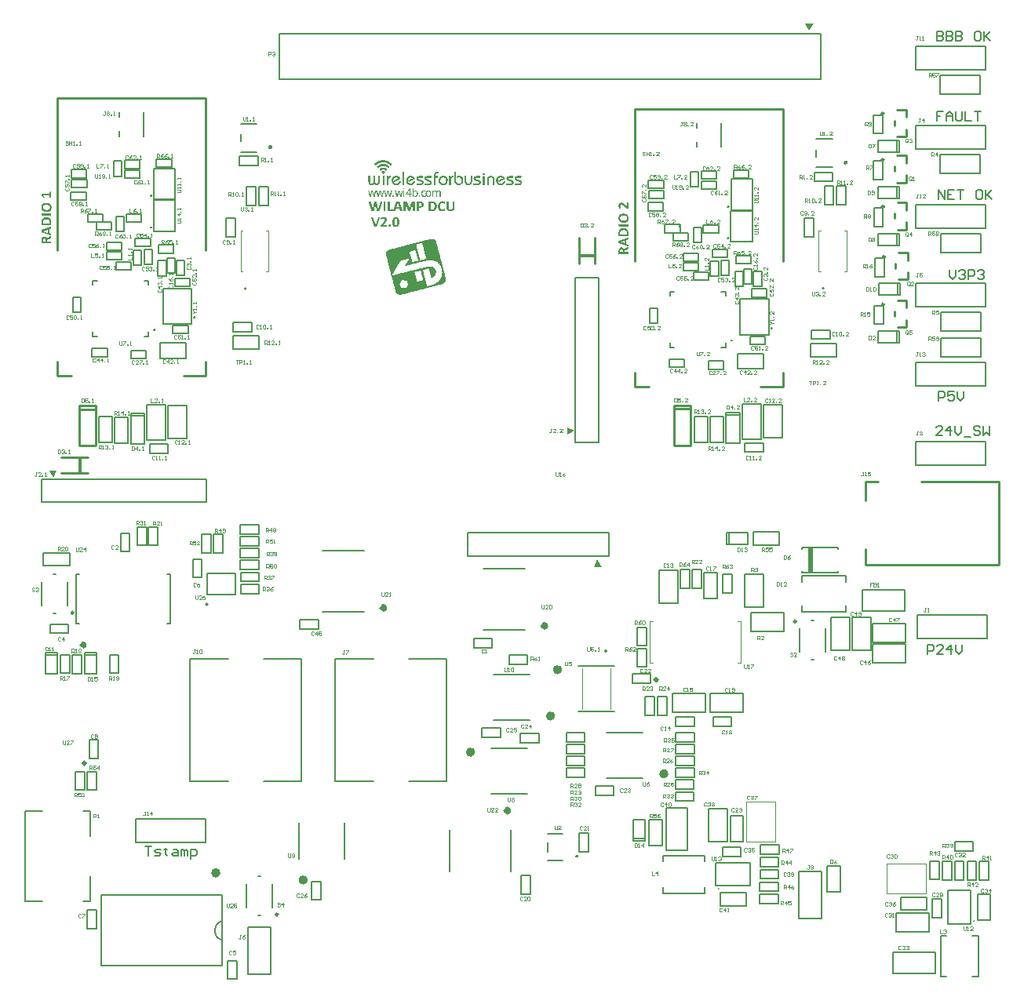
<source format=gto>
G04*
G04 #@! TF.GenerationSoftware,Altium Limited,Altium Designer,20.1.14 (287)*
G04*
G04 Layer_Color=65535*
%FSLAX44Y44*%
%MOMM*%
G71*
G04*
G04 #@! TF.SameCoordinates,45AFD5CB-E2DC-46B4-AC03-AB9053879BB0*
G04*
G04*
G04 #@! TF.FilePolarity,Positive*
G04*
G01*
G75*
%ADD10C,0.2540*%
%ADD11C,0.2000*%
%ADD12C,0.5000*%
%ADD13C,0.4000*%
%ADD14C,0.3048*%
%ADD15C,0.2400*%
%ADD16C,0.2500*%
%ADD17C,0.6000*%
%ADD18C,0.0500*%
%ADD19C,0.3000*%
%ADD20C,0.1524*%
%ADD21C,0.1270*%
%ADD22C,0.1200*%
%ADD23C,0.1780*%
%ADD24C,0.1500*%
%ADD25C,0.1000*%
%ADD26C,0.2030*%
%ADD27C,0.2032*%
%ADD28C,0.0900*%
%ADD29R,1.7000X0.3810*%
%ADD30R,0.3810X1.7000*%
%ADD31R,0.5080X2.7000*%
G36*
X845566Y1037082D02*
X840994Y1044702D01*
X850138D01*
X845566Y1037082D01*
D02*
G37*
G36*
X385997Y896939D02*
X388283Y896939D01*
X388474Y896748D01*
X388855D01*
Y896558D01*
X389807D01*
Y896367D01*
X390188D01*
Y896177D01*
X390950D01*
Y895986D01*
X391141D01*
Y895796D01*
X391522D01*
Y895605D01*
X391903D01*
Y895415D01*
X392284D01*
Y895224D01*
X392665D01*
Y895034D01*
X392855D01*
Y894843D01*
X393236D01*
Y894653D01*
X393427D01*
Y894462D01*
X393617D01*
Y894272D01*
X393998D01*
Y894081D01*
X394189D01*
Y893891D01*
X394570D01*
Y893510D01*
X394951D01*
Y893319D01*
X395141D01*
Y892938D01*
X395332D01*
Y892367D01*
X395141D01*
Y891986D01*
X394951D01*
Y891795D01*
X394760D01*
Y891605D01*
X394570D01*
Y891414D01*
X394379D01*
Y891224D01*
X393808D01*
Y891414D01*
X393427D01*
Y891605D01*
X393236D01*
Y891795D01*
X393046D01*
Y891986D01*
X392855D01*
Y892176D01*
X392665D01*
Y892367D01*
X392284D01*
Y892748D01*
X391712D01*
Y892938D01*
X391522D01*
Y893129D01*
X391331D01*
Y893319D01*
X390950D01*
Y893510D01*
X390569D01*
Y893700D01*
X389998D01*
Y893891D01*
X389807D01*
Y894081D01*
X389045D01*
Y894272D01*
X388664D01*
Y894462D01*
X388283D01*
Y894653D01*
X386378D01*
Y894843D01*
X385045D01*
Y894653D01*
X383521D01*
Y894462D01*
X382949D01*
Y894272D01*
X382568D01*
Y894081D01*
X381806D01*
Y893891D01*
X381425D01*
Y893700D01*
X380854D01*
Y893510D01*
X380663D01*
Y893319D01*
X380282D01*
Y893129D01*
X379901D01*
Y892938D01*
X379711D01*
Y892748D01*
X379520D01*
Y892557D01*
X379139D01*
Y892367D01*
X378758D01*
Y892176D01*
X378568D01*
Y891986D01*
X378377D01*
Y891795D01*
X378187D01*
Y891605D01*
X377996D01*
Y891414D01*
X377806D01*
Y891224D01*
X377044D01*
Y891605D01*
X376853D01*
Y891795D01*
X376663D01*
Y891986D01*
X376472D01*
Y892176D01*
X376282D01*
Y893129D01*
X376472D01*
Y893319D01*
X376663D01*
Y893510D01*
X376853D01*
Y893700D01*
X377044D01*
Y893891D01*
X377234D01*
Y894081D01*
X377615D01*
Y894272D01*
X377806D01*
Y894462D01*
X377996D01*
Y894653D01*
X378187D01*
Y894843D01*
X378568D01*
Y895034D01*
X378758D01*
Y895224D01*
X379330D01*
Y895605D01*
X379901D01*
Y895796D01*
X380282D01*
Y895986D01*
X380473D01*
Y896177D01*
X381044D01*
Y896367D01*
X381616D01*
Y896558D01*
X382378D01*
Y896748D01*
X382949D01*
Y896939D01*
X385616D01*
Y897129D01*
X385997D01*
Y896939D01*
D02*
G37*
G36*
X386207Y893002D02*
X388112D01*
Y892811D01*
X388684D01*
Y892621D01*
X389445D01*
Y892430D01*
X389827D01*
Y892240D01*
X390398D01*
Y891859D01*
X390779D01*
Y891668D01*
X391160D01*
Y891478D01*
X391351D01*
Y891287D01*
X391731D01*
Y890906D01*
X392113D01*
Y890525D01*
X392494D01*
Y890335D01*
X392684D01*
Y889382D01*
X392494D01*
Y889192D01*
X392303D01*
Y889001D01*
X392113D01*
Y888811D01*
X391731D01*
Y888430D01*
X391160D01*
Y888620D01*
X390970D01*
Y888811D01*
X390588D01*
Y889192D01*
X390398D01*
Y889382D01*
X390017D01*
Y889573D01*
X389827D01*
Y889763D01*
X389445D01*
Y889954D01*
X389255D01*
Y890144D01*
X388493D01*
Y890335D01*
X388302D01*
Y890525D01*
X387731D01*
Y890716D01*
X384492D01*
X384302Y890525D01*
X383731D01*
Y890335D01*
X383349D01*
Y890144D01*
X382778D01*
Y889954D01*
X382588D01*
Y889763D01*
X382206D01*
Y889573D01*
X382016D01*
Y889382D01*
X381445D01*
Y889001D01*
X381254D01*
Y888811D01*
X381063D01*
Y888620D01*
X380873D01*
Y888430D01*
X380111D01*
Y888620D01*
X379921D01*
Y889001D01*
X379730D01*
Y889192D01*
X379539D01*
Y889382D01*
X379349D01*
Y889573D01*
X379159D01*
Y890335D01*
X379539D01*
Y890525D01*
X379730D01*
Y890716D01*
X379921D01*
Y890906D01*
X380302D01*
Y891097D01*
X380492D01*
Y891287D01*
X380682D01*
Y891478D01*
X380873D01*
Y891668D01*
X381254D01*
Y891859D01*
X381445D01*
Y892049D01*
X381635D01*
Y892240D01*
X382206D01*
Y892430D01*
X382397D01*
Y892621D01*
X383159D01*
Y892811D01*
X383540D01*
Y893002D01*
X385255D01*
Y893192D01*
X386207D01*
Y893002D01*
D02*
G37*
G36*
X386017Y889192D02*
X387350D01*
Y889001D01*
X388112D01*
Y888811D01*
X388493D01*
Y888620D01*
X388874D01*
Y888430D01*
X389064D01*
Y888239D01*
X389255D01*
Y888049D01*
X389445D01*
Y887668D01*
X389827D01*
Y887287D01*
X390017D01*
Y886715D01*
X389827D01*
Y886525D01*
X389636D01*
Y886334D01*
X389445D01*
Y886144D01*
X389064D01*
Y885763D01*
X388684D01*
Y885572D01*
X388493D01*
Y885763D01*
X387921D01*
Y886144D01*
X387541D01*
Y886334D01*
X387350D01*
Y886525D01*
X387160D01*
Y886715D01*
X384874D01*
Y886525D01*
X384683D01*
Y886334D01*
X384302D01*
Y886144D01*
X383921D01*
Y885953D01*
X383731D01*
Y885763D01*
X383349D01*
Y885572D01*
X383159D01*
Y885763D01*
X382778D01*
Y885953D01*
X382588D01*
Y886334D01*
X382397D01*
Y886525D01*
X382206D01*
Y886906D01*
X382016D01*
Y887287D01*
X382206D01*
Y887668D01*
X382397D01*
Y887858D01*
X382588D01*
Y888239D01*
X383159D01*
Y888620D01*
X383731D01*
Y888811D01*
X383921D01*
Y889001D01*
X384874D01*
Y889192D01*
X385826D01*
Y889382D01*
X386017D01*
Y889192D01*
D02*
G37*
G36*
X386588Y885572D02*
X386969D01*
Y885382D01*
X387160D01*
Y885191D01*
X387350D01*
Y884810D01*
X387541D01*
Y884620D01*
X387731D01*
Y883667D01*
X387541D01*
Y883286D01*
X387350D01*
Y882905D01*
X387160D01*
Y882715D01*
X386778D01*
Y882524D01*
X386207D01*
Y882334D01*
X385826D01*
Y882524D01*
X385255D01*
Y882715D01*
X384874D01*
Y882905D01*
X384683D01*
Y883096D01*
X384492D01*
Y883667D01*
X384302D01*
Y884429D01*
X384492D01*
Y885001D01*
X384683D01*
Y885191D01*
X384874D01*
Y885572D01*
X385255D01*
Y885763D01*
X386588D01*
Y885572D01*
D02*
G37*
G36*
X494602Y883096D02*
X495173D01*
Y882905D01*
X495364D01*
Y882524D01*
X495554D01*
Y881762D01*
X495364D01*
Y881381D01*
X495173D01*
Y881191D01*
X494792D01*
Y881000D01*
X494030D01*
Y881191D01*
X493839D01*
Y881381D01*
X493649D01*
Y881572D01*
X493459D01*
Y881953D01*
X493268D01*
Y882334D01*
X493459D01*
Y882715D01*
X493649D01*
Y882905D01*
X493839D01*
Y883096D01*
X494030D01*
Y883286D01*
X494602D01*
Y883096D01*
D02*
G37*
G36*
X461836Y878524D02*
X461073D01*
Y878333D01*
X460502D01*
Y878143D01*
X459930D01*
Y877762D01*
X459549D01*
Y877190D01*
X459359D01*
Y876809D01*
X459169D01*
Y876619D01*
X458978D01*
Y870332D01*
X457073D01*
Y880048D01*
X458787D01*
Y879095D01*
X458978D01*
Y879286D01*
X459359D01*
Y879667D01*
X459740D01*
Y879857D01*
X460121D01*
Y880048D01*
X460502D01*
Y880238D01*
X461836D01*
Y878524D01*
D02*
G37*
G36*
X394398D02*
X393637D01*
Y878333D01*
X393065D01*
Y878143D01*
X392684D01*
Y877952D01*
X392494D01*
Y877762D01*
X392113D01*
Y877190D01*
X391922D01*
Y877000D01*
X391731D01*
Y876047D01*
X391541D01*
Y870332D01*
X389827D01*
Y880048D01*
X391351D01*
Y878905D01*
X391541D01*
Y879286D01*
X391922D01*
Y879667D01*
X392494D01*
Y879857D01*
X392684D01*
Y880048D01*
X393065D01*
Y880238D01*
X394398D01*
Y878524D01*
D02*
G37*
G36*
X513842Y880048D02*
X514413D01*
Y879857D01*
X514795D01*
Y879667D01*
X515176D01*
Y879476D01*
X515556D01*
Y879286D01*
X515938D01*
Y879095D01*
X516128D01*
Y878714D01*
X516509D01*
Y878333D01*
X516699D01*
Y878143D01*
X516890D01*
Y877762D01*
X517080D01*
Y877381D01*
X517462D01*
Y877000D01*
X517080D01*
Y876809D01*
X516509D01*
Y876428D01*
X515938D01*
Y876238D01*
X515556D01*
Y876047D01*
X515366D01*
Y875857D01*
X514985D01*
Y875666D01*
X514795D01*
Y875476D01*
X514223D01*
Y875285D01*
X514033D01*
Y875095D01*
X513461D01*
Y874904D01*
X513270D01*
Y874714D01*
X512890D01*
Y874523D01*
X512509D01*
Y874333D01*
X512318D01*
Y874142D01*
X511746D01*
Y873952D01*
X511556D01*
Y873761D01*
X511175D01*
Y873571D01*
X510794D01*
Y873761D01*
X510603D01*
Y874142D01*
X510413D01*
Y874523D01*
X510223D01*
Y874904D01*
X510032D01*
Y875095D01*
X510413D01*
Y875285D01*
X510984D01*
Y875476D01*
X511175D01*
Y875666D01*
X511556D01*
Y875857D01*
X511937D01*
Y876047D01*
X512318D01*
Y876238D01*
X512509D01*
Y876428D01*
X512699D01*
Y876619D01*
X513270D01*
Y876809D01*
X513652D01*
Y877000D01*
X514033D01*
Y877190D01*
X514223D01*
Y877381D01*
X514795D01*
Y877762D01*
X514604D01*
Y877952D01*
X514223D01*
Y878143D01*
X513652D01*
Y878333D01*
X513080D01*
Y878524D01*
X512318D01*
Y878333D01*
X511556D01*
Y878143D01*
X511175D01*
Y877952D01*
X510794D01*
Y877762D01*
X510603D01*
Y877571D01*
X510413D01*
Y877381D01*
X510223D01*
Y877000D01*
X510032D01*
Y876809D01*
X509841D01*
Y875857D01*
X509651D01*
Y874523D01*
X509841D01*
Y873761D01*
X510032D01*
Y873380D01*
X510223D01*
Y872999D01*
X510413D01*
Y872809D01*
X510603D01*
Y872618D01*
X510984D01*
Y872428D01*
X511175D01*
Y872237D01*
X511366D01*
Y872047D01*
X512318D01*
Y871856D01*
X513270D01*
Y872047D01*
X514223D01*
Y872237D01*
X514604D01*
Y872618D01*
X514985D01*
Y872999D01*
X515366D01*
Y873571D01*
X515556D01*
Y873952D01*
X515747D01*
Y874333D01*
X515938D01*
Y874904D01*
X516128D01*
Y874714D01*
X517842D01*
Y874523D01*
X517652D01*
Y873761D01*
X517462D01*
Y872999D01*
X517271D01*
Y872809D01*
X517080D01*
Y872428D01*
X516890D01*
Y872047D01*
X516699D01*
Y871856D01*
X516509D01*
Y871666D01*
X516319D01*
Y871475D01*
X516128D01*
Y871285D01*
X515938D01*
Y871094D01*
X515556D01*
Y870904D01*
X515366D01*
Y870713D01*
X515176D01*
Y870523D01*
X514413D01*
Y870332D01*
X513842D01*
Y870142D01*
X511366D01*
Y870332D01*
X510984D01*
Y870523D01*
X510413D01*
Y870713D01*
X510032D01*
Y871094D01*
X509651D01*
Y871285D01*
X509460D01*
Y871475D01*
X509080D01*
Y871856D01*
X508699D01*
Y872428D01*
X508317D01*
Y872999D01*
X508127D01*
Y873380D01*
X507937D01*
Y873761D01*
X507746D01*
Y876619D01*
X507937D01*
Y877000D01*
X508127D01*
Y877381D01*
X508317D01*
Y877952D01*
X508508D01*
Y878143D01*
X508699D01*
Y878333D01*
X508889D01*
Y878524D01*
X509080D01*
Y878714D01*
X509270D01*
Y878905D01*
X509460D01*
Y879095D01*
X509651D01*
Y879286D01*
X510032D01*
Y879476D01*
X510223D01*
Y879667D01*
X510794D01*
Y879857D01*
X511175D01*
Y880048D01*
X511556D01*
Y880238D01*
X513842D01*
Y880048D01*
D02*
G37*
G36*
X416687D02*
X417068D01*
Y879857D01*
X417640D01*
Y879667D01*
X418021D01*
Y879476D01*
X418211D01*
Y879286D01*
X418592D01*
Y879095D01*
X418783D01*
Y878905D01*
X418973D01*
Y878714D01*
X419164D01*
Y878524D01*
X419354D01*
Y878333D01*
X419544D01*
Y877952D01*
X419735D01*
Y877571D01*
X419925D01*
Y877381D01*
X420116D01*
Y877000D01*
X419925D01*
Y876809D01*
X419354D01*
Y876619D01*
X419164D01*
Y876428D01*
X418783D01*
Y876238D01*
X418401D01*
Y876047D01*
X418211D01*
Y875857D01*
X417640D01*
Y875476D01*
X417068D01*
Y875285D01*
X416687D01*
Y875095D01*
X416306D01*
Y874904D01*
X416115D01*
Y874714D01*
X415734D01*
Y874523D01*
X415354D01*
Y874333D01*
X415163D01*
Y874142D01*
X414591D01*
Y873952D01*
X414401D01*
Y873761D01*
X414020D01*
Y873571D01*
X413639D01*
Y873761D01*
X413448D01*
Y874142D01*
X413258D01*
Y874523D01*
X413068D01*
Y874714D01*
X412877D01*
Y875095D01*
X413258D01*
Y875285D01*
X413639D01*
Y875476D01*
X413829D01*
Y875666D01*
X414401D01*
Y875857D01*
X414782D01*
Y876047D01*
X415163D01*
Y876238D01*
X415354D01*
Y876428D01*
X415544D01*
Y876619D01*
X416115D01*
Y876809D01*
X416306D01*
Y877000D01*
X416878D01*
Y877190D01*
X417068D01*
Y877381D01*
X417449D01*
Y877571D01*
X417640D01*
Y877762D01*
X417258D01*
Y877952D01*
X417068D01*
Y878143D01*
X416497D01*
Y878333D01*
X415925D01*
Y878524D01*
X414972D01*
Y878333D01*
X414401D01*
Y878143D01*
X413829D01*
Y877952D01*
X413639D01*
Y877762D01*
X413448D01*
Y877571D01*
X413258D01*
Y877381D01*
X413068D01*
Y877190D01*
X412877D01*
Y876809D01*
X412687D01*
Y876238D01*
X412496D01*
Y874333D01*
X412687D01*
Y873571D01*
X412877D01*
Y873380D01*
X413068D01*
Y872999D01*
X413258D01*
Y872809D01*
X413448D01*
Y872618D01*
X413639D01*
Y872428D01*
X414020D01*
Y872047D01*
X414972D01*
Y871856D01*
X416115D01*
Y872047D01*
X416878D01*
Y872237D01*
X417258D01*
Y872428D01*
X417449D01*
Y872618D01*
X417830D01*
Y872999D01*
X418021D01*
Y873190D01*
X418211D01*
Y873761D01*
X418401D01*
Y874142D01*
X418592D01*
Y874714D01*
X418783D01*
Y874904D01*
X418973D01*
Y874714D01*
X420497D01*
Y874142D01*
X420307D01*
Y873190D01*
X420116D01*
Y872809D01*
X419925D01*
Y872618D01*
X419735D01*
Y872237D01*
X419544D01*
Y871856D01*
X419354D01*
Y871666D01*
X419164D01*
Y871475D01*
X418973D01*
Y871285D01*
X418592D01*
Y871094D01*
X418401D01*
Y870904D01*
X418021D01*
Y870713D01*
X417830D01*
Y870523D01*
X417068D01*
Y870332D01*
X416687D01*
Y870142D01*
X414211D01*
Y870332D01*
X413829D01*
Y870523D01*
X413258D01*
Y870713D01*
X412877D01*
Y870904D01*
X412687D01*
Y871094D01*
X412496D01*
Y871285D01*
X412115D01*
Y871475D01*
X411925D01*
Y871666D01*
X411734D01*
Y871856D01*
X411544D01*
Y872237D01*
X411353D01*
Y872428D01*
X411162D01*
Y872809D01*
X410972D01*
Y873190D01*
X410782D01*
Y874142D01*
X410591D01*
Y876238D01*
X410782D01*
Y877190D01*
X410972D01*
Y877381D01*
X411162D01*
Y877952D01*
X411353D01*
Y878143D01*
X411544D01*
Y878524D01*
X411734D01*
Y878714D01*
X412115D01*
Y878905D01*
X412305D01*
Y879095D01*
X412496D01*
Y879286D01*
X412877D01*
Y879667D01*
X413448D01*
Y879857D01*
X413829D01*
Y880048D01*
X414401D01*
Y880238D01*
X416687D01*
Y880048D01*
D02*
G37*
G36*
X401066D02*
X401637D01*
Y879857D01*
X402019D01*
Y879667D01*
X402399D01*
Y879476D01*
X402780D01*
Y879286D01*
X403162D01*
Y879095D01*
X403352D01*
Y878714D01*
X403733D01*
Y878333D01*
X403923D01*
Y878143D01*
X404114D01*
Y877952D01*
X404305D01*
Y877381D01*
X404686D01*
Y877000D01*
X404305D01*
Y876809D01*
X403923D01*
Y876619D01*
X403733D01*
Y876428D01*
X403162D01*
Y876238D01*
X402971D01*
Y876047D01*
X402780D01*
Y875857D01*
X402209D01*
Y875666D01*
X402019D01*
Y875476D01*
X401637D01*
Y875285D01*
X401256D01*
Y875095D01*
X400685D01*
Y874904D01*
X400494D01*
Y874714D01*
X400304D01*
Y874523D01*
X399733D01*
Y874333D01*
X399542D01*
Y874142D01*
X399161D01*
Y873952D01*
X398780D01*
Y873761D01*
X398399D01*
Y873571D01*
X398018D01*
Y873761D01*
X397827D01*
Y874333D01*
X397637D01*
Y874523D01*
X397447D01*
Y875095D01*
X397637D01*
Y875285D01*
X398209D01*
Y875476D01*
X398399D01*
Y875666D01*
X398780D01*
Y875857D01*
X399161D01*
Y876047D01*
X399542D01*
Y876238D01*
X399923D01*
Y876428D01*
X400113D01*
Y876619D01*
X400494D01*
Y876809D01*
X400876D01*
Y877000D01*
X401256D01*
Y877190D01*
X401447D01*
Y877381D01*
X402019D01*
Y877762D01*
X401828D01*
Y877952D01*
X401447D01*
Y878143D01*
X400876D01*
Y878333D01*
X400304D01*
Y878524D01*
X399542D01*
Y878333D01*
X398780D01*
Y878143D01*
X398399D01*
Y877952D01*
X398018D01*
Y877762D01*
X397827D01*
Y877571D01*
X397637D01*
Y877381D01*
X397447D01*
Y877000D01*
X397256D01*
Y876809D01*
X397066D01*
Y875857D01*
X396875D01*
Y874714D01*
X397066D01*
Y873761D01*
X397256D01*
Y873380D01*
X397447D01*
Y872999D01*
X397827D01*
Y872618D01*
X398209D01*
Y872428D01*
X398399D01*
Y872237D01*
X398590D01*
Y872047D01*
X399542D01*
Y871856D01*
X400494D01*
Y872047D01*
X401447D01*
Y872237D01*
X401828D01*
Y872618D01*
X402209D01*
Y872999D01*
X402590D01*
Y873380D01*
X402780D01*
Y873952D01*
X402971D01*
Y874333D01*
X403162D01*
Y874904D01*
X403352D01*
Y874714D01*
X405066D01*
Y874523D01*
X404876D01*
Y873761D01*
X404686D01*
Y872999D01*
X404495D01*
Y872809D01*
X404305D01*
Y872237D01*
X404114D01*
Y872047D01*
X403923D01*
Y871856D01*
X403733D01*
Y871666D01*
X403543D01*
Y871475D01*
X403352D01*
Y871285D01*
X403162D01*
Y871094D01*
X402780D01*
Y870904D01*
X402590D01*
Y870713D01*
X402399D01*
Y870523D01*
X401637D01*
Y870332D01*
X401066D01*
Y870142D01*
X398590D01*
Y870332D01*
X398209D01*
Y870523D01*
X397637D01*
Y870713D01*
X397447D01*
Y870904D01*
X397256D01*
Y871094D01*
X396875D01*
Y871285D01*
X396684D01*
Y871475D01*
X396494D01*
Y871666D01*
X396303D01*
Y871856D01*
X395923D01*
Y872428D01*
X395541D01*
Y872999D01*
X395351D01*
Y873380D01*
X395160D01*
Y874714D01*
X394970D01*
Y875285D01*
X395160D01*
Y877000D01*
X395351D01*
Y877381D01*
X395541D01*
Y877952D01*
X395732D01*
Y878143D01*
X395923D01*
Y878333D01*
X396113D01*
Y878524D01*
X396303D01*
Y878714D01*
X396494D01*
Y878905D01*
X396684D01*
Y879095D01*
X396875D01*
Y879286D01*
X397256D01*
Y879476D01*
X397447D01*
Y879667D01*
X398018D01*
Y879857D01*
X398399D01*
Y880048D01*
X398970D01*
Y880238D01*
X401066D01*
Y880048D01*
D02*
G37*
G36*
X481838Y873190D02*
X481647D01*
Y872428D01*
X481457D01*
Y872237D01*
X481267D01*
Y871856D01*
X481076D01*
Y871475D01*
X480886D01*
Y871285D01*
X480695D01*
Y871094D01*
X480314D01*
Y870904D01*
X480123D01*
Y870713D01*
X479933D01*
Y870523D01*
X479361D01*
Y870332D01*
X478980D01*
Y870142D01*
X476885D01*
Y870332D01*
X476504D01*
Y870523D01*
X475742D01*
Y870713D01*
X475551D01*
Y870904D01*
X475361D01*
Y871094D01*
X474980D01*
Y871285D01*
X474790D01*
Y871475D01*
X474599D01*
Y871666D01*
X474408D01*
Y872047D01*
X474218D01*
Y872428D01*
X474027D01*
Y873190D01*
X473837D01*
Y874142D01*
X473647D01*
Y880048D01*
X475551D01*
Y873380D01*
X475742D01*
Y873190D01*
X475933D01*
Y872809D01*
X476123D01*
Y872618D01*
X476314D01*
Y872428D01*
X476504D01*
Y872237D01*
X476885D01*
Y872047D01*
X477457D01*
Y871856D01*
X478218D01*
Y872047D01*
X478790D01*
Y872237D01*
X479171D01*
Y872428D01*
X479361D01*
Y872618D01*
X479552D01*
Y872999D01*
X479743D01*
Y873380D01*
X479933D01*
Y873571D01*
X480123D01*
Y880048D01*
X481838D01*
Y873190D01*
D02*
G37*
G36*
X382397Y872428D02*
X382206D01*
Y872047D01*
X382016D01*
Y871666D01*
X381825D01*
Y871475D01*
X381635D01*
Y871285D01*
X381445D01*
Y871094D01*
X381254D01*
Y870904D01*
X381063D01*
Y870713D01*
X380873D01*
Y870523D01*
X380302D01*
Y870332D01*
X379921D01*
Y870142D01*
X378016D01*
Y870332D01*
X377635D01*
Y870523D01*
X377063D01*
Y870713D01*
X376872D01*
Y870904D01*
X376682D01*
Y871094D01*
X376492D01*
Y871285D01*
X376301D01*
Y871475D01*
X376110D01*
Y871285D01*
X375920D01*
Y871094D01*
X375729D01*
Y870904D01*
X375539D01*
Y870713D01*
X375349D01*
Y870523D01*
X374777D01*
Y870332D01*
X374396D01*
Y870142D01*
X372491D01*
Y870332D01*
X371920D01*
Y870523D01*
X371539D01*
Y870713D01*
X371157D01*
Y870904D01*
X370967D01*
Y871094D01*
X370776D01*
Y871285D01*
X370586D01*
Y871666D01*
X370396D01*
Y871856D01*
X370205D01*
Y872428D01*
X370014D01*
Y873190D01*
X369824D01*
Y880048D01*
X371729D01*
Y872999D01*
X371920D01*
Y872809D01*
X372110D01*
Y872428D01*
X372300D01*
Y872237D01*
X372491D01*
Y872047D01*
X373063D01*
Y871856D01*
X373825D01*
Y872047D01*
X374396D01*
Y872237D01*
X374586D01*
Y872428D01*
X374777D01*
Y872618D01*
X374967D01*
Y872999D01*
X375158D01*
Y873380D01*
X376587Y875761D01*
X375158Y873761D01*
Y880048D01*
X377063D01*
Y873190D01*
X377253D01*
Y872809D01*
X377444D01*
Y872428D01*
X377635D01*
Y872237D01*
X377825D01*
Y872047D01*
X378396D01*
Y871856D01*
X379349D01*
Y872047D01*
X379921D01*
Y872428D01*
X380111D01*
Y872618D01*
X380492D01*
Y874142D01*
X380682D01*
Y880048D01*
X382397D01*
Y872428D01*
D02*
G37*
G36*
X534987Y879857D02*
X535178D01*
Y878333D01*
X534987D01*
Y878143D01*
X529844D01*
Y877952D01*
X529654D01*
Y877762D01*
X529463D01*
Y877190D01*
X529654D01*
Y877000D01*
X529844D01*
Y876809D01*
X530034D01*
Y876619D01*
X530606D01*
Y876428D01*
X531177D01*
Y876238D01*
X531558D01*
Y876047D01*
X532511D01*
Y875857D01*
X532892D01*
Y875666D01*
X533654D01*
Y875476D01*
X533844D01*
Y875285D01*
X534226D01*
Y875095D01*
X534416D01*
Y874904D01*
X534797D01*
Y874714D01*
X534987D01*
Y874523D01*
X535178D01*
Y873952D01*
X535368D01*
Y873761D01*
X535559D01*
Y872237D01*
X535368D01*
Y871856D01*
X535178D01*
Y871475D01*
X534987D01*
Y871285D01*
X534797D01*
Y871094D01*
X534607D01*
Y870904D01*
X534416D01*
Y870713D01*
X534226D01*
Y870523D01*
X533083D01*
Y870332D01*
X527558D01*
Y872047D01*
X533273D01*
Y872237D01*
X533464D01*
Y872428D01*
X533654D01*
Y873380D01*
X533464D01*
Y873571D01*
X533273D01*
Y873761D01*
X532511D01*
Y873952D01*
X532130D01*
Y874142D01*
X531368D01*
Y874333D01*
X530987D01*
Y874523D01*
X530034D01*
Y874714D01*
X529844D01*
Y874904D01*
X529654D01*
Y875095D01*
X529082D01*
Y875285D01*
X528701D01*
Y875476D01*
X528320D01*
Y875857D01*
X527939D01*
Y876428D01*
X527748D01*
Y877000D01*
X527558D01*
Y877952D01*
X527748D01*
Y878524D01*
X527939D01*
Y878905D01*
X528130D01*
Y879095D01*
X528320D01*
Y879286D01*
X528701D01*
Y879476D01*
X528891D01*
Y879667D01*
X529654D01*
Y879857D01*
X530606D01*
Y880048D01*
X534987D01*
Y879857D01*
D02*
G37*
G36*
X526225Y878143D02*
X520891D01*
Y877762D01*
X520700D01*
Y877190D01*
X520891D01*
Y876809D01*
X521272D01*
Y876619D01*
X521843D01*
Y876428D01*
X522224D01*
Y876238D01*
X522605D01*
Y876047D01*
X523558D01*
Y875857D01*
X524129D01*
Y875666D01*
X524891D01*
Y875476D01*
X525081D01*
Y875285D01*
X525462D01*
Y875095D01*
X525653D01*
Y874904D01*
X525844D01*
Y874714D01*
X526225D01*
Y874333D01*
X526415D01*
Y873952D01*
X526605D01*
Y873571D01*
X526796D01*
Y872428D01*
X526605D01*
Y871856D01*
X526415D01*
Y871666D01*
X526225D01*
Y871285D01*
X526034D01*
Y871094D01*
X525844D01*
Y870904D01*
X525462D01*
Y870523D01*
X524319D01*
Y870332D01*
X518795D01*
Y872047D01*
X524319D01*
Y872237D01*
X524701D01*
Y872809D01*
X524891D01*
Y872999D01*
X524701D01*
Y873571D01*
X524319D01*
Y873761D01*
X523748D01*
Y873952D01*
X523367D01*
Y874142D01*
X522605D01*
Y874333D01*
X522034D01*
Y874523D01*
X521272D01*
Y874714D01*
X521081D01*
Y874904D01*
X520700D01*
Y875095D01*
X520319D01*
Y875285D01*
X519938D01*
Y875476D01*
X519557D01*
Y875666D01*
X519366D01*
Y875857D01*
X519176D01*
Y876238D01*
X518985D01*
Y876809D01*
X518795D01*
Y878143D01*
X518985D01*
Y878714D01*
X519176D01*
Y878905D01*
X519366D01*
Y879286D01*
X519748D01*
Y879476D01*
X519938D01*
Y879667D01*
X520700D01*
Y879857D01*
X521652D01*
Y880048D01*
X526225D01*
Y878143D01*
D02*
G37*
G36*
X503174Y880048D02*
X503555D01*
Y879857D01*
X503936D01*
Y879667D01*
X504507D01*
Y879476D01*
X504698D01*
Y879286D01*
X504888D01*
Y879095D01*
X505079D01*
Y878905D01*
X505270D01*
Y878714D01*
X505460D01*
Y878524D01*
X505650D01*
Y878333D01*
X505841D01*
Y877762D01*
X506031D01*
Y877381D01*
X506222D01*
Y870332D01*
X504507D01*
Y876428D01*
X504317D01*
Y877190D01*
X504127D01*
Y877381D01*
X503936D01*
Y877571D01*
X503745D01*
Y877952D01*
X503364D01*
Y878143D01*
X502984D01*
Y878333D01*
X502603D01*
Y878524D01*
X501650D01*
Y878333D01*
X501269D01*
Y878143D01*
X500888D01*
Y877952D01*
X500507D01*
Y877571D01*
X500317D01*
Y877381D01*
X500126D01*
Y877190D01*
X499935D01*
Y870332D01*
X498031D01*
Y877381D01*
X498221D01*
Y877762D01*
X498411D01*
Y878333D01*
X498792D01*
Y878714D01*
X498983D01*
Y878905D01*
X499174D01*
Y879095D01*
X499364D01*
Y879286D01*
X499745D01*
Y879667D01*
X500317D01*
Y879857D01*
X500698D01*
Y880048D01*
X501078D01*
Y880238D01*
X503174D01*
Y880048D01*
D02*
G37*
G36*
X495173Y879857D02*
X495364D01*
Y870523D01*
X495173D01*
Y870332D01*
X493649D01*
Y870523D01*
X493459D01*
Y879857D01*
X493649D01*
Y880048D01*
X495173D01*
Y879857D01*
D02*
G37*
G36*
X490792Y878143D02*
X485648D01*
Y877952D01*
X485457D01*
Y877762D01*
X485267D01*
Y877000D01*
X485648D01*
Y876809D01*
X485839D01*
Y876619D01*
X486410D01*
Y876428D01*
X486791D01*
Y876238D01*
X487172D01*
Y876047D01*
X488315D01*
Y875857D01*
X488696D01*
Y875666D01*
X489268D01*
Y875476D01*
X489649D01*
Y875285D01*
X490220D01*
Y874904D01*
X490410D01*
Y874714D01*
X490601D01*
Y874523D01*
X490792D01*
Y874333D01*
X491172D01*
Y873571D01*
X491363D01*
Y872428D01*
X491172D01*
Y871666D01*
X490982D01*
Y871475D01*
X490792D01*
Y871285D01*
X490601D01*
Y871094D01*
X490410D01*
Y870904D01*
X490220D01*
Y870713D01*
X489839D01*
Y870523D01*
X488886D01*
Y870332D01*
X483362D01*
Y872047D01*
X489077D01*
Y872237D01*
X489268D01*
Y872618D01*
X489458D01*
Y873190D01*
X489268D01*
Y873380D01*
X489077D01*
Y873761D01*
X488315D01*
Y873952D01*
X487934D01*
Y874142D01*
X487172D01*
Y874333D01*
X486791D01*
Y874523D01*
X486029D01*
Y874714D01*
X485648D01*
Y874904D01*
X485267D01*
Y875095D01*
X484696D01*
Y875476D01*
X484314D01*
Y875666D01*
X484124D01*
Y875857D01*
X483743D01*
Y876428D01*
X483553D01*
Y876809D01*
X483362D01*
Y878143D01*
X483553D01*
Y878524D01*
X483743D01*
Y878905D01*
X483933D01*
Y879095D01*
X484124D01*
Y879286D01*
X484314D01*
Y879476D01*
X484696D01*
Y879667D01*
X485457D01*
Y879857D01*
X486219D01*
Y880048D01*
X490792D01*
Y878143D01*
D02*
G37*
G36*
X445643Y882715D02*
X443548D01*
Y882524D01*
X443357D01*
Y882334D01*
X442976D01*
Y882143D01*
X442785D01*
Y881953D01*
X442595D01*
Y880048D01*
X445262D01*
Y878143D01*
X442595D01*
Y870332D01*
X440690D01*
Y881953D01*
X440881D01*
Y882334D01*
X441071D01*
Y882905D01*
X441261D01*
Y883096D01*
X441452D01*
Y883477D01*
X441642D01*
Y883667D01*
X442024D01*
Y883858D01*
X442405D01*
Y884048D01*
X442595D01*
Y884239D01*
X443548D01*
Y884429D01*
X445643D01*
Y882715D01*
D02*
G37*
G36*
X437832Y878143D02*
X432499D01*
Y877762D01*
X432308D01*
Y877000D01*
X432689D01*
Y876809D01*
X432879D01*
Y876619D01*
X433451D01*
Y876428D01*
X433832D01*
Y876238D01*
X434213D01*
Y876047D01*
X435356D01*
Y875857D01*
X435737D01*
Y875666D01*
X436309D01*
Y875476D01*
X436689D01*
Y875285D01*
X437261D01*
Y874904D01*
X437452D01*
Y874714D01*
X437642D01*
Y874523D01*
X437832D01*
Y874333D01*
X438023D01*
Y873952D01*
X438214D01*
Y873380D01*
X438404D01*
Y872809D01*
X438214D01*
Y872047D01*
X438023D01*
Y871475D01*
X437832D01*
Y871285D01*
X437642D01*
Y871094D01*
X437452D01*
Y870904D01*
X437261D01*
Y870713D01*
X436880D01*
Y870523D01*
X435928D01*
Y870332D01*
X430403D01*
Y872047D01*
X436118D01*
Y872428D01*
X436309D01*
Y872618D01*
X436499D01*
Y873190D01*
X436309D01*
Y873380D01*
X436118D01*
Y873761D01*
X435356D01*
Y873952D01*
X434975D01*
Y874142D01*
X434213D01*
Y874333D01*
X433832D01*
Y874523D01*
X433070D01*
Y874714D01*
X432689D01*
Y874904D01*
X432308D01*
Y875095D01*
X431736D01*
Y875476D01*
X431165D01*
Y875666D01*
X430975D01*
Y875857D01*
X430784D01*
Y876428D01*
X430593D01*
Y876619D01*
X430403D01*
Y878333D01*
X430593D01*
Y878714D01*
X430784D01*
Y879095D01*
X430975D01*
Y879286D01*
X431356D01*
Y879476D01*
X431736D01*
Y879667D01*
X432308D01*
Y879857D01*
X433260D01*
Y880048D01*
X437832D01*
Y878143D01*
D02*
G37*
G36*
X429070D02*
X423736D01*
Y877952D01*
X423545D01*
Y877571D01*
X423354D01*
Y877381D01*
X423545D01*
Y877000D01*
X423736D01*
Y876809D01*
X423926D01*
Y876619D01*
X424688D01*
Y876428D01*
X425069D01*
Y876238D01*
X425450D01*
Y876047D01*
X426403D01*
Y875857D01*
X426974D01*
Y875666D01*
X427546D01*
Y875476D01*
X427736D01*
Y875285D01*
X428307D01*
Y875095D01*
X428498D01*
Y874904D01*
X428689D01*
Y874714D01*
X428879D01*
Y874523D01*
X429070D01*
Y874333D01*
X429260D01*
Y873952D01*
X429450D01*
Y872999D01*
X429641D01*
Y872809D01*
X429450D01*
Y872047D01*
X429260D01*
Y871475D01*
X429070D01*
Y871285D01*
X428879D01*
Y871094D01*
X428689D01*
Y870904D01*
X428307D01*
Y870713D01*
X428117D01*
Y870523D01*
X427164D01*
Y870332D01*
X421640D01*
Y872047D01*
X427164D01*
Y872237D01*
X427355D01*
Y872428D01*
X427546D01*
Y873380D01*
X427355D01*
Y873571D01*
X427164D01*
Y873761D01*
X426593D01*
Y873952D01*
X426212D01*
Y874142D01*
X425450D01*
Y874333D01*
X424879D01*
Y874523D01*
X424117D01*
Y874714D01*
X423736D01*
Y874904D01*
X423545D01*
Y875095D01*
X422974D01*
Y875285D01*
X422783D01*
Y875476D01*
X422402D01*
Y875666D01*
X422211D01*
Y875857D01*
X422021D01*
Y876047D01*
X421830D01*
Y876619D01*
X421640D01*
Y878333D01*
X421830D01*
Y878905D01*
X422021D01*
Y879095D01*
X422211D01*
Y879286D01*
X422593D01*
Y879476D01*
X422783D01*
Y879667D01*
X423545D01*
Y879857D01*
X424497D01*
Y880048D01*
X429070D01*
Y878143D01*
D02*
G37*
G36*
X408495Y870332D02*
X406781D01*
Y884429D01*
X408495D01*
Y870332D01*
D02*
G37*
G36*
X386969D02*
X385255D01*
Y880048D01*
X386969D01*
Y870332D01*
D02*
G37*
G36*
X464312Y874523D02*
X464502D01*
Y873952D01*
X464693D01*
Y873761D01*
X464883D01*
Y873190D01*
X465074D01*
Y872999D01*
X465265D01*
Y872618D01*
X465645D01*
Y872428D01*
X465836D01*
Y872237D01*
X466217D01*
Y872047D01*
X466979D01*
Y871856D01*
X467741D01*
Y872047D01*
X468884D01*
Y872237D01*
X469075D01*
Y872428D01*
X469265D01*
Y872618D01*
X469455D01*
Y872809D01*
X469646D01*
Y872999D01*
X470027D01*
Y873380D01*
X470218D01*
Y873952D01*
X470408D01*
Y875095D01*
X470598D01*
Y875285D01*
X470408D01*
Y876619D01*
X470218D01*
Y876809D01*
X470027D01*
Y877190D01*
X469837D01*
Y877381D01*
X469646D01*
Y877571D01*
X469455D01*
Y877762D01*
X469265D01*
Y877952D01*
X469075D01*
Y878143D01*
X468503D01*
Y878333D01*
X467741D01*
Y878524D01*
X466979D01*
Y878333D01*
X466408D01*
Y878143D01*
X465645D01*
Y877952D01*
X465455D01*
Y877762D01*
X465074D01*
Y879667D01*
X465455D01*
Y879857D01*
X466026D01*
Y880048D01*
X466408D01*
Y880238D01*
X468694D01*
Y880048D01*
X469265D01*
Y879857D01*
X469455D01*
Y879667D01*
X470218D01*
Y879286D01*
X470598D01*
Y879095D01*
X470789D01*
Y878905D01*
X470979D01*
Y878714D01*
X471170D01*
Y878524D01*
X471361D01*
Y878333D01*
X471551D01*
Y877952D01*
X471741D01*
Y877762D01*
X471932D01*
Y877190D01*
X472122D01*
Y876809D01*
X472313D01*
Y873952D01*
X472122D01*
Y873571D01*
X471932D01*
Y872809D01*
X471741D01*
Y872618D01*
X471551D01*
Y872237D01*
X471361D01*
Y871856D01*
X470979D01*
Y871475D01*
X470598D01*
Y871094D01*
X470218D01*
Y870904D01*
X470027D01*
Y870713D01*
X469646D01*
Y870523D01*
X469075D01*
Y870332D01*
X468503D01*
Y870142D01*
X466408D01*
Y870332D01*
X466026D01*
Y870523D01*
X465265D01*
Y870713D01*
X465074D01*
Y870904D01*
X464693D01*
Y871094D01*
X464502D01*
Y871285D01*
X464122D01*
Y871475D01*
X463931D01*
Y871666D01*
X463741D01*
Y872047D01*
X463550D01*
Y872237D01*
X463359D01*
Y872618D01*
X463169D01*
Y872809D01*
X462979D01*
Y873190D01*
X462788D01*
Y874142D01*
X462598D01*
Y884429D01*
X464312D01*
Y874523D01*
D02*
G37*
G36*
X451358Y880048D02*
X452120D01*
Y879857D01*
X452310D01*
Y879667D01*
X453263D01*
Y879286D01*
X453644D01*
Y879095D01*
X454025D01*
Y878714D01*
X454406D01*
Y878524D01*
X454596D01*
Y878333D01*
X454787D01*
Y877952D01*
X454977D01*
Y877571D01*
X455168D01*
Y877381D01*
X455359D01*
Y876619D01*
X455549D01*
Y875666D01*
X455740D01*
Y875095D01*
X455549D01*
Y874142D01*
X455359D01*
Y873190D01*
X455168D01*
Y872809D01*
X454977D01*
Y872428D01*
X454787D01*
Y872237D01*
X454596D01*
Y871856D01*
X454406D01*
Y871666D01*
X454216D01*
Y871475D01*
X454025D01*
Y871285D01*
X453834D01*
Y871094D01*
X453453D01*
Y870904D01*
X453263D01*
Y870713D01*
X453073D01*
Y870523D01*
X452310D01*
Y870332D01*
X451930D01*
Y870142D01*
X449644D01*
Y870332D01*
X449072D01*
Y870523D01*
X448501D01*
Y870713D01*
X448120D01*
Y870904D01*
X447929D01*
Y871094D01*
X447738D01*
Y871285D01*
X447357D01*
Y871475D01*
X447167D01*
Y871666D01*
X446977D01*
Y871856D01*
X446786D01*
Y872237D01*
X446595D01*
Y872428D01*
X446405D01*
Y872809D01*
X446214D01*
Y872999D01*
X446024D01*
Y873190D01*
X445834D01*
Y874142D01*
X445643D01*
Y876047D01*
X445834D01*
Y877000D01*
X446024D01*
Y877381D01*
X446214D01*
Y877571D01*
X446405D01*
Y877952D01*
X446595D01*
Y878143D01*
X446786D01*
Y878524D01*
X446977D01*
Y878714D01*
X447167D01*
Y878905D01*
X447357D01*
Y879095D01*
X447738D01*
Y879286D01*
X448120D01*
Y879667D01*
X448691D01*
Y879857D01*
X449072D01*
Y880048D01*
X449453D01*
Y880238D01*
X451358D01*
Y880048D01*
D02*
G37*
G36*
X408800Y865804D02*
X407657D01*
Y867138D01*
X408800D01*
Y865804D01*
D02*
G37*
G36*
X435546Y864173D02*
X436118D01*
Y863982D01*
X436499D01*
Y863601D01*
X436689D01*
Y863411D01*
X436880D01*
Y863220D01*
X437071D01*
Y863030D01*
X437261D01*
Y862839D01*
X437452D01*
Y861887D01*
X437642D01*
Y859982D01*
X437452D01*
Y859029D01*
X437261D01*
Y858839D01*
X437071D01*
Y858648D01*
X436880D01*
Y858458D01*
X436689D01*
Y858267D01*
X436499D01*
Y857886D01*
X436118D01*
Y857696D01*
X435546D01*
Y857505D01*
X433642D01*
Y857696D01*
X433260D01*
Y857886D01*
X432879D01*
Y858077D01*
X432689D01*
Y858267D01*
X432499D01*
Y858458D01*
X432308D01*
Y858648D01*
X432118D01*
Y857886D01*
X431927D01*
Y857696D01*
X431356D01*
Y857505D01*
X429260D01*
Y857696D01*
X428689D01*
Y857886D01*
X428307D01*
Y858267D01*
X427926D01*
Y858648D01*
X427736D01*
Y858839D01*
X427355D01*
Y859601D01*
X427164D01*
Y860172D01*
X426974D01*
Y861696D01*
X427164D01*
Y862268D01*
X427355D01*
Y863030D01*
X427736D01*
Y863220D01*
X427926D01*
Y863601D01*
X428307D01*
Y863982D01*
X428879D01*
Y864173D01*
X429260D01*
Y864363D01*
X431356D01*
Y864173D01*
X431927D01*
Y863982D01*
X432118D01*
Y863220D01*
X432308D01*
Y863411D01*
X432499D01*
Y863601D01*
X432689D01*
Y863792D01*
X432879D01*
Y863982D01*
X433260D01*
Y864173D01*
X433642D01*
Y864363D01*
X435546D01*
Y864173D01*
D02*
G37*
G36*
X446786D02*
X447167D01*
Y863982D01*
X447548D01*
Y863411D01*
X447929D01*
Y863030D01*
X448120D01*
Y857696D01*
X446977D01*
Y862649D01*
X446786D01*
Y862839D01*
X446595D01*
Y863220D01*
X445834D01*
Y863411D01*
X445643D01*
Y863220D01*
X444881D01*
Y863030D01*
X444500D01*
Y862649D01*
X444310D01*
Y862458D01*
X444119D01*
Y857696D01*
X442976D01*
Y861696D01*
X442785D01*
Y862458D01*
X442595D01*
Y863030D01*
X442405D01*
Y863220D01*
X441642D01*
Y863411D01*
X441452D01*
Y863220D01*
X440499D01*
Y862839D01*
X440118D01*
Y862458D01*
X439928D01*
Y861887D01*
X439738D01*
Y857696D01*
X438595D01*
Y864173D01*
X439738D01*
Y863411D01*
X439928D01*
Y863601D01*
X440118D01*
Y863792D01*
X440309D01*
Y863982D01*
X440690D01*
Y864173D01*
X440881D01*
Y864363D01*
X442595D01*
Y864173D01*
X442976D01*
Y863982D01*
X443167D01*
Y863792D01*
X443357D01*
Y863601D01*
X443548D01*
Y863220D01*
X443738D01*
Y863030D01*
X443928D01*
Y863411D01*
X444119D01*
Y863601D01*
X444310D01*
Y863982D01*
X444691D01*
Y864173D01*
X445262D01*
Y864363D01*
X446786D01*
Y864173D01*
D02*
G37*
G36*
X407352Y863982D02*
X407162D01*
Y863030D01*
X406972D01*
Y862458D01*
X406781D01*
Y861887D01*
X406590D01*
Y860934D01*
X406400D01*
Y860553D01*
X406209D01*
Y859410D01*
X406019D01*
Y858839D01*
X405829D01*
Y857886D01*
X405638D01*
Y857696D01*
X404305D01*
Y858267D01*
X404114D01*
Y858839D01*
X403923D01*
Y859220D01*
X403733D01*
Y860172D01*
X403543D01*
Y860744D01*
X403352D01*
Y861887D01*
X403162D01*
Y862458D01*
X402971D01*
Y862649D01*
X402780D01*
Y862077D01*
X402590D01*
Y861125D01*
X402399D01*
Y860553D01*
X402209D01*
Y859601D01*
X402019D01*
Y859029D01*
X401828D01*
Y858077D01*
X401637D01*
Y857696D01*
X400304D01*
Y858077D01*
X400113D01*
Y858648D01*
X399923D01*
Y859029D01*
X399733D01*
Y860172D01*
X399542D01*
Y860553D01*
X399352D01*
Y861696D01*
X399161D01*
Y862077D01*
X398970D01*
Y863220D01*
X398780D01*
Y863792D01*
X398590D01*
Y864173D01*
X399733D01*
Y863792D01*
X399923D01*
Y862649D01*
X400113D01*
Y862077D01*
X400304D01*
Y861696D01*
X400494D01*
Y860744D01*
X400685D01*
Y860172D01*
X400876D01*
Y859220D01*
X401066D01*
Y860172D01*
X401256D01*
Y860744D01*
X401447D01*
Y861125D01*
X401637D01*
Y862077D01*
X401828D01*
Y862649D01*
X402019D01*
Y863792D01*
X402209D01*
Y864173D01*
X403543D01*
Y863982D01*
X403733D01*
Y863411D01*
X403923D01*
Y862458D01*
X404114D01*
Y861887D01*
X404305D01*
Y861315D01*
X404495D01*
Y860363D01*
X404686D01*
Y859982D01*
X404876D01*
Y859410D01*
X405066D01*
Y860363D01*
X405257D01*
Y860934D01*
X405448D01*
Y861506D01*
X405638D01*
Y862649D01*
X405829D01*
Y863030D01*
X406019D01*
Y863982D01*
X406209D01*
Y864173D01*
X407352D01*
Y863982D01*
D02*
G37*
G36*
X386969Y864173D02*
X387921D01*
Y863411D01*
X388112D01*
Y862839D01*
X388302D01*
Y861696D01*
X388493D01*
Y861315D01*
X388684D01*
Y860744D01*
X388874D01*
Y859791D01*
X389064D01*
Y859410D01*
X389255D01*
Y859982D01*
X389445D01*
Y861125D01*
X389636D01*
Y861696D01*
X389827D01*
Y862077D01*
X390017D01*
Y863030D01*
X390207D01*
Y863601D01*
X390398D01*
Y864173D01*
X391731D01*
Y863982D01*
X391922D01*
Y863030D01*
X392113D01*
Y862458D01*
X392303D01*
Y861506D01*
X392494D01*
Y860934D01*
X392684D01*
Y860363D01*
X392874D01*
Y859410D01*
X393065D01*
Y859982D01*
X393256D01*
Y860363D01*
X393446D01*
Y861315D01*
X393637D01*
Y861887D01*
X393827D01*
Y862458D01*
X394017D01*
Y863411D01*
X394208D01*
Y863982D01*
X394398D01*
Y864173D01*
X395541D01*
Y863982D01*
X395351D01*
Y863411D01*
X395160D01*
Y862839D01*
X394970D01*
Y861887D01*
X394780D01*
Y861315D01*
X394589D01*
Y860363D01*
X394398D01*
Y859791D01*
X394208D01*
Y858839D01*
X394017D01*
Y858458D01*
X393827D01*
Y857886D01*
X393637D01*
Y857696D01*
X392494D01*
Y857886D01*
X392303D01*
Y858458D01*
X392113D01*
Y859410D01*
X391922D01*
Y859791D01*
X391731D01*
Y860934D01*
X391541D01*
Y861506D01*
X391351D01*
Y862458D01*
X391160D01*
Y862839D01*
X390970D01*
Y861887D01*
X390779D01*
Y861506D01*
X390588D01*
Y860553D01*
X390398D01*
Y859982D01*
X390207D01*
Y859029D01*
X390017D01*
Y858458D01*
X389827D01*
Y857886D01*
X389636D01*
Y857696D01*
X388302D01*
Y858267D01*
X388112D01*
Y859220D01*
X387921D01*
Y859791D01*
X387731D01*
Y860744D01*
X387541D01*
Y861315D01*
X387350D01*
Y862268D01*
X387160D01*
Y862839D01*
X386969D01*
Y863220D01*
X386778D01*
Y863411D01*
X386588D01*
Y862458D01*
X386398D01*
Y861887D01*
X386207D01*
Y860934D01*
X386017D01*
Y860363D01*
X385826D01*
Y859791D01*
X385635D01*
Y858839D01*
X385445D01*
Y858458D01*
X385255D01*
Y857696D01*
X383921D01*
Y857886D01*
X383731D01*
Y858839D01*
X383540D01*
Y859220D01*
X383349D01*
Y860363D01*
X383159D01*
Y860934D01*
X382968D01*
Y861315D01*
X382778D01*
Y862458D01*
X382588D01*
Y862649D01*
X382397D01*
Y862077D01*
X382206D01*
Y861125D01*
X382016D01*
Y860553D01*
X381825D01*
Y860172D01*
X381635D01*
Y859029D01*
X381445D01*
Y858458D01*
X381254D01*
Y857696D01*
X379730D01*
Y858648D01*
X379539D01*
Y859220D01*
X379349D01*
Y860172D01*
X379159D01*
Y860553D01*
X378968D01*
Y861125D01*
X378778D01*
Y862268D01*
X378587D01*
Y862839D01*
X378396D01*
Y863792D01*
X378206D01*
Y863030D01*
X378016D01*
Y862458D01*
X377825D01*
Y861887D01*
X377635D01*
Y861125D01*
X377444D01*
Y860553D01*
X377253D01*
Y859410D01*
X377063D01*
Y858839D01*
X376872D01*
Y857886D01*
X376682D01*
Y857696D01*
X375349D01*
Y858267D01*
X375158D01*
Y858839D01*
X374967D01*
Y859220D01*
X374777D01*
Y860172D01*
X374586D01*
Y860744D01*
X374396D01*
Y861887D01*
X374206D01*
Y862458D01*
X374015D01*
Y862649D01*
X373825D01*
Y862077D01*
X373634D01*
Y861125D01*
X373443D01*
Y860553D01*
X373253D01*
Y859601D01*
X373063D01*
Y859029D01*
X372872D01*
Y858077D01*
X372682D01*
Y857696D01*
X371348D01*
Y858077D01*
X371157D01*
Y858648D01*
X370967D01*
Y859029D01*
X370776D01*
Y860172D01*
X370586D01*
Y860553D01*
X370396D01*
Y861506D01*
X370205D01*
Y862077D01*
X370014D01*
Y863220D01*
X369824D01*
Y863792D01*
X369633D01*
Y864173D01*
X370776D01*
Y863792D01*
X370967D01*
Y862649D01*
X371157D01*
Y862077D01*
X371348D01*
Y861696D01*
X371539D01*
Y860744D01*
X371729D01*
Y860172D01*
X371920D01*
Y859220D01*
X372110D01*
Y860172D01*
X372300D01*
Y860744D01*
X372491D01*
Y861315D01*
X372682D01*
Y862077D01*
X372872D01*
Y862649D01*
X373063D01*
Y863792D01*
X373253D01*
Y864173D01*
X374586D01*
Y863982D01*
X374777D01*
Y863411D01*
X374967D01*
Y862458D01*
X375158D01*
Y861887D01*
X375349D01*
Y861315D01*
X375539D01*
Y860363D01*
X375729D01*
Y859791D01*
X375920D01*
Y859410D01*
X376110D01*
Y860553D01*
X376301D01*
Y860934D01*
X376492D01*
Y861506D01*
X376682D01*
Y862649D01*
X376872D01*
Y863030D01*
X377063D01*
Y863982D01*
X377253D01*
Y864173D01*
X379349D01*
Y863792D01*
X379539D01*
Y862839D01*
X379730D01*
Y862268D01*
X379921D01*
Y861315D01*
X380111D01*
Y860744D01*
X380302D01*
Y859791D01*
X380492D01*
Y859220D01*
X380682D01*
Y860172D01*
X380873D01*
Y860553D01*
X381063D01*
Y861696D01*
X381254D01*
Y862077D01*
X381445D01*
Y863030D01*
X381635D01*
Y863601D01*
X381825D01*
Y864173D01*
X383159D01*
Y863982D01*
X383349D01*
Y863411D01*
X383540D01*
Y862458D01*
X383731D01*
Y861887D01*
X383921D01*
Y860934D01*
X384112D01*
Y860363D01*
X384302D01*
Y859410D01*
X384683D01*
Y860363D01*
X384874D01*
Y860934D01*
X385064D01*
Y862077D01*
X385255D01*
Y862458D01*
X385445D01*
Y863411D01*
X385635D01*
Y863982D01*
X385826D01*
Y864173D01*
X386778D01*
Y864363D01*
X386969D01*
Y864173D01*
D02*
G37*
G36*
X425640Y857696D02*
X424307D01*
Y859220D01*
X425640D01*
Y857696D01*
D02*
G37*
G36*
X415544Y860744D02*
X416878D01*
Y859791D01*
X415544D01*
Y857696D01*
X414401D01*
Y859791D01*
X410401D01*
Y860934D01*
X410591D01*
Y861315D01*
X410972D01*
Y861696D01*
X411162D01*
Y862077D01*
X411353D01*
Y862458D01*
X411544D01*
Y862649D01*
X411734D01*
Y863030D01*
X411925D01*
Y863220D01*
X412115D01*
Y863411D01*
X412305D01*
Y863982D01*
X412687D01*
Y864363D01*
X412877D01*
Y864744D01*
X413068D01*
Y865125D01*
X413258D01*
Y865316D01*
X413448D01*
Y865506D01*
X413639D01*
Y865887D01*
X413829D01*
Y866078D01*
X414020D01*
Y866459D01*
X415544D01*
Y860744D01*
D02*
G37*
G36*
X408876Y857696D02*
X407733D01*
Y864173D01*
X408876D01*
Y857696D01*
D02*
G37*
G36*
X397256D02*
X396113D01*
Y859220D01*
X397256D01*
Y857696D01*
D02*
G37*
G36*
X418592Y863411D02*
X418973D01*
Y863792D01*
X419164D01*
Y863982D01*
X419544D01*
Y864173D01*
X419735D01*
Y864363D01*
X421450D01*
Y864173D01*
X421830D01*
Y863982D01*
X422211D01*
Y863792D01*
X422402D01*
Y863601D01*
X422593D01*
Y863411D01*
X422783D01*
Y863030D01*
X423164D01*
Y862077D01*
X423354D01*
Y861125D01*
X423545D01*
Y860744D01*
X423354D01*
Y859791D01*
X423164D01*
Y858839D01*
X422783D01*
Y858458D01*
X422593D01*
Y858267D01*
X422402D01*
Y858077D01*
X422211D01*
Y857886D01*
X421830D01*
Y857696D01*
X421450D01*
Y857505D01*
X419735D01*
Y857696D01*
X419544D01*
Y857886D01*
X419164D01*
Y858077D01*
X418973D01*
Y858458D01*
X418592D01*
Y857696D01*
X417640D01*
Y866649D01*
X418592D01*
Y863411D01*
D02*
G37*
G36*
X440150Y811797D02*
X440658D01*
Y811543D01*
X441166D01*
Y811289D01*
X441674D01*
Y810781D01*
X442182D01*
Y810273D01*
X442690D01*
Y810019D01*
X442944D01*
Y809003D01*
X443198D01*
Y808495D01*
X443452D01*
Y806971D01*
X443706D01*
Y806209D01*
X443960D01*
Y804939D01*
X444214D01*
Y804177D01*
X444468D01*
Y803669D01*
X444722D01*
Y802145D01*
X444976D01*
Y801637D01*
X445230D01*
Y800113D01*
X445484D01*
Y799605D01*
X445738D01*
Y798081D01*
X445992D01*
Y797573D01*
X446246D01*
Y796811D01*
X446500D01*
Y795287D01*
X446754D01*
Y794779D01*
X447008D01*
Y793509D01*
X447262D01*
Y792747D01*
X447516D01*
Y791223D01*
X447770D01*
Y790715D01*
X448024D01*
Y789953D01*
X448278D01*
Y788683D01*
X448532D01*
Y787921D01*
X448786D01*
Y786397D01*
X449040D01*
Y785889D01*
X449294D01*
Y784619D01*
X449548D01*
Y783857D01*
X449802D01*
Y783095D01*
X450056D01*
Y781825D01*
X450310D01*
Y781063D01*
X450564D01*
Y779793D01*
X450818D01*
Y779031D01*
X451072D01*
Y777507D01*
X451326D01*
Y776999D01*
X451580D01*
Y776237D01*
X451834D01*
Y774967D01*
X452088D01*
Y774205D01*
X452342D01*
Y772935D01*
X452596D01*
Y772173D01*
X452850D01*
Y770903D01*
X453104D01*
Y770141D01*
X453358D01*
Y769633D01*
X453612D01*
Y766839D01*
X453358D01*
Y766585D01*
X453104D01*
Y766077D01*
X452850D01*
Y765569D01*
X452596D01*
Y765315D01*
X452342D01*
Y765061D01*
X452088D01*
Y764807D01*
X451834D01*
Y764553D01*
X451580D01*
Y764299D01*
X451072D01*
Y764045D01*
X450818D01*
Y763791D01*
X450310D01*
Y763537D01*
X449548D01*
Y763283D01*
X449040D01*
Y763029D01*
X447770D01*
Y762775D01*
X447008D01*
Y762521D01*
X445738D01*
Y762267D01*
X444976D01*
Y762013D01*
X444468D01*
Y761759D01*
X442944D01*
Y761505D01*
X442182D01*
Y761251D01*
X441166D01*
Y760997D01*
X440404D01*
Y760743D01*
X438880D01*
Y760489D01*
X438118D01*
Y760235D01*
X437610D01*
Y759981D01*
X436086D01*
Y759727D01*
X435578D01*
Y759473D01*
X434054D01*
Y759219D01*
X433292D01*
Y758965D01*
X432022D01*
Y758711D01*
X431514D01*
Y758457D01*
X430752D01*
Y758203D01*
X429228D01*
Y757949D01*
X428720D01*
Y757695D01*
X427450D01*
Y757441D01*
X426688D01*
Y757187D01*
X425164D01*
Y756933D01*
X424402D01*
Y756679D01*
X423894D01*
Y756425D01*
X422624D01*
Y756171D01*
X421862D01*
Y755917D01*
X420338D01*
Y755663D01*
X419576D01*
Y755409D01*
X418560D01*
Y755155D01*
X417798D01*
Y754901D01*
X417036D01*
Y754647D01*
X415512D01*
Y754393D01*
X415004D01*
Y754139D01*
X413734D01*
Y753885D01*
X412972D01*
Y753631D01*
X411448D01*
Y753377D01*
X410686D01*
Y753123D01*
X410178D01*
Y752869D01*
X408908D01*
Y752615D01*
X408146D01*
Y752361D01*
X406622D01*
Y752107D01*
X406114D01*
Y751853D01*
X402812D01*
Y752107D01*
X402050D01*
Y752361D01*
X401288D01*
Y752615D01*
X401034D01*
Y752869D01*
X400526D01*
Y753377D01*
X400272D01*
Y753631D01*
X399764D01*
Y754139D01*
X399510D01*
Y754647D01*
X399256D01*
Y755917D01*
X399002D01*
Y756679D01*
X398748D01*
Y757949D01*
X398494D01*
Y758711D01*
X398240D01*
Y759473D01*
X397986D01*
Y760743D01*
X397732D01*
Y761251D01*
X397478D01*
Y762775D01*
X397224D01*
Y763537D01*
X396970D01*
Y764807D01*
X396716D01*
Y765315D01*
X396462D01*
Y766077D01*
X396208D01*
Y767601D01*
X395954D01*
Y768363D01*
X395700D01*
Y769633D01*
X395446D01*
Y770141D01*
X395192D01*
Y771665D01*
X394938D01*
Y772427D01*
X394684D01*
Y773189D01*
X394430D01*
Y774205D01*
X394176D01*
Y774967D01*
X393922D01*
Y776491D01*
X393668D01*
Y777253D01*
X393414D01*
Y778523D01*
X393160D01*
Y779031D01*
X392906D01*
Y779793D01*
X392652D01*
Y781317D01*
X392398D01*
Y782079D01*
X392144D01*
Y783349D01*
X391890D01*
Y783857D01*
X391636D01*
Y785381D01*
X391382D01*
Y786143D01*
X391128D01*
Y786651D01*
X390874D01*
Y787921D01*
X390620D01*
Y788683D01*
X390366D01*
Y790207D01*
X390112D01*
Y790715D01*
X389858D01*
Y792239D01*
X389604D01*
Y792747D01*
X389350D01*
Y793509D01*
X389096D01*
Y795033D01*
X388842D01*
Y796557D01*
X389096D01*
Y797827D01*
X389350D01*
Y798081D01*
X389604D01*
Y798335D01*
X389858D01*
Y798843D01*
X390366D01*
Y799351D01*
X390620D01*
Y799605D01*
X391382D01*
Y799859D01*
X391636D01*
Y800113D01*
X392144D01*
Y800367D01*
X392652D01*
Y800621D01*
X393922D01*
Y800875D01*
X394430D01*
Y801129D01*
X395192D01*
Y801383D01*
X396462D01*
Y801637D01*
X397224D01*
Y801891D01*
X398748D01*
Y802145D01*
X399256D01*
Y802399D01*
X400526D01*
Y802653D01*
X401288D01*
Y802907D01*
X402050D01*
Y803161D01*
X403320D01*
Y803415D01*
X404082D01*
Y803669D01*
X405352D01*
Y803923D01*
X406114D01*
Y804177D01*
X407384D01*
Y804431D01*
X408146D01*
Y804685D01*
X408654D01*
Y804939D01*
X409924D01*
Y805193D01*
X410686D01*
Y805447D01*
X412210D01*
Y805701D01*
X412972D01*
Y805955D01*
X413988D01*
Y806209D01*
X414750D01*
Y806463D01*
X415512D01*
Y806717D01*
X416782D01*
Y806971D01*
X417544D01*
Y807225D01*
X418814D01*
Y807479D01*
X419322D01*
Y807733D01*
X420846D01*
Y807987D01*
X421608D01*
Y808241D01*
X422370D01*
Y808495D01*
X423640D01*
Y808749D01*
X424148D01*
Y809003D01*
X425672D01*
Y809257D01*
X426180D01*
Y809511D01*
X427704D01*
Y809765D01*
X428466D01*
Y810019D01*
X428974D01*
Y810273D01*
X430244D01*
Y810527D01*
X431006D01*
Y810781D01*
X432530D01*
Y811035D01*
X433038D01*
Y811289D01*
X434308D01*
Y811543D01*
X435070D01*
Y811797D01*
X435832D01*
Y812051D01*
X440150D01*
Y811797D01*
D02*
G37*
G36*
X591820Y605028D02*
X584200Y601218D01*
Y608838D01*
X591820Y605028D01*
D02*
G37*
G36*
X29718Y554228D02*
X25908Y561848D01*
X33528D01*
X29718Y554228D01*
D02*
G37*
G36*
X621538Y458216D02*
X613156D01*
X616966Y466344D01*
X621538Y458216D01*
D02*
G37*
G36*
X748907Y110079D02*
X747213D01*
X748060Y112619D01*
X748907Y110079D01*
D02*
G37*
G36*
X1023794Y74845D02*
X1021254Y75692D01*
X1023794Y76539D01*
Y74845D01*
D02*
G37*
G36*
X649898Y851675D02*
X650029Y851657D01*
X650048D01*
X650123Y851638D01*
X650217Y851619D01*
X650311Y851600D01*
X650330D01*
X650367Y851581D01*
X650405Y851544D01*
X650443Y851488D01*
X650461Y851450D01*
X650480Y851356D01*
Y845097D01*
X650461Y845003D01*
Y844984D01*
X650424Y844928D01*
X650386Y844853D01*
X650330Y844777D01*
X650311Y844759D01*
X650255Y844740D01*
X650180Y844702D01*
X650067Y844665D01*
X650029D01*
X649935D01*
X649785Y844646D01*
X649597D01*
X649578D01*
X649559D01*
X649446D01*
X649296D01*
X649146Y844665D01*
X649127D01*
X649108D01*
X649014Y844683D01*
X648901Y844702D01*
X648789Y844740D01*
X648770Y844759D01*
X648695Y844796D01*
X648601Y844853D01*
X648507Y844909D01*
X648488Y844928D01*
X648413Y844984D01*
X648300Y845078D01*
X648187Y845191D01*
X646232Y847014D01*
X646214Y847033D01*
X646138Y847108D01*
X646026Y847202D01*
X645894Y847334D01*
X645725Y847465D01*
X645556Y847616D01*
X645387Y847747D01*
X645199Y847879D01*
X645180Y847897D01*
X645123Y847935D01*
X645029Y847991D01*
X644917Y848067D01*
X644635Y848236D01*
X644353Y848405D01*
X644334D01*
X644277Y848443D01*
X644202Y848461D01*
X644108Y848518D01*
X643883Y848593D01*
X643639Y848668D01*
X643620D01*
X643582Y848687D01*
X643526D01*
X643432Y848706D01*
X643244Y848724D01*
X643018Y848743D01*
X642999D01*
X642981D01*
X642849Y848724D01*
X642699Y848706D01*
X642511Y848649D01*
X642492D01*
X642473Y848631D01*
X642360Y848574D01*
X642229Y848499D01*
X642097Y848386D01*
X642060Y848367D01*
X641984Y848273D01*
X641890Y848142D01*
X641815Y847973D01*
Y847954D01*
X641796Y847935D01*
X641778Y847879D01*
X641759Y847803D01*
X641721Y847616D01*
X641702Y847371D01*
Y847202D01*
X641721Y847089D01*
X641759Y846826D01*
X641834Y846525D01*
Y846507D01*
X641853Y846469D01*
X641872Y846394D01*
X641909Y846300D01*
X641984Y846093D01*
X642097Y845867D01*
Y845849D01*
X642116Y845830D01*
X642191Y845698D01*
X642285Y845548D01*
X642379Y845397D01*
X642398Y845360D01*
X642436Y845285D01*
X642473Y845191D01*
X642492Y845116D01*
Y845078D01*
X642454Y844984D01*
X642436D01*
X642417Y844946D01*
X642360Y844928D01*
X642285Y844890D01*
X642266D01*
X642210Y844871D01*
X642116D01*
X641984Y844853D01*
X641947D01*
X641853D01*
X641702Y844834D01*
X641515D01*
X641477D01*
X641402D01*
X641308D01*
X641214D01*
X641195D01*
X641139Y844853D01*
X640988Y844871D01*
X640969D01*
X640932Y844890D01*
X640838Y844928D01*
X640819Y844946D01*
X640781Y844965D01*
X640669Y845078D01*
X640650Y845097D01*
X640593Y845172D01*
X640518Y845285D01*
X640424Y845454D01*
Y845473D01*
X640406Y845510D01*
X640368Y845567D01*
X640330Y845642D01*
X640236Y845867D01*
X640142Y846131D01*
Y846149D01*
X640124Y846206D01*
X640086Y846281D01*
X640048Y846394D01*
X640011Y846507D01*
X639973Y846657D01*
X639898Y846995D01*
Y847014D01*
X639879Y847089D01*
X639860Y847183D01*
X639842Y847315D01*
X639823Y847465D01*
X639804Y847634D01*
X639785Y848010D01*
Y848142D01*
X639804Y848311D01*
Y848499D01*
X639842Y848724D01*
X639879Y848969D01*
X639936Y849213D01*
X640011Y849439D01*
Y849457D01*
X640048Y849551D01*
X640105Y849664D01*
X640161Y849796D01*
X640349Y850134D01*
X640462Y850303D01*
X640593Y850454D01*
X640612Y850472D01*
X640650Y850529D01*
X640725Y850604D01*
X640838Y850679D01*
X640969Y850792D01*
X641101Y850886D01*
X641270Y850980D01*
X641458Y851074D01*
X641477Y851093D01*
X641552Y851112D01*
X641646Y851149D01*
X641778Y851187D01*
X641947Y851224D01*
X642135Y851243D01*
X642342Y851281D01*
X642548D01*
X642567D01*
X642642D01*
X642736D01*
X642868Y851262D01*
X643018D01*
X643187Y851243D01*
X643563Y851168D01*
X643582D01*
X643657Y851149D01*
X643751Y851130D01*
X643883Y851074D01*
X644033Y851018D01*
X644221Y850961D01*
X644428Y850867D01*
X644635Y850754D01*
X644653Y850736D01*
X644729Y850698D01*
X644841Y850623D01*
X645011Y850529D01*
X645199Y850416D01*
X645405Y850266D01*
X645631Y850097D01*
X645894Y849890D01*
X645932Y849871D01*
X646007Y849796D01*
X646157Y849664D01*
X646345Y849495D01*
X646589Y849288D01*
X646853Y849025D01*
X647172Y848724D01*
X647492Y848405D01*
X648751Y847183D01*
Y851375D01*
X648770Y851412D01*
X648807Y851469D01*
X648826Y851488D01*
X648845Y851506D01*
X648958Y851581D01*
X648977Y851600D01*
X649033Y851619D01*
X649108Y851638D01*
X649221Y851657D01*
X649258D01*
X649334Y851675D01*
X649465Y851694D01*
X649616D01*
X649634D01*
X649653D01*
X649766D01*
X649898Y851675D01*
D02*
G37*
G36*
X645462Y839496D02*
X645593D01*
X645894Y839477D01*
X646270Y839439D01*
X646646Y839364D01*
X647059Y839289D01*
X647454Y839176D01*
X647473D01*
X647492Y839157D01*
X647548Y839138D01*
X647623Y839120D01*
X647811Y839044D01*
X648055Y838932D01*
X648337Y838800D01*
X648619Y838631D01*
X648920Y838443D01*
X649202Y838217D01*
X649240Y838180D01*
X649315Y838105D01*
X649446Y837973D01*
X649597Y837785D01*
X649785Y837541D01*
X649954Y837278D01*
X650142Y836958D01*
X650292Y836620D01*
Y836601D01*
X650311Y836582D01*
X650330Y836526D01*
X650349Y836451D01*
X650405Y836263D01*
X650480Y836000D01*
X650555Y835680D01*
X650612Y835304D01*
X650649Y834891D01*
X650668Y834439D01*
Y834233D01*
X650649Y834120D01*
Y834007D01*
X650631Y833706D01*
X650593Y833387D01*
X650537Y833030D01*
X650461Y832654D01*
X650349Y832297D01*
Y832278D01*
X650330Y832259D01*
X650292Y832146D01*
X650217Y831977D01*
X650104Y831770D01*
X649973Y831526D01*
X649804Y831282D01*
X649597Y831019D01*
X649371Y830774D01*
X649334Y830755D01*
X649258Y830680D01*
X649108Y830567D01*
X648920Y830436D01*
X648676Y830286D01*
X648394Y830135D01*
X648055Y830004D01*
X647698Y829872D01*
X647680D01*
X647661Y829853D01*
X647586D01*
X647510Y829835D01*
X647417Y829797D01*
X647304Y829778D01*
X647022Y829722D01*
X646665Y829665D01*
X646251Y829628D01*
X645800Y829590D01*
X645293Y829571D01*
X645274D01*
X645236D01*
X645161D01*
X645086D01*
X644973Y829590D01*
X644841D01*
X644541Y829609D01*
X644184Y829647D01*
X643808Y829703D01*
X643413Y829778D01*
X643018Y829891D01*
X642999D01*
X642981Y829910D01*
X642924Y829928D01*
X642849Y829947D01*
X642661Y830022D01*
X642417Y830135D01*
X642135Y830267D01*
X641853Y830436D01*
X641552Y830624D01*
X641270Y830849D01*
X641233Y830887D01*
X641157Y830962D01*
X641026Y831094D01*
X640857Y831282D01*
X640687Y831507D01*
X640499Y831789D01*
X640330Y832090D01*
X640180Y832428D01*
Y832447D01*
X640161Y832466D01*
X640142Y832522D01*
X640124Y832598D01*
X640048Y832804D01*
X639973Y833067D01*
X639917Y833387D01*
X639842Y833763D01*
X639804Y834176D01*
X639785Y834627D01*
Y834928D01*
X639804Y835060D01*
X639823Y835342D01*
X639860Y835680D01*
X639917Y836018D01*
X639992Y836376D01*
X640105Y836733D01*
Y836751D01*
X640124Y836770D01*
X640161Y836883D01*
X640236Y837052D01*
X640349Y837278D01*
X640481Y837503D01*
X640650Y837766D01*
X640857Y838011D01*
X641082Y838255D01*
X641120Y838274D01*
X641195Y838349D01*
X641345Y838462D01*
X641533Y838612D01*
X641778Y838763D01*
X642060Y838913D01*
X642398Y839063D01*
X642755Y839195D01*
X642774D01*
X642793Y839214D01*
X642849Y839232D01*
X642924Y839251D01*
X643018Y839270D01*
X643150Y839289D01*
X643432Y839364D01*
X643770Y839420D01*
X644165Y839458D01*
X644635Y839496D01*
X645123Y839514D01*
X645142D01*
X645180D01*
X645255D01*
X645349D01*
X645462Y839496D01*
D02*
G37*
G36*
X650311Y827748D02*
X650367Y827710D01*
Y827692D01*
X650405Y827673D01*
X650424Y827617D01*
X650461Y827523D01*
Y827504D01*
X650480Y827447D01*
Y827335D01*
X650499Y827203D01*
Y827165D01*
X650518Y827071D01*
X650537Y826902D01*
Y826508D01*
X650518Y826338D01*
X650499Y826169D01*
Y826132D01*
X650480Y826057D01*
Y825944D01*
X650461Y825831D01*
Y825812D01*
X650443Y825775D01*
X650405Y825718D01*
X650367Y825662D01*
X650349D01*
X650311Y825643D01*
X650198Y825624D01*
X640274D01*
X640255D01*
X640218D01*
X640124Y825662D01*
X640105Y825680D01*
X640086Y825699D01*
X640048Y825775D01*
X640011Y825850D01*
Y825869D01*
X639992Y825944D01*
X639973Y826038D01*
X639954Y826169D01*
Y826207D01*
X639936Y826320D01*
X639917Y826470D01*
Y826865D01*
X639936Y827034D01*
X639954Y827203D01*
Y827241D01*
X639973Y827316D01*
X639992Y827429D01*
X640011Y827523D01*
Y827541D01*
X640030Y827598D01*
X640067Y827654D01*
X640124Y827710D01*
X640142Y827729D01*
X640161Y827748D01*
X640218Y827767D01*
X640274D01*
X650198D01*
X650217D01*
X650255D01*
X650311Y827748D01*
D02*
G37*
G36*
X645462Y823857D02*
X645593D01*
X645932Y823820D01*
X646326Y823782D01*
X646740Y823707D01*
X647172Y823613D01*
X647567Y823481D01*
X647586D01*
X647604Y823463D01*
X647661Y823444D01*
X647736Y823406D01*
X647924Y823331D01*
X648149Y823199D01*
X648413Y823049D01*
X648695Y822861D01*
X648977Y822636D01*
X649240Y822391D01*
X649258Y822354D01*
X649352Y822260D01*
X649465Y822109D01*
X649597Y821921D01*
X649747Y821677D01*
X649898Y821376D01*
X650048Y821038D01*
X650180Y820681D01*
Y820662D01*
X650198Y820643D01*
Y820587D01*
X650217Y820493D01*
X650255Y820399D01*
X650274Y820286D01*
X650330Y820004D01*
X650386Y819647D01*
X650424Y819233D01*
X650461Y818782D01*
X650480Y818275D01*
Y815719D01*
X650461Y815606D01*
X650424Y815455D01*
X650330Y815305D01*
X650292Y815286D01*
X650217Y815230D01*
X650048Y815155D01*
X649954Y815136D01*
X649822D01*
X640650D01*
X640631D01*
X640593D01*
X640537Y815155D01*
X640443D01*
X640293Y815211D01*
X640199Y815249D01*
X640142Y815305D01*
X640124Y815343D01*
X640048Y815437D01*
X639992Y815568D01*
X639973Y815756D01*
Y818707D01*
X639992Y818820D01*
Y818970D01*
X640011Y819290D01*
X640048Y819666D01*
X640124Y820061D01*
X640199Y820474D01*
X640312Y820850D01*
Y820869D01*
X640330Y820888D01*
X640349Y820944D01*
X640368Y821019D01*
X640443Y821188D01*
X640556Y821414D01*
X640687Y821677D01*
X640857Y821959D01*
X641063Y822222D01*
X641289Y822485D01*
X641327Y822523D01*
X641402Y822598D01*
X641533Y822711D01*
X641721Y822861D01*
X641966Y823030D01*
X642229Y823199D01*
X642548Y823369D01*
X642887Y823519D01*
X642905D01*
X642924Y823538D01*
X642981Y823557D01*
X643056Y823575D01*
X643244Y823632D01*
X643507Y823707D01*
X643845Y823763D01*
X644202Y823820D01*
X644635Y823857D01*
X645086Y823876D01*
X645105D01*
X645142D01*
X645217D01*
X645330D01*
X645462Y823857D01*
D02*
G37*
G36*
X650405Y813726D02*
X650424Y813708D01*
X650443Y813651D01*
X650480Y813557D01*
X650499Y813407D01*
Y813369D01*
X650518Y813313D01*
Y813238D01*
X650537Y813050D01*
Y812335D01*
X650518Y812129D01*
Y812091D01*
X650499Y811997D01*
Y811884D01*
X650480Y811771D01*
Y811753D01*
X650461Y811715D01*
X650424Y811659D01*
X650386Y811602D01*
X650367D01*
X650330Y811583D01*
X650217Y811527D01*
X648074Y810832D01*
Y806866D01*
X650161Y806208D01*
X650180D01*
X650217Y806189D01*
X650349Y806114D01*
X650367Y806095D01*
X650386Y806076D01*
X650424Y806020D01*
X650461Y805945D01*
Y805926D01*
X650480Y805870D01*
X650499Y805757D01*
X650518Y805606D01*
Y805456D01*
X650537Y805287D01*
Y804836D01*
X650518Y804648D01*
X650499Y804460D01*
Y804422D01*
X650480Y804347D01*
X650443Y804253D01*
X650405Y804159D01*
X650386Y804140D01*
X650330Y804121D01*
X650255Y804103D01*
X650142D01*
X650104D01*
X650029Y804140D01*
X649879Y804178D01*
X649691Y804234D01*
X640349Y807486D01*
X640330D01*
X640274Y807505D01*
X640199Y807542D01*
X640142Y807580D01*
X640124Y807599D01*
X640086Y807636D01*
X640048Y807693D01*
X640011Y807787D01*
X639992Y807805D01*
X639973Y807899D01*
X639954Y808012D01*
X639936Y808182D01*
Y808294D01*
X639917Y808369D01*
Y809384D01*
X639936Y809516D01*
Y809685D01*
X639954Y809798D01*
X639973Y809930D01*
X640011Y810061D01*
Y810080D01*
X640048Y810155D01*
X640086Y810230D01*
X640142Y810287D01*
X640161Y810305D01*
X640199Y810324D01*
X640274Y810381D01*
X640368Y810418D01*
X649691Y813670D01*
X649710D01*
X649747Y813689D01*
X649860Y813726D01*
X650010Y813764D01*
X650161Y813783D01*
X650180D01*
X650255D01*
X650330D01*
X650405Y813726D01*
D02*
G37*
G36*
X650367Y803464D02*
X650405Y803426D01*
X650424Y803370D01*
X650461Y803295D01*
Y803276D01*
X650480Y803201D01*
X650499Y803088D01*
X650518Y802937D01*
Y802768D01*
X650537Y802580D01*
Y801922D01*
X650518Y801753D01*
Y801716D01*
X650499Y801640D01*
X650480Y801546D01*
X650461Y801434D01*
Y801415D01*
X650443Y801377D01*
X650405Y801321D01*
X650367Y801264D01*
X650349D01*
X650311Y801246D01*
X650255Y801227D01*
X650180Y801208D01*
X647849Y800250D01*
X647830D01*
X647774Y800212D01*
X647698Y800193D01*
X647604Y800137D01*
X647379Y800043D01*
X647153Y799911D01*
X647134D01*
X647097Y799892D01*
X647040Y799855D01*
X646965Y799817D01*
X646796Y799705D01*
X646627Y799554D01*
X646608D01*
X646589Y799517D01*
X646514Y799423D01*
X646402Y799291D01*
X646308Y799103D01*
Y799084D01*
X646289Y799065D01*
X646270Y799009D01*
X646251Y798934D01*
X646214Y798746D01*
X646195Y798502D01*
Y797844D01*
X650198D01*
X650217D01*
X650255D01*
X650311Y797825D01*
X650367Y797787D01*
Y797768D01*
X650405Y797750D01*
X650424Y797693D01*
X650461Y797599D01*
Y797580D01*
X650480Y797524D01*
Y797411D01*
X650499Y797280D01*
Y797242D01*
X650518Y797129D01*
X650537Y796979D01*
Y796584D01*
X650518Y796415D01*
X650499Y796246D01*
Y796208D01*
X650480Y796133D01*
Y796021D01*
X650461Y795908D01*
Y795889D01*
X650443Y795851D01*
X650405Y795795D01*
X650367Y795739D01*
X650349D01*
X650311Y795720D01*
X650198Y795701D01*
X640650D01*
X640631D01*
X640593D01*
X640537Y795720D01*
X640443D01*
X640293Y795776D01*
X640199Y795814D01*
X640142Y795870D01*
X640124Y795908D01*
X640048Y796002D01*
X639992Y796133D01*
X639973Y796321D01*
Y799517D01*
X639992Y799723D01*
Y799780D01*
X640011Y799892D01*
X640030Y800043D01*
X640048Y800212D01*
Y800250D01*
X640067Y800325D01*
X640086Y800437D01*
X640105Y800588D01*
X640161Y800776D01*
X640199Y800964D01*
X640349Y801358D01*
X640368Y801377D01*
X640387Y801452D01*
X640443Y801546D01*
X640499Y801659D01*
X640687Y801941D01*
X640932Y802223D01*
X640951Y802242D01*
X640988Y802280D01*
X641063Y802355D01*
X641157Y802430D01*
X641289Y802505D01*
X641421Y802599D01*
X641759Y802768D01*
X641778D01*
X641853Y802806D01*
X641947Y802825D01*
X642078Y802862D01*
X642248Y802900D01*
X642436Y802919D01*
X642642Y802956D01*
X642868D01*
X642887D01*
X642962D01*
X643056D01*
X643187Y802937D01*
X643338Y802919D01*
X643507Y802900D01*
X643845Y802806D01*
X643864D01*
X643920Y802787D01*
X643996Y802749D01*
X644108Y802712D01*
X644353Y802580D01*
X644616Y802411D01*
X644635Y802392D01*
X644672Y802374D01*
X644729Y802317D01*
X644823Y802242D01*
X645011Y802035D01*
X645217Y801772D01*
X645236Y801753D01*
X645255Y801716D01*
X645311Y801622D01*
X645349Y801528D01*
X645424Y801396D01*
X645480Y801246D01*
X645612Y800907D01*
Y800926D01*
X645631Y800945D01*
X645687Y801058D01*
X645781Y801208D01*
X645894Y801358D01*
Y801377D01*
X645913Y801396D01*
X646007Y801490D01*
X646120Y801603D01*
X646289Y801734D01*
X646308D01*
X646326Y801772D01*
X646439Y801847D01*
X646608Y801960D01*
X646815Y802073D01*
X646834D01*
X646871Y802110D01*
X646928Y802129D01*
X647003Y802186D01*
X647210Y802280D01*
X647473Y802411D01*
X649540Y803295D01*
X649559D01*
X649597Y803313D01*
X649710Y803351D01*
X649879Y803407D01*
X650010Y803445D01*
X650029Y803464D01*
X650086Y803483D01*
X650161Y803501D01*
X650217D01*
X650236D01*
X650274D01*
X650367Y803464D01*
D02*
G37*
G36*
X27268Y863176D02*
X27399Y863157D01*
X27418D01*
X27494Y863138D01*
X27569Y863119D01*
X27644Y863082D01*
X27663D01*
X27700Y863063D01*
X27738Y863025D01*
X27775Y862988D01*
X27794Y862950D01*
X27813Y862856D01*
Y857029D01*
X27775Y856954D01*
X27738Y856917D01*
X27700Y856879D01*
X27644Y856842D01*
X27625D01*
X27569Y856823D01*
X27494Y856804D01*
X27399Y856785D01*
X27362D01*
X27287D01*
X27155Y856766D01*
X27005D01*
X26986D01*
X26967D01*
X26873D01*
X26742D01*
X26629Y856785D01*
X26591D01*
X26535Y856804D01*
X26441Y856823D01*
X26366Y856842D01*
X26347D01*
X26309Y856860D01*
X26253Y856898D01*
X26215Y856936D01*
X26196Y856954D01*
X26178Y856973D01*
X26159Y857011D01*
Y859041D01*
X19317D01*
X20257Y857349D01*
X20276Y857311D01*
X20313Y857236D01*
X20351Y857142D01*
X20370Y857029D01*
Y856898D01*
X20332Y856842D01*
X20313D01*
X20276Y856804D01*
X20201Y856785D01*
X20088Y856766D01*
X20050D01*
X19956D01*
X19825Y856748D01*
X19618D01*
X19599D01*
X19580D01*
X19505D01*
X19392D01*
X19298D01*
X19280D01*
X19223D01*
X19073Y856785D01*
X19054D01*
X19016Y856804D01*
X18922Y856879D01*
X18904Y856898D01*
X18885Y856917D01*
X18810Y857029D01*
X17344Y859285D01*
X17325Y859304D01*
X17287Y859379D01*
Y859398D01*
X17268Y859435D01*
Y859567D01*
X17250Y859623D01*
Y859830D01*
X17231Y859905D01*
Y860544D01*
X17250Y860695D01*
Y860732D01*
X17268Y860807D01*
X17287Y860901D01*
X17306Y860995D01*
Y861014D01*
X17325Y861052D01*
X17344Y861089D01*
X17381Y861127D01*
X17400Y861146D01*
X17494Y861165D01*
X26159D01*
Y862894D01*
X26178Y862950D01*
X26215Y862988D01*
Y863007D01*
X26253Y863025D01*
X26291Y863063D01*
X26366Y863101D01*
X26384D01*
X26441Y863119D01*
X26516Y863138D01*
X26629Y863157D01*
X26648D01*
X26723Y863176D01*
X26854Y863195D01*
X27005D01*
X27024D01*
X27042D01*
X27136D01*
X27268Y863176D01*
D02*
G37*
G36*
X22794Y851109D02*
X22926D01*
X23227Y851090D01*
X23603Y851052D01*
X23979Y850977D01*
X24392Y850902D01*
X24787Y850789D01*
X24806D01*
X24824Y850770D01*
X24881Y850752D01*
X24956Y850733D01*
X25144Y850658D01*
X25388Y850545D01*
X25670Y850413D01*
X25952Y850244D01*
X26253Y850056D01*
X26535Y849831D01*
X26572Y849793D01*
X26648Y849718D01*
X26779Y849586D01*
X26930Y849398D01*
X27118Y849154D01*
X27287Y848891D01*
X27475Y848571D01*
X27625Y848233D01*
Y848214D01*
X27644Y848195D01*
X27663Y848139D01*
X27681Y848064D01*
X27738Y847876D01*
X27813Y847613D01*
X27888Y847293D01*
X27945Y846917D01*
X27982Y846504D01*
X28001Y846053D01*
Y845846D01*
X27982Y845733D01*
Y845620D01*
X27963Y845320D01*
X27926Y845000D01*
X27869Y844643D01*
X27794Y844267D01*
X27681Y843910D01*
Y843891D01*
X27663Y843872D01*
X27625Y843760D01*
X27550Y843590D01*
X27437Y843384D01*
X27306Y843139D01*
X27136Y842895D01*
X26930Y842632D01*
X26704Y842387D01*
X26666Y842369D01*
X26591Y842293D01*
X26441Y842181D01*
X26253Y842049D01*
X26009Y841899D01*
X25727Y841748D01*
X25388Y841617D01*
X25031Y841485D01*
X25012D01*
X24994Y841466D01*
X24918D01*
X24843Y841448D01*
X24749Y841410D01*
X24636Y841391D01*
X24355Y841335D01*
X23997Y841278D01*
X23584Y841241D01*
X23133Y841203D01*
X22625Y841184D01*
X22606D01*
X22569D01*
X22494D01*
X22418D01*
X22306Y841203D01*
X22174D01*
X21874Y841222D01*
X21516Y841260D01*
X21140Y841316D01*
X20746Y841391D01*
X20351Y841504D01*
X20332D01*
X20313Y841523D01*
X20257Y841542D01*
X20182Y841560D01*
X19994Y841636D01*
X19749Y841748D01*
X19468Y841880D01*
X19186Y842049D01*
X18885Y842237D01*
X18603Y842463D01*
X18565Y842500D01*
X18490Y842575D01*
X18359Y842707D01*
X18189Y842895D01*
X18020Y843120D01*
X17832Y843402D01*
X17663Y843703D01*
X17513Y844041D01*
Y844060D01*
X17494Y844079D01*
X17475Y844135D01*
X17456Y844211D01*
X17381Y844417D01*
X17306Y844680D01*
X17250Y845000D01*
X17175Y845376D01*
X17137Y845789D01*
X17118Y846241D01*
Y846541D01*
X17137Y846673D01*
X17156Y846955D01*
X17193Y847293D01*
X17250Y847632D01*
X17325Y847989D01*
X17438Y848346D01*
Y848364D01*
X17456Y848383D01*
X17494Y848496D01*
X17569Y848665D01*
X17682Y848891D01*
X17814Y849116D01*
X17983Y849380D01*
X18189Y849624D01*
X18415Y849868D01*
X18453Y849887D01*
X18528Y849962D01*
X18678Y850075D01*
X18866Y850225D01*
X19110Y850376D01*
X19392Y850526D01*
X19731Y850676D01*
X20088Y850808D01*
X20107D01*
X20125Y850827D01*
X20182Y850846D01*
X20257Y850864D01*
X20351Y850883D01*
X20483Y850902D01*
X20765Y850977D01*
X21103Y851034D01*
X21497Y851071D01*
X21967Y851109D01*
X22456Y851127D01*
X22475D01*
X22513D01*
X22588D01*
X22682D01*
X22794Y851109D01*
D02*
G37*
G36*
X27644Y839361D02*
X27700Y839324D01*
Y839305D01*
X27738Y839286D01*
X27757Y839230D01*
X27794Y839136D01*
Y839117D01*
X27813Y839061D01*
Y838948D01*
X27832Y838816D01*
Y838779D01*
X27851Y838685D01*
X27869Y838515D01*
Y838121D01*
X27851Y837952D01*
X27832Y837782D01*
Y837745D01*
X27813Y837670D01*
Y837557D01*
X27794Y837444D01*
Y837425D01*
X27775Y837388D01*
X27738Y837331D01*
X27700Y837275D01*
X27681D01*
X27644Y837256D01*
X27531Y837237D01*
X17607D01*
X17588D01*
X17550D01*
X17456Y837275D01*
X17438Y837294D01*
X17419Y837312D01*
X17381Y837388D01*
X17344Y837463D01*
Y837482D01*
X17325Y837557D01*
X17306Y837651D01*
X17287Y837782D01*
Y837820D01*
X17268Y837933D01*
X17250Y838083D01*
Y838478D01*
X17268Y838647D01*
X17287Y838816D01*
Y838854D01*
X17306Y838929D01*
X17325Y839042D01*
X17344Y839136D01*
Y839155D01*
X17362Y839211D01*
X17400Y839267D01*
X17456Y839324D01*
X17475Y839342D01*
X17494Y839361D01*
X17550Y839380D01*
X17607D01*
X27531D01*
X27550D01*
X27587D01*
X27644Y839361D01*
D02*
G37*
G36*
X22794Y835471D02*
X22926D01*
X23264Y835433D01*
X23659Y835395D01*
X24073Y835320D01*
X24505Y835226D01*
X24900Y835095D01*
X24918D01*
X24937Y835076D01*
X24994Y835057D01*
X25069Y835019D01*
X25257Y834944D01*
X25482Y834813D01*
X25745Y834662D01*
X26027Y834474D01*
X26309Y834249D01*
X26572Y834004D01*
X26591Y833967D01*
X26685Y833873D01*
X26798Y833722D01*
X26930Y833534D01*
X27080Y833290D01*
X27230Y832989D01*
X27381Y832651D01*
X27512Y832294D01*
Y832275D01*
X27531Y832256D01*
Y832200D01*
X27550Y832106D01*
X27587Y832012D01*
X27606Y831899D01*
X27663Y831617D01*
X27719Y831260D01*
X27757Y830847D01*
X27794Y830396D01*
X27813Y829888D01*
Y827332D01*
X27794Y827219D01*
X27757Y827069D01*
X27663Y826918D01*
X27625Y826899D01*
X27550Y826843D01*
X27381Y826768D01*
X27287Y826749D01*
X27155D01*
X17983D01*
X17964D01*
X17926D01*
X17870Y826768D01*
X17776D01*
X17626Y826824D01*
X17532Y826862D01*
X17475Y826918D01*
X17456Y826956D01*
X17381Y827050D01*
X17325Y827181D01*
X17306Y827369D01*
Y830320D01*
X17325Y830433D01*
Y830583D01*
X17344Y830903D01*
X17381Y831279D01*
X17456Y831674D01*
X17532Y832087D01*
X17644Y832463D01*
Y832482D01*
X17663Y832501D01*
X17682Y832557D01*
X17701Y832632D01*
X17776Y832801D01*
X17889Y833027D01*
X18020Y833290D01*
X18189Y833572D01*
X18396Y833835D01*
X18622Y834098D01*
X18659Y834136D01*
X18735Y834211D01*
X18866Y834324D01*
X19054Y834474D01*
X19298Y834643D01*
X19562Y834813D01*
X19881Y834982D01*
X20219Y835132D01*
X20238D01*
X20257Y835151D01*
X20313Y835170D01*
X20389Y835189D01*
X20577Y835245D01*
X20840Y835320D01*
X21178Y835377D01*
X21535Y835433D01*
X21967Y835471D01*
X22418Y835489D01*
X22437D01*
X22475D01*
X22550D01*
X22663D01*
X22794Y835471D01*
D02*
G37*
G36*
X27738Y825339D02*
X27757Y825321D01*
X27775Y825264D01*
X27813Y825170D01*
X27832Y825020D01*
Y824982D01*
X27851Y824926D01*
Y824851D01*
X27869Y824663D01*
Y823949D01*
X27851Y823742D01*
Y823704D01*
X27832Y823610D01*
Y823497D01*
X27813Y823385D01*
Y823366D01*
X27794Y823328D01*
X27757Y823272D01*
X27719Y823215D01*
X27700D01*
X27663Y823197D01*
X27550Y823140D01*
X25407Y822445D01*
Y818479D01*
X27494Y817821D01*
X27512D01*
X27550Y817802D01*
X27681Y817727D01*
X27700Y817708D01*
X27719Y817689D01*
X27757Y817633D01*
X27794Y817558D01*
Y817539D01*
X27813Y817483D01*
X27832Y817370D01*
X27851Y817219D01*
Y817069D01*
X27869Y816900D01*
Y816449D01*
X27851Y816261D01*
X27832Y816073D01*
Y816035D01*
X27813Y815960D01*
X27775Y815866D01*
X27738Y815772D01*
X27719Y815753D01*
X27663Y815735D01*
X27587Y815716D01*
X27475D01*
X27437D01*
X27362Y815753D01*
X27211Y815791D01*
X27024Y815847D01*
X17682Y819099D01*
X17663D01*
X17607Y819118D01*
X17532Y819156D01*
X17475Y819193D01*
X17456Y819212D01*
X17419Y819249D01*
X17381Y819306D01*
X17344Y819400D01*
X17325Y819419D01*
X17306Y819513D01*
X17287Y819625D01*
X17268Y819795D01*
Y819907D01*
X17250Y819983D01*
Y820997D01*
X17268Y821129D01*
Y821298D01*
X17287Y821411D01*
X17306Y821543D01*
X17344Y821674D01*
Y821693D01*
X17381Y821768D01*
X17419Y821843D01*
X17475Y821900D01*
X17494Y821918D01*
X17532Y821937D01*
X17607Y821994D01*
X17701Y822031D01*
X27024Y825283D01*
X27042D01*
X27080Y825302D01*
X27193Y825339D01*
X27343Y825377D01*
X27494Y825396D01*
X27512D01*
X27587D01*
X27663D01*
X27738Y825339D01*
D02*
G37*
G36*
X27700Y815077D02*
X27738Y815039D01*
X27757Y814983D01*
X27794Y814908D01*
Y814889D01*
X27813Y814814D01*
X27832Y814701D01*
X27851Y814550D01*
Y814381D01*
X27869Y814193D01*
Y813536D01*
X27851Y813366D01*
Y813329D01*
X27832Y813254D01*
X27813Y813160D01*
X27794Y813047D01*
Y813028D01*
X27775Y812990D01*
X27738Y812934D01*
X27700Y812878D01*
X27681D01*
X27644Y812859D01*
X27587Y812840D01*
X27512Y812821D01*
X25182Y811863D01*
X25163D01*
X25106Y811825D01*
X25031Y811806D01*
X24937Y811750D01*
X24712Y811656D01*
X24486Y811524D01*
X24467D01*
X24430Y811506D01*
X24373Y811468D01*
X24298Y811430D01*
X24129Y811318D01*
X23960Y811167D01*
X23941D01*
X23922Y811130D01*
X23847Y811036D01*
X23734Y810904D01*
X23640Y810716D01*
Y810697D01*
X23621Y810678D01*
X23603Y810622D01*
X23584Y810547D01*
X23546Y810359D01*
X23528Y810115D01*
Y809457D01*
X27531D01*
X27550D01*
X27587D01*
X27644Y809438D01*
X27700Y809400D01*
Y809382D01*
X27738Y809363D01*
X27757Y809306D01*
X27794Y809212D01*
Y809194D01*
X27813Y809137D01*
Y809025D01*
X27832Y808893D01*
Y808855D01*
X27851Y808743D01*
X27869Y808592D01*
Y808197D01*
X27851Y808028D01*
X27832Y807859D01*
Y807822D01*
X27813Y807746D01*
Y807634D01*
X27794Y807521D01*
Y807502D01*
X27775Y807464D01*
X27738Y807408D01*
X27700Y807352D01*
X27681D01*
X27644Y807333D01*
X27531Y807314D01*
X17983D01*
X17964D01*
X17926D01*
X17870Y807333D01*
X17776D01*
X17626Y807389D01*
X17532Y807427D01*
X17475Y807483D01*
X17456Y807521D01*
X17381Y807615D01*
X17325Y807746D01*
X17306Y807934D01*
Y811130D01*
X17325Y811336D01*
Y811393D01*
X17344Y811506D01*
X17362Y811656D01*
X17381Y811825D01*
Y811863D01*
X17400Y811938D01*
X17419Y812051D01*
X17438Y812201D01*
X17494Y812389D01*
X17532Y812577D01*
X17682Y812972D01*
X17701Y812990D01*
X17720Y813066D01*
X17776Y813160D01*
X17832Y813272D01*
X18020Y813554D01*
X18265Y813836D01*
X18283Y813855D01*
X18321Y813893D01*
X18396Y813968D01*
X18490Y814043D01*
X18622Y814118D01*
X18753Y814212D01*
X19092Y814381D01*
X19110D01*
X19186Y814419D01*
X19280Y814438D01*
X19411Y814475D01*
X19580Y814513D01*
X19768Y814532D01*
X19975Y814569D01*
X20201D01*
X20219D01*
X20295D01*
X20389D01*
X20520Y814550D01*
X20670Y814532D01*
X20840Y814513D01*
X21178Y814419D01*
X21197D01*
X21253Y814400D01*
X21328Y814363D01*
X21441Y814325D01*
X21686Y814193D01*
X21949Y814024D01*
X21967Y814005D01*
X22005Y813987D01*
X22061Y813930D01*
X22155Y813855D01*
X22343Y813648D01*
X22550Y813385D01*
X22569Y813366D01*
X22588Y813329D01*
X22644Y813235D01*
X22682Y813141D01*
X22757Y813009D01*
X22813Y812859D01*
X22945Y812521D01*
Y812539D01*
X22964Y812558D01*
X23020Y812671D01*
X23114Y812821D01*
X23227Y812972D01*
Y812990D01*
X23246Y813009D01*
X23340Y813103D01*
X23452Y813216D01*
X23621Y813348D01*
X23640D01*
X23659Y813385D01*
X23772Y813460D01*
X23941Y813573D01*
X24148Y813686D01*
X24167D01*
X24204Y813724D01*
X24261Y813742D01*
X24336Y813799D01*
X24543Y813893D01*
X24806Y814024D01*
X26873Y814908D01*
X26892D01*
X26930Y814926D01*
X27042Y814964D01*
X27211Y815020D01*
X27343Y815058D01*
X27362Y815077D01*
X27418Y815096D01*
X27494Y815114D01*
X27550D01*
X27569D01*
X27606D01*
X27700Y815077D01*
D02*
G37*
G36*
X450381Y852831D02*
X450682Y852793D01*
X450701D01*
X450757Y852774D01*
X450832Y852755D01*
X450926Y852737D01*
X451171Y852680D01*
X451434Y852586D01*
X451453D01*
X451490Y852567D01*
X451565Y852549D01*
X451641Y852511D01*
X451847Y852417D01*
X452073Y852304D01*
X452092D01*
X452110Y852286D01*
X452223Y852210D01*
X452355Y852135D01*
X452449Y852041D01*
X452468Y852022D01*
X452505Y851985D01*
X452562Y851928D01*
X452599Y851872D01*
X452618Y851853D01*
X452637Y851816D01*
X452656Y851759D01*
X452674Y851684D01*
Y851665D01*
X452693Y851609D01*
Y851515D01*
X452712Y851402D01*
Y851383D01*
X452731Y851308D01*
Y851177D01*
Y851026D01*
Y851007D01*
Y850988D01*
Y850876D01*
Y850744D01*
X452712Y850613D01*
Y850594D01*
X452693Y850519D01*
X452674Y850425D01*
X452637Y850331D01*
Y850312D01*
X452618Y850274D01*
X452543Y850180D01*
X452505Y850162D01*
X452430Y850143D01*
X452411D01*
X452336Y850162D01*
X452242Y850199D01*
X452110Y850274D01*
X452073Y850293D01*
X451979Y850368D01*
X451828Y850481D01*
X451622Y850594D01*
X451603D01*
X451565Y850631D01*
X451509Y850650D01*
X451434Y850707D01*
X451321Y850744D01*
X451208Y850801D01*
X450926Y850913D01*
X450908D01*
X450851Y850932D01*
X450757Y850970D01*
X450644Y850988D01*
X450513Y851026D01*
X450344Y851045D01*
X450156Y851064D01*
X449836D01*
X449723Y851045D01*
X449573Y851026D01*
X449404Y851007D01*
X449216Y850951D01*
X449009Y850895D01*
X448821Y850801D01*
X448802Y850782D01*
X448746Y850744D01*
X448652Y850688D01*
X448539Y850613D01*
X448408Y850500D01*
X448276Y850387D01*
X448126Y850237D01*
X447994Y850068D01*
X447975Y850049D01*
X447938Y849992D01*
X447881Y849880D01*
X447806Y849748D01*
X447712Y849579D01*
X447637Y849391D01*
X447543Y849165D01*
X447468Y848921D01*
Y848883D01*
X447449Y848808D01*
X447411Y848658D01*
X447393Y848470D01*
X447355Y848244D01*
X447318Y848000D01*
X447299Y847699D01*
Y847399D01*
Y847380D01*
Y847361D01*
Y847248D01*
X447318Y847079D01*
Y846853D01*
X447336Y846609D01*
X447374Y846346D01*
X447430Y846064D01*
X447487Y845801D01*
Y845763D01*
X447524Y845688D01*
X447562Y845556D01*
X447618Y845406D01*
X447693Y845237D01*
X447787Y845049D01*
X447900Y844861D01*
X448013Y844673D01*
X448032Y844654D01*
X448069Y844598D01*
X448144Y844523D01*
X448257Y844429D01*
X448389Y844335D01*
X448520Y844222D01*
X448690Y844128D01*
X448878Y844034D01*
X448896D01*
X448971Y843996D01*
X449066Y843978D01*
X449216Y843940D01*
X449385Y843903D01*
X449573Y843865D01*
X449780Y843846D01*
X450005Y843827D01*
X450212D01*
X450344Y843846D01*
X450494Y843865D01*
X450663Y843884D01*
X450983Y843959D01*
X451002D01*
X451058Y843978D01*
X451133Y844015D01*
X451227Y844053D01*
X451453Y844128D01*
X451697Y844241D01*
X451716D01*
X451753Y844278D01*
X451866Y844335D01*
X452035Y844447D01*
X452186Y844541D01*
X452223Y844560D01*
X452298Y844617D01*
X452392Y844654D01*
X452486Y844673D01*
X452524D01*
X452599Y844635D01*
X452618D01*
X452637Y844598D01*
X452656Y844560D01*
X452693Y844504D01*
Y844485D01*
X452712Y844429D01*
X452731Y844354D01*
X452749Y844222D01*
Y844184D01*
X452768Y844109D01*
Y843959D01*
Y843771D01*
Y843733D01*
Y843658D01*
Y843527D01*
X452749Y843414D01*
Y843395D01*
X452731Y843339D01*
Y843263D01*
X452712Y843169D01*
Y843151D01*
X452693Y843113D01*
X452637Y843000D01*
Y842981D01*
X452599Y842963D01*
X452562Y842906D01*
X452505Y842850D01*
X452486Y842831D01*
X452430Y842794D01*
X452336Y842700D01*
X452167Y842606D01*
X452148D01*
X452129Y842587D01*
X452073Y842549D01*
X451998Y842512D01*
X451810Y842418D01*
X451547Y842324D01*
X451528D01*
X451490Y842305D01*
X451396Y842286D01*
X451302Y842248D01*
X451171Y842211D01*
X451039Y842173D01*
X450701Y842117D01*
X450682D01*
X450626Y842098D01*
X450532Y842079D01*
X450400D01*
X450250Y842060D01*
X450062Y842042D01*
X449667Y842023D01*
X449479D01*
X449291Y842042D01*
X449028Y842060D01*
X448727Y842098D01*
X448389Y842154D01*
X448050Y842230D01*
X447712Y842342D01*
X447675Y842361D01*
X447562Y842399D01*
X447411Y842493D01*
X447205Y842587D01*
X446979Y842737D01*
X446716Y842906D01*
X446472Y843113D01*
X446227Y843339D01*
X446208Y843376D01*
X446133Y843451D01*
X446021Y843602D01*
X445889Y843790D01*
X445739Y844034D01*
X445588Y844316D01*
X445438Y844635D01*
X445306Y844993D01*
Y845011D01*
X445288Y845030D01*
X445269Y845087D01*
X445250Y845162D01*
X445231Y845256D01*
X445212Y845368D01*
X445156Y845650D01*
X445081Y845989D01*
X445043Y846384D01*
X445006Y846835D01*
X444987Y847305D01*
Y847323D01*
Y847361D01*
Y847436D01*
Y847530D01*
X445006Y847643D01*
Y847774D01*
X445024Y848094D01*
X445081Y848470D01*
X445137Y848865D01*
X445231Y849278D01*
X445344Y849673D01*
Y849692D01*
X445363Y849710D01*
X445382Y849767D01*
X445419Y849842D01*
X445494Y850030D01*
X445607Y850274D01*
X445739Y850556D01*
X445908Y850838D01*
X446115Y851139D01*
X446340Y851421D01*
X446378Y851458D01*
X446453Y851534D01*
X446585Y851665D01*
X446772Y851816D01*
X446998Y852003D01*
X447261Y852173D01*
X447543Y852342D01*
X447863Y852492D01*
X447881D01*
X447900Y852511D01*
X447957Y852530D01*
X448013Y852549D01*
X448201Y852605D01*
X448445Y852680D01*
X448746Y852755D01*
X449084Y852812D01*
X449460Y852849D01*
X449855Y852868D01*
X450118D01*
X450381Y852831D01*
D02*
G37*
G36*
X419499Y852661D02*
X419612Y852624D01*
X419650Y852605D01*
X419706Y852586D01*
X419800Y852530D01*
X419875Y852455D01*
X419894Y852436D01*
X419932Y852379D01*
X419988Y852304D01*
X420045Y852191D01*
X420063Y852173D01*
X420082Y852097D01*
X420101Y851985D01*
Y851834D01*
Y842474D01*
Y842455D01*
Y842418D01*
X420082Y842361D01*
X420045Y842305D01*
X420007Y842267D01*
X419950Y842248D01*
X419875Y842211D01*
X419856D01*
X419800Y842192D01*
X419687D01*
X419556Y842173D01*
X419518D01*
X419424Y842154D01*
X419274Y842136D01*
X418898D01*
X418748Y842154D01*
X418578Y842173D01*
X418541D01*
X418466Y842192D01*
X418372D01*
X418278Y842211D01*
X418259D01*
X418221Y842230D01*
X418165Y842267D01*
X418108Y842305D01*
Y842324D01*
X418090Y842361D01*
X418071Y842474D01*
Y851026D01*
X418052D01*
X415007Y842474D01*
Y842455D01*
X414988Y842418D01*
X414894Y842286D01*
X414876D01*
X414838Y842248D01*
X414782Y842230D01*
X414688Y842192D01*
X414669D01*
X414613Y842173D01*
X414500D01*
X414368Y842154D01*
X414236D01*
X414105Y842136D01*
X413748D01*
X413597Y842154D01*
X413428Y842173D01*
X413391D01*
X413316Y842192D01*
X413222D01*
X413109Y842211D01*
X413090D01*
X413052Y842230D01*
X412921Y842305D01*
X412902Y842324D01*
X412883Y842361D01*
X412846Y842418D01*
X412827Y842474D01*
X409876Y851026D01*
Y842474D01*
Y842455D01*
Y842418D01*
X409857Y842361D01*
X409819Y842305D01*
X409782Y842267D01*
X409725Y842248D01*
X409650Y842211D01*
X409632D01*
X409575Y842192D01*
X409462D01*
X409331Y842173D01*
X409293D01*
X409199Y842154D01*
X409049Y842136D01*
X408673D01*
X408523Y842154D01*
X408353Y842173D01*
X408316D01*
X408241Y842192D01*
X408147D01*
X408034Y842211D01*
X408015D01*
X407977Y842230D01*
X407921Y842267D01*
X407883Y842305D01*
Y842324D01*
X407865Y842361D01*
X407846Y842474D01*
Y851834D01*
Y851853D01*
Y851909D01*
X407865Y851985D01*
Y852079D01*
X407940Y852285D01*
X407977Y852379D01*
X408053Y852473D01*
X408071Y852492D01*
X408090Y852511D01*
X408147Y852549D01*
X408203Y852586D01*
X408391Y852661D01*
X408504Y852699D01*
X410271D01*
X410477Y852661D01*
X410684Y852624D01*
X410703D01*
X410722Y852605D01*
X410835Y852586D01*
X410985Y852511D01*
X411135Y852417D01*
X411154D01*
X411173Y852398D01*
X411248Y852323D01*
X411361Y852210D01*
X411474Y852041D01*
Y852022D01*
X411492Y852003D01*
X411549Y851891D01*
X411624Y851703D01*
X411699Y851477D01*
X413973Y845218D01*
X414011D01*
X416361Y851458D01*
Y851477D01*
X416379Y851515D01*
X416398Y851571D01*
X416417Y851665D01*
X416492Y851834D01*
X416586Y852022D01*
Y852041D01*
X416605Y852060D01*
X416680Y852173D01*
X416774Y852285D01*
X416887Y852417D01*
X416924Y852436D01*
X417000Y852492D01*
X417131Y852567D01*
X417281Y852624D01*
X417300D01*
X417319Y852643D01*
X417432Y852661D01*
X417601Y852680D01*
X417808Y852699D01*
X419368D01*
X419499Y852661D01*
D02*
G37*
G36*
X384257Y852737D02*
X384426Y852718D01*
X384464D01*
X384539Y852699D01*
X384633Y852661D01*
X384708Y852605D01*
X384727Y852586D01*
X384746Y852549D01*
X384783Y852455D01*
Y852342D01*
Y852304D01*
Y852229D01*
X384746Y852079D01*
X384708Y851872D01*
X382302Y842718D01*
X382283Y842681D01*
X382265Y842606D01*
X382208Y842512D01*
X382152Y842399D01*
X382133Y842380D01*
X382095Y842342D01*
X382020Y842286D01*
X381907Y842230D01*
X381870D01*
X381795Y842211D01*
X381644Y842192D01*
X381456Y842173D01*
X381419D01*
X381343Y842154D01*
X381174D01*
X381062Y842136D01*
X380517D01*
X380272Y842154D01*
X380047Y842173D01*
X380009D01*
X379877Y842192D01*
X379746Y842211D01*
X379595Y842230D01*
X379577Y842248D01*
X379501Y842267D01*
X379426Y842324D01*
X379351Y842399D01*
Y842418D01*
X379314Y842493D01*
X379276Y842587D01*
X379238Y842718D01*
X377565Y849391D01*
X377547D01*
X375949Y842718D01*
Y842681D01*
X375930Y842606D01*
X375893Y842512D01*
X375836Y842418D01*
X375817Y842399D01*
X375780Y842361D01*
X375705Y842305D01*
X375611Y842248D01*
X375592D01*
X375498Y842211D01*
X375366Y842192D01*
X375178Y842173D01*
X375122D01*
X375066Y842154D01*
X374897D01*
X374765Y842136D01*
X374201D01*
X373957Y842154D01*
X373712Y842173D01*
X373675D01*
X373543Y842192D01*
X373412Y842211D01*
X373261Y842230D01*
X373242Y842248D01*
X373186Y842267D01*
X373111Y842324D01*
X373036Y842399D01*
X373017Y842418D01*
X372998Y842493D01*
X372942Y842587D01*
X372904Y842718D01*
X370517Y851909D01*
Y851928D01*
X370498Y851966D01*
X370479Y852079D01*
X370442Y852210D01*
X370423Y852361D01*
Y852398D01*
X370442Y852455D01*
X370461Y852530D01*
X370517Y852605D01*
X370536Y852624D01*
X370611Y852661D01*
X370705Y852699D01*
X370855Y852718D01*
X370893D01*
X370949Y852737D01*
X371119D01*
X371231Y852755D01*
X371927D01*
X372115Y852737D01*
X372152D01*
X372246Y852718D01*
X372359Y852699D01*
X372453Y852661D01*
X372472D01*
X372509Y852624D01*
X372566Y852586D01*
X372603Y852530D01*
X372622Y852511D01*
X372641Y852473D01*
X372660Y852398D01*
X372679Y852304D01*
X374521Y844241D01*
X376438Y852248D01*
Y852267D01*
X376457Y852342D01*
X376494Y852417D01*
X376532Y852492D01*
X376551Y852511D01*
X376569Y852549D01*
X376626Y852605D01*
X376701Y852643D01*
X376720Y852661D01*
X376795Y852680D01*
X376908Y852699D01*
X377039Y852718D01*
X377077D01*
X377133Y852737D01*
X377208D01*
X377396Y852755D01*
X378073D01*
X378261Y852737D01*
X378299D01*
X378393Y852718D01*
X378505Y852699D01*
X378618Y852661D01*
X378637Y852643D01*
X378693Y852624D01*
X378750Y852567D01*
X378806Y852511D01*
X378825Y852492D01*
X378844Y852436D01*
X378862Y852361D01*
X378881Y852248D01*
X380874Y844241D01*
X380892D01*
X382734Y852285D01*
Y852304D01*
X382753Y852361D01*
X382791Y852511D01*
X382810Y852530D01*
X382828Y852567D01*
X382885Y852605D01*
X382960Y852643D01*
X382979Y852661D01*
X383035Y852680D01*
X383148Y852699D01*
X383279Y852718D01*
X383317D01*
X383373Y852737D01*
X383430D01*
X383618Y852755D01*
X384088D01*
X384257Y852737D01*
D02*
G37*
G36*
X462166Y852737D02*
X462317Y852718D01*
X462354D01*
X462430Y852699D01*
X462542Y852680D01*
X462636Y852661D01*
X462655D01*
X462711Y852643D01*
X462768Y852605D01*
X462824Y852549D01*
X462843Y852530D01*
X462862Y852511D01*
X462881Y852455D01*
Y852398D01*
Y846102D01*
Y846083D01*
Y846064D01*
Y846008D01*
Y845932D01*
X462862Y845744D01*
X462843Y845519D01*
X462805Y845237D01*
X462749Y844955D01*
X462674Y844654D01*
X462580Y844354D01*
X462561Y844316D01*
X462523Y844222D01*
X462467Y844090D01*
X462373Y843921D01*
X462242Y843715D01*
X462110Y843489D01*
X461941Y843282D01*
X461734Y843075D01*
X461715Y843057D01*
X461640Y842981D01*
X461527Y842887D01*
X461358Y842775D01*
X461170Y842643D01*
X460926Y842512D01*
X460663Y842380D01*
X460381Y842267D01*
X460343Y842248D01*
X460230Y842230D01*
X460061Y842192D01*
X459854Y842136D01*
X459572Y842079D01*
X459253Y842042D01*
X458896Y842023D01*
X458520Y842004D01*
X458351D01*
X458163Y842023D01*
X457918Y842042D01*
X457655Y842060D01*
X457355Y842117D01*
X457035Y842173D01*
X456734Y842248D01*
X456697Y842267D01*
X456603Y842286D01*
X456452Y842361D01*
X456264Y842436D01*
X456058Y842530D01*
X455832Y842662D01*
X455606Y842812D01*
X455400Y842981D01*
X455381Y843000D01*
X455306Y843075D01*
X455212Y843188D01*
X455099Y843339D01*
X454967Y843508D01*
X454817Y843733D01*
X454686Y843978D01*
X454573Y844241D01*
X454554Y844278D01*
X454535Y844372D01*
X454479Y844541D01*
X454441Y844748D01*
X454385Y845011D01*
X454328Y845312D01*
X454310Y845632D01*
X454291Y846008D01*
Y852398D01*
Y852417D01*
Y852455D01*
X454328Y852549D01*
X454347Y852567D01*
X454366Y852586D01*
X454422Y852624D01*
X454498Y852661D01*
X454516D01*
X454591Y852680D01*
X454704Y852699D01*
X454836Y852718D01*
X454874D01*
X454986Y852737D01*
X455137Y852755D01*
X455531D01*
X455700Y852737D01*
X455870Y852718D01*
X455907D01*
X455983Y852699D01*
X456095Y852680D01*
X456189Y852661D01*
X456208D01*
X456264Y852643D01*
X456321Y852605D01*
X456377Y852549D01*
X456396Y852530D01*
X456415Y852511D01*
X456434Y852455D01*
Y852398D01*
Y846196D01*
Y846177D01*
Y846083D01*
Y845970D01*
X456452Y845820D01*
X456471Y845650D01*
X456490Y845462D01*
X456584Y845105D01*
Y845087D01*
X456622Y845030D01*
X456640Y844955D01*
X456697Y844842D01*
X456828Y844598D01*
X457016Y844354D01*
X457035Y844335D01*
X457073Y844297D01*
X457129Y844260D01*
X457223Y844184D01*
X457430Y844034D01*
X457712Y843903D01*
X457730D01*
X457787Y843884D01*
X457862Y843865D01*
X457975Y843827D01*
X458106Y843809D01*
X458257Y843771D01*
X458614Y843752D01*
X458802D01*
X458915Y843771D01*
X459215Y843809D01*
X459516Y843903D01*
X459535D01*
X459591Y843940D01*
X459648Y843959D01*
X459742Y844015D01*
X459967Y844166D01*
X460193Y844354D01*
X460212Y844372D01*
X460249Y844410D01*
X460287Y844466D01*
X460362Y844560D01*
X460418Y844673D01*
X460494Y844786D01*
X460625Y845087D01*
Y845105D01*
X460644Y845162D01*
X460681Y845256D01*
X460700Y845368D01*
X460738Y845519D01*
X460757Y845688D01*
X460775Y846064D01*
Y852398D01*
Y852417D01*
Y852455D01*
X460813Y852549D01*
X460832Y852567D01*
X460851Y852586D01*
X460907Y852624D01*
X460982Y852661D01*
X461001D01*
X461076Y852680D01*
X461189Y852699D01*
X461320Y852718D01*
X461358D01*
X461471Y852737D01*
X461621Y852755D01*
X461997D01*
X462166Y852737D01*
D02*
G37*
G36*
X438690Y852680D02*
X438840D01*
X439160Y852661D01*
X439536Y852624D01*
X439931Y852549D01*
X440344Y852473D01*
X440720Y852361D01*
X440739D01*
X440758Y852342D01*
X440814Y852323D01*
X440889Y852304D01*
X441058Y852229D01*
X441284Y852116D01*
X441547Y851985D01*
X441829Y851815D01*
X442092Y851609D01*
X442355Y851383D01*
X442393Y851346D01*
X442468Y851271D01*
X442581Y851139D01*
X442731Y850951D01*
X442900Y850707D01*
X443070Y850443D01*
X443239Y850124D01*
X443389Y849786D01*
Y849767D01*
X443408Y849748D01*
X443427Y849692D01*
X443446Y849616D01*
X443502Y849428D01*
X443577Y849165D01*
X443633Y848827D01*
X443690Y848470D01*
X443727Y848038D01*
X443746Y847587D01*
Y847568D01*
Y847530D01*
Y847455D01*
Y847342D01*
X443727Y847210D01*
Y847079D01*
X443690Y846741D01*
X443652Y846346D01*
X443577Y845932D01*
X443483Y845500D01*
X443352Y845105D01*
Y845087D01*
X443333Y845068D01*
X443314Y845011D01*
X443276Y844936D01*
X443201Y844748D01*
X443070Y844523D01*
X442919Y844260D01*
X442731Y843978D01*
X442506Y843696D01*
X442261Y843432D01*
X442224Y843414D01*
X442130Y843320D01*
X441979Y843207D01*
X441791Y843075D01*
X441547Y842925D01*
X441246Y842775D01*
X440908Y842624D01*
X440551Y842493D01*
X440532D01*
X440513Y842474D01*
X440457D01*
X440363Y842455D01*
X440269Y842418D01*
X440156Y842399D01*
X439874Y842342D01*
X439517Y842286D01*
X439104Y842248D01*
X438652Y842211D01*
X438145Y842192D01*
X435589D01*
X435476Y842211D01*
X435326Y842248D01*
X435175Y842342D01*
X435157Y842380D01*
X435100Y842455D01*
X435025Y842624D01*
X435006Y842718D01*
Y842850D01*
Y852022D01*
Y852041D01*
Y852079D01*
X435025Y852135D01*
Y852229D01*
X435081Y852379D01*
X435119Y852473D01*
X435175Y852530D01*
X435213Y852549D01*
X435307Y852624D01*
X435438Y852680D01*
X435626Y852699D01*
X438577D01*
X438690Y852680D01*
D02*
G37*
G36*
X392151Y852737D02*
X392320Y852718D01*
X392358D01*
X392433Y852699D01*
X392546Y852680D01*
X392640Y852661D01*
X392659D01*
X392715Y852643D01*
X392771Y852605D01*
X392828Y852549D01*
X392847Y852530D01*
X392865Y852511D01*
X392884Y852455D01*
Y852398D01*
Y843959D01*
X396230D01*
X396286Y843940D01*
X396324Y843902D01*
X396343D01*
X396362Y843865D01*
X396380Y843827D01*
X396418Y843752D01*
Y843733D01*
X396437Y843677D01*
X396455Y843602D01*
X396474Y843489D01*
Y843451D01*
X396493Y843376D01*
X396512Y843245D01*
Y843075D01*
Y843057D01*
Y843038D01*
Y842925D01*
X396493Y842794D01*
X396474Y842662D01*
Y842643D01*
X396455Y842568D01*
X396437Y842474D01*
X396418Y842380D01*
Y842361D01*
X396399Y842324D01*
X396324Y842230D01*
X396305D01*
X396286Y842211D01*
X396174Y842192D01*
X391324D01*
X391211Y842211D01*
X391061Y842248D01*
X390911Y842342D01*
X390892Y842380D01*
X390835Y842455D01*
X390760Y842624D01*
X390742Y842718D01*
Y842850D01*
Y852398D01*
Y852417D01*
Y852455D01*
X390779Y852549D01*
X390798Y852567D01*
X390817Y852586D01*
X390873Y852624D01*
X390948Y852661D01*
X390967D01*
X391042Y852680D01*
X391155Y852699D01*
X391287Y852718D01*
X391324D01*
X391437Y852737D01*
X391587Y852755D01*
X391982D01*
X392151Y852737D01*
D02*
G37*
G36*
X426059Y852680D02*
X426304Y852661D01*
X426360D01*
X426435Y852643D01*
X426529Y852624D01*
X426642Y852605D01*
X426792Y852586D01*
X427112Y852530D01*
X427131D01*
X427187Y852511D01*
X427281Y852492D01*
X427412Y852455D01*
X427544Y852417D01*
X427713Y852361D01*
X428052Y852191D01*
X428070Y852173D01*
X428127Y852154D01*
X428221Y852097D01*
X428334Y852022D01*
X428615Y851815D01*
X428879Y851552D01*
X428897Y851534D01*
X428935Y851477D01*
X428991Y851402D01*
X429067Y851308D01*
X429161Y851177D01*
X429236Y851007D01*
X429330Y850838D01*
X429405Y850650D01*
Y850631D01*
X429442Y850556D01*
X429461Y850462D01*
X429499Y850312D01*
X429537Y850143D01*
X429555Y849955D01*
X429593Y849729D01*
Y849504D01*
Y849485D01*
Y849466D01*
Y849353D01*
X429574Y849184D01*
X429555Y848977D01*
X429518Y848733D01*
X429480Y848470D01*
X429405Y848188D01*
X429311Y847925D01*
X429292Y847887D01*
X429254Y847812D01*
X429198Y847680D01*
X429104Y847530D01*
X428991Y847342D01*
X428860Y847154D01*
X428691Y846966D01*
X428503Y846778D01*
X428484Y846759D01*
X428409Y846703D01*
X428296Y846609D01*
X428146Y846515D01*
X427958Y846402D01*
X427732Y846271D01*
X427488Y846158D01*
X427206Y846064D01*
X427168D01*
X427074Y846026D01*
X426905Y845989D01*
X426698Y845951D01*
X426435Y845914D01*
X426116Y845876D01*
X425777Y845857D01*
X425401Y845838D01*
X424537D01*
Y842474D01*
Y842455D01*
Y842418D01*
X424518Y842361D01*
X424480Y842305D01*
X424462D01*
X424443Y842267D01*
X424386Y842248D01*
X424292Y842211D01*
X424274D01*
X424217Y842192D01*
X424104D01*
X423973Y842173D01*
X423935D01*
X423823Y842154D01*
X423672Y842136D01*
X423277D01*
X423108Y842154D01*
X422939Y842173D01*
X422901D01*
X422826Y842192D01*
X422714D01*
X422601Y842211D01*
X422582D01*
X422544Y842230D01*
X422488Y842267D01*
X422432Y842305D01*
Y842324D01*
X422413Y842361D01*
X422394Y842474D01*
Y851928D01*
Y851947D01*
Y851985D01*
X422413Y852060D01*
Y852135D01*
X422469Y852323D01*
X422582Y852492D01*
X422601Y852511D01*
X422620Y852530D01*
X422732Y852605D01*
X422883Y852661D01*
X422995Y852699D01*
X425815D01*
X426059Y852680D01*
D02*
G37*
G36*
X402226Y852737D02*
X402395D01*
X402508Y852718D01*
X402639Y852699D01*
X402771Y852661D01*
X402790D01*
X402865Y852624D01*
X402940Y852586D01*
X402996Y852530D01*
X403015Y852511D01*
X403034Y852473D01*
X403091Y852398D01*
X403128Y852304D01*
X406380Y842981D01*
Y842963D01*
X406399Y842925D01*
X406436Y842812D01*
X406474Y842662D01*
X406493Y842512D01*
Y842493D01*
Y842418D01*
Y842342D01*
X406436Y842267D01*
X406417Y842248D01*
X406361Y842230D01*
X406267Y842192D01*
X406117Y842173D01*
X406079D01*
X406023Y842154D01*
X405947D01*
X405760Y842136D01*
X405045D01*
X404838Y842154D01*
X404801D01*
X404707Y842173D01*
X404594D01*
X404481Y842192D01*
X404463D01*
X404425Y842211D01*
X404369Y842248D01*
X404312Y842286D01*
Y842305D01*
X404294Y842342D01*
X404237Y842455D01*
X403542Y844598D01*
X399576D01*
X398918Y842512D01*
Y842493D01*
X398899Y842455D01*
X398824Y842324D01*
X398805Y842305D01*
X398786Y842286D01*
X398730Y842248D01*
X398655Y842211D01*
X398636D01*
X398579Y842192D01*
X398467Y842173D01*
X398316Y842154D01*
X398166D01*
X397997Y842136D01*
X397546D01*
X397358Y842154D01*
X397170Y842173D01*
X397132D01*
X397057Y842192D01*
X396963Y842230D01*
X396869Y842267D01*
X396850Y842286D01*
X396831Y842342D01*
X396813Y842418D01*
Y842530D01*
Y842568D01*
X396850Y842643D01*
X396888Y842794D01*
X396944Y842981D01*
X400196Y852323D01*
Y852342D01*
X400215Y852398D01*
X400252Y852473D01*
X400290Y852530D01*
X400309Y852549D01*
X400346Y852586D01*
X400403Y852624D01*
X400497Y852661D01*
X400516Y852680D01*
X400609Y852699D01*
X400722Y852718D01*
X400891Y852737D01*
X401004D01*
X401079Y852755D01*
X402094D01*
X402226Y852737D01*
D02*
G37*
G36*
X387715D02*
X387884Y852718D01*
X387922D01*
X387997Y852699D01*
X388110Y852680D01*
X388204Y852661D01*
X388223D01*
X388279Y852643D01*
X388336Y852605D01*
X388392Y852549D01*
X388411Y852530D01*
X388430Y852511D01*
X388448Y852455D01*
Y852398D01*
Y842474D01*
Y842455D01*
Y842418D01*
X388430Y842361D01*
X388392Y842305D01*
X388373D01*
X388354Y842267D01*
X388298Y842248D01*
X388204Y842211D01*
X388185D01*
X388129Y842192D01*
X388016D01*
X387884Y842173D01*
X387847D01*
X387753Y842154D01*
X387584Y842136D01*
X387189D01*
X387020Y842154D01*
X386851Y842173D01*
X386813D01*
X386738Y842192D01*
X386625D01*
X386512Y842211D01*
X386494D01*
X386456Y842230D01*
X386400Y842267D01*
X386343Y842305D01*
Y842324D01*
X386325Y842361D01*
X386306Y842474D01*
Y852398D01*
Y852417D01*
Y852455D01*
X386343Y852549D01*
X386362Y852567D01*
X386381Y852586D01*
X386456Y852624D01*
X386531Y852661D01*
X386550D01*
X386625Y852680D01*
X386719Y852699D01*
X386851Y852718D01*
X386888D01*
X387001Y852737D01*
X387151Y852755D01*
X387546D01*
X387715Y852737D01*
D02*
G37*
G36*
X381693Y835719D02*
X381863Y835700D01*
X381900D01*
X381976Y835681D01*
X382070Y835643D01*
X382145Y835587D01*
X382163Y835568D01*
X382182Y835512D01*
X382201Y835437D01*
X382182Y835324D01*
Y835286D01*
X382163Y835211D01*
X382126Y835061D01*
X382070Y834873D01*
X378931Y825531D01*
Y825512D01*
X378912Y825456D01*
X378818Y825306D01*
X378799Y825287D01*
X378780Y825268D01*
X378705Y825230D01*
X378611Y825193D01*
X378592D01*
X378498Y825174D01*
X378367Y825155D01*
X378198Y825136D01*
X378028D01*
X377822Y825118D01*
X377183D01*
X376995Y825136D01*
X376731D01*
X376600Y825155D01*
X376581D01*
X376506Y825174D01*
X376412D01*
X376337Y825193D01*
X376318D01*
X376280Y825212D01*
X376167Y825249D01*
X376149Y825268D01*
X376130Y825287D01*
X376055Y825381D01*
Y825399D01*
X376036Y825437D01*
X375998Y825550D01*
X372859Y834892D01*
Y834910D01*
X372841Y834948D01*
X372803Y835061D01*
X372765Y835192D01*
X372747Y835343D01*
Y835380D01*
Y835437D01*
X372765Y835512D01*
X372822Y835587D01*
X372841Y835606D01*
X372897Y835643D01*
X373010Y835681D01*
X373160Y835700D01*
X373198D01*
X373254Y835719D01*
X373442D01*
X373555Y835737D01*
X374269D01*
X374438Y835719D01*
X374476D01*
X374551Y835700D01*
X374664Y835681D01*
X374758Y835643D01*
X374777D01*
X374814Y835625D01*
X374871Y835587D01*
X374908Y835531D01*
X374927Y835512D01*
X374946Y835474D01*
X374965Y835418D01*
X375002Y835324D01*
X377577Y827223D01*
X380096Y835286D01*
Y835305D01*
X380115Y835380D01*
X380152Y835437D01*
X380171Y835512D01*
X380190Y835531D01*
X380209Y835568D01*
X380265Y835606D01*
X380340Y835643D01*
X380359Y835662D01*
X380434Y835681D01*
X380528Y835700D01*
X380679Y835719D01*
X380773D01*
X380848Y835737D01*
X381487D01*
X381693Y835719D01*
D02*
G37*
G36*
X386768Y835850D02*
X386956D01*
X387182Y835813D01*
X387426Y835775D01*
X387671Y835719D01*
X387896Y835643D01*
X387915D01*
X388009Y835606D01*
X388122Y835549D01*
X388253Y835493D01*
X388592Y835305D01*
X388761Y835192D01*
X388911Y835061D01*
X388930Y835042D01*
X388986Y835004D01*
X389062Y834929D01*
X389137Y834816D01*
X389249Y834685D01*
X389343Y834553D01*
X389437Y834384D01*
X389532Y834196D01*
X389550Y834177D01*
X389569Y834102D01*
X389607Y834008D01*
X389644Y833876D01*
X389682Y833707D01*
X389701Y833519D01*
X389738Y833313D01*
Y833106D01*
Y833087D01*
Y833012D01*
Y832918D01*
X389719Y832786D01*
Y832636D01*
X389701Y832467D01*
X389626Y832091D01*
Y832072D01*
X389607Y831997D01*
X389588Y831903D01*
X389532Y831771D01*
X389475Y831621D01*
X389419Y831433D01*
X389325Y831226D01*
X389212Y831020D01*
X389193Y831001D01*
X389156Y830926D01*
X389080Y830813D01*
X388986Y830644D01*
X388874Y830456D01*
X388723Y830249D01*
X388554Y830023D01*
X388347Y829760D01*
X388329Y829723D01*
X388253Y829647D01*
X388122Y829497D01*
X387953Y829309D01*
X387746Y829065D01*
X387483Y828802D01*
X387182Y828482D01*
X386862Y828163D01*
X385641Y826903D01*
X389832D01*
X389870Y826884D01*
X389926Y826847D01*
X389945Y826828D01*
X389964Y826809D01*
X390039Y826696D01*
X390058Y826678D01*
X390077Y826621D01*
X390095Y826546D01*
X390114Y826433D01*
Y826396D01*
X390133Y826320D01*
X390152Y826189D01*
Y826039D01*
Y826020D01*
Y826001D01*
Y825888D01*
X390133Y825757D01*
X390114Y825625D01*
Y825606D01*
X390095Y825531D01*
X390077Y825437D01*
X390058Y825343D01*
Y825324D01*
X390039Y825287D01*
X390001Y825249D01*
X389945Y825212D01*
X389907Y825193D01*
X389813Y825174D01*
X383554D01*
X383460Y825193D01*
X383442D01*
X383385Y825230D01*
X383310Y825268D01*
X383235Y825324D01*
X383216Y825343D01*
X383197Y825399D01*
X383160Y825475D01*
X383122Y825587D01*
Y825625D01*
Y825719D01*
X383103Y825869D01*
Y826057D01*
Y826076D01*
Y826095D01*
Y826208D01*
Y826358D01*
X383122Y826508D01*
Y826527D01*
Y826546D01*
X383141Y826640D01*
X383160Y826753D01*
X383197Y826866D01*
X383216Y826884D01*
X383254Y826960D01*
X383310Y827054D01*
X383366Y827148D01*
X383385Y827166D01*
X383442Y827242D01*
X383536Y827354D01*
X383648Y827467D01*
X385471Y829422D01*
X385490Y829441D01*
X385565Y829516D01*
X385659Y829629D01*
X385791Y829760D01*
X385923Y829929D01*
X386073Y830098D01*
X386205Y830268D01*
X386336Y830456D01*
X386355Y830474D01*
X386393Y830531D01*
X386449Y830625D01*
X386524Y830738D01*
X386693Y831020D01*
X386862Y831301D01*
Y831320D01*
X386900Y831377D01*
X386919Y831452D01*
X386975Y831546D01*
X387050Y831771D01*
X387126Y832016D01*
Y832035D01*
X387144Y832072D01*
Y832129D01*
X387163Y832223D01*
X387182Y832411D01*
X387201Y832636D01*
Y832655D01*
Y832674D01*
X387182Y832805D01*
X387163Y832955D01*
X387107Y833143D01*
Y833162D01*
X387088Y833181D01*
X387032Y833294D01*
X386956Y833425D01*
X386844Y833557D01*
X386825Y833595D01*
X386731Y833670D01*
X386599Y833764D01*
X386430Y833839D01*
X386411D01*
X386393Y833858D01*
X386336Y833876D01*
X386261Y833895D01*
X386073Y833933D01*
X385829Y833952D01*
X385659D01*
X385547Y833933D01*
X385284Y833895D01*
X384983Y833820D01*
X384964D01*
X384926Y833801D01*
X384851Y833783D01*
X384757Y833745D01*
X384551Y833670D01*
X384325Y833557D01*
X384306D01*
X384287Y833538D01*
X384156Y833463D01*
X384006Y833369D01*
X383855Y833275D01*
X383817Y833256D01*
X383742Y833219D01*
X383648Y833181D01*
X383573Y833162D01*
X383536D01*
X383442Y833200D01*
Y833219D01*
X383404Y833238D01*
X383385Y833294D01*
X383348Y833369D01*
Y833388D01*
X383329Y833444D01*
Y833538D01*
X383310Y833670D01*
Y833707D01*
Y833801D01*
X383291Y833952D01*
Y834140D01*
Y834177D01*
Y834252D01*
Y834346D01*
Y834440D01*
Y834459D01*
X383310Y834516D01*
X383329Y834666D01*
Y834685D01*
X383348Y834722D01*
X383385Y834816D01*
X383404Y834835D01*
X383423Y834873D01*
X383536Y834986D01*
X383554Y835004D01*
X383629Y835061D01*
X383742Y835136D01*
X383912Y835230D01*
X383930D01*
X383968Y835249D01*
X384024Y835286D01*
X384099Y835324D01*
X384325Y835418D01*
X384588Y835512D01*
X384607D01*
X384663Y835531D01*
X384739Y835568D01*
X384851Y835606D01*
X384964Y835643D01*
X385114Y835681D01*
X385453Y835756D01*
X385471D01*
X385547Y835775D01*
X385641Y835794D01*
X385772Y835813D01*
X385923Y835831D01*
X386092Y835850D01*
X386468Y835869D01*
X386599D01*
X386768Y835850D01*
D02*
G37*
G36*
X393272Y827561D02*
X393422Y827542D01*
X393723Y827467D01*
X393873Y827411D01*
X393986Y827317D01*
X394005Y827298D01*
X394024Y827260D01*
X394061Y827204D01*
X394118Y827091D01*
X394174Y826960D01*
X394212Y826790D01*
X394230Y826584D01*
X394249Y826339D01*
Y826302D01*
Y826208D01*
X394230Y826076D01*
X394212Y825926D01*
X394137Y825587D01*
X394080Y825418D01*
X393986Y825306D01*
X393967Y825287D01*
X393930Y825268D01*
X393873Y825230D01*
X393761Y825193D01*
X393629Y825136D01*
X393479Y825099D01*
X393272Y825080D01*
X393027Y825061D01*
X392915D01*
X392802Y825080D01*
X392652Y825099D01*
X392351Y825174D01*
X392201Y825230D01*
X392088Y825306D01*
X392069Y825324D01*
X392050Y825362D01*
X392013Y825418D01*
X391975Y825531D01*
X391919Y825663D01*
X391881Y825832D01*
X391862Y826039D01*
X391843Y826283D01*
Y826320D01*
Y826414D01*
X391862Y826546D01*
X391881Y826696D01*
X391956Y827054D01*
X392013Y827204D01*
X392107Y827317D01*
X392125Y827336D01*
X392163Y827354D01*
X392219Y827392D01*
X392332Y827448D01*
X392445Y827505D01*
X392614Y827542D01*
X392821Y827561D01*
X393046Y827580D01*
X393159D01*
X393272Y827561D01*
D02*
G37*
G36*
X399963Y835850D02*
X400208Y835831D01*
X400490Y835775D01*
X400790Y835719D01*
X401091Y835625D01*
X401373Y835493D01*
X401411Y835474D01*
X401486Y835418D01*
X401617Y835343D01*
X401786Y835211D01*
X401956Y835061D01*
X402144Y834892D01*
X402332Y834666D01*
X402501Y834422D01*
X402519Y834384D01*
X402576Y834290D01*
X402632Y834158D01*
X402726Y833952D01*
X402820Y833707D01*
X402914Y833407D01*
X403008Y833087D01*
X403083Y832730D01*
Y832711D01*
Y832692D01*
X403102Y832636D01*
Y832561D01*
X403121Y832467D01*
X403140Y832354D01*
X403177Y832072D01*
X403196Y831734D01*
X403234Y831358D01*
X403253Y830926D01*
Y830456D01*
Y830437D01*
Y830399D01*
Y830324D01*
Y830249D01*
Y830136D01*
X403234Y830005D01*
Y829704D01*
X403196Y829347D01*
X403159Y828971D01*
X403121Y828576D01*
X403046Y828181D01*
Y828163D01*
Y828144D01*
X403027Y828087D01*
X403008Y828012D01*
X402952Y827824D01*
X402877Y827580D01*
X402783Y827317D01*
X402670Y827016D01*
X402538Y826734D01*
X402369Y826452D01*
X402350Y826414D01*
X402294Y826339D01*
X402181Y826208D01*
X402050Y826057D01*
X401880Y825869D01*
X401674Y825700D01*
X401448Y825512D01*
X401185Y825362D01*
X401147Y825343D01*
X401053Y825306D01*
X400903Y825249D01*
X400677Y825174D01*
X400414Y825099D01*
X400114Y825042D01*
X399775Y825005D01*
X399381Y824986D01*
X399211D01*
X399005Y825005D01*
X398760Y825024D01*
X398478Y825080D01*
X398178Y825136D01*
X397877Y825230D01*
X397595Y825343D01*
X397557Y825362D01*
X397482Y825418D01*
X397351Y825493D01*
X397182Y825625D01*
X397012Y825776D01*
X396824Y825963D01*
X396636Y826170D01*
X396467Y826414D01*
X396448Y826452D01*
X396392Y826546D01*
X396336Y826696D01*
X396242Y826884D01*
X396148Y827129D01*
X396054Y827430D01*
X395960Y827749D01*
X395885Y828106D01*
Y828125D01*
Y828144D01*
X395866Y828200D01*
Y828275D01*
X395847Y828369D01*
Y828482D01*
X395809Y828764D01*
X395790Y829102D01*
X395753Y829478D01*
X395734Y829911D01*
Y830380D01*
Y830399D01*
Y830437D01*
Y830493D01*
Y830587D01*
Y830700D01*
X395753Y830832D01*
Y831132D01*
X395790Y831471D01*
X395828Y831865D01*
X395866Y832241D01*
X395941Y832636D01*
Y832655D01*
X395960Y832674D01*
Y832730D01*
X395979Y832805D01*
X396035Y832993D01*
X396110Y833238D01*
X396185Y833519D01*
X396298Y833801D01*
X396448Y834102D01*
X396599Y834384D01*
X396618Y834422D01*
X396674Y834497D01*
X396787Y834628D01*
X396918Y834798D01*
X397088Y834967D01*
X397294Y835155D01*
X397520Y835324D01*
X397783Y835474D01*
X397821Y835493D01*
X397915Y835531D01*
X398084Y835606D01*
X398290Y835681D01*
X398554Y835737D01*
X398854Y835813D01*
X399211Y835850D01*
X399587Y835869D01*
X399775D01*
X399963Y835850D01*
D02*
G37*
%LPC*%
G36*
X450977Y878524D02*
X450215D01*
Y878333D01*
X449644D01*
Y878143D01*
X449072D01*
Y877952D01*
X448691D01*
Y877762D01*
X448501D01*
Y877571D01*
X448310D01*
Y877381D01*
Y877190D01*
X448120D01*
Y877000D01*
X447929D01*
Y876809D01*
Y876619D01*
Y876428D01*
X447738D01*
Y876238D01*
Y876047D01*
Y875857D01*
X447548D01*
Y875666D01*
Y875476D01*
Y875285D01*
Y875095D01*
Y874904D01*
Y874714D01*
Y874523D01*
Y874333D01*
X447738D01*
Y874142D01*
Y873952D01*
X447929D01*
Y873761D01*
Y873571D01*
Y873380D01*
X448120D01*
Y873190D01*
Y872999D01*
X448310D01*
Y872809D01*
X448501D01*
Y872618D01*
X448691D01*
Y872428D01*
X448881D01*
Y872237D01*
X449263D01*
Y872047D01*
X450215D01*
Y871856D01*
X451167D01*
Y872047D01*
X452120D01*
Y872237D01*
X452501D01*
Y872428D01*
Y872618D01*
X453073D01*
Y872809D01*
Y872999D01*
X453263D01*
Y873190D01*
Y873380D01*
X453453D01*
Y873571D01*
Y873761D01*
Y873952D01*
X453644D01*
Y874142D01*
Y874333D01*
Y874523D01*
Y874714D01*
Y874904D01*
X453834D01*
Y875095D01*
Y875285D01*
Y875476D01*
Y875666D01*
X453644D01*
Y875857D01*
Y876047D01*
Y876238D01*
Y876428D01*
X453453D01*
Y876619D01*
Y876809D01*
Y877000D01*
X453263D01*
Y877190D01*
X453073D01*
Y877381D01*
Y877571D01*
X452882D01*
Y877762D01*
X452501D01*
Y877952D01*
X452310D01*
Y878143D01*
X451739D01*
Y878333D01*
X450977D01*
Y878524D01*
D02*
G37*
G36*
X434975Y863411D02*
X434213D01*
Y863220D01*
X433832D01*
Y863030D01*
X433451D01*
Y862839D01*
Y862649D01*
X433260D01*
Y862458D01*
X433070D01*
Y862268D01*
Y862077D01*
X432879D01*
Y861887D01*
Y861696D01*
Y861506D01*
Y861315D01*
Y861125D01*
Y860934D01*
Y860744D01*
Y860553D01*
Y860363D01*
Y860172D01*
Y859982D01*
Y859791D01*
Y859601D01*
X433070D01*
Y859410D01*
X433260D01*
Y859220D01*
X433451D01*
Y859029D01*
Y858839D01*
X433832D01*
Y858648D01*
X434213D01*
Y858458D01*
X434975D01*
Y858648D01*
X435546D01*
Y858839D01*
X435737D01*
Y859029D01*
X435928D01*
Y859220D01*
X436118D01*
Y859410D01*
X436309D01*
Y859601D01*
Y859791D01*
Y859982D01*
Y860172D01*
Y860363D01*
Y860553D01*
X436499D01*
Y860744D01*
Y860934D01*
Y861125D01*
Y861315D01*
X436309D01*
Y861506D01*
Y861696D01*
Y861887D01*
Y862077D01*
Y862268D01*
Y862458D01*
X436118D01*
Y862649D01*
X435928D01*
Y862839D01*
X435737D01*
Y863030D01*
X435546D01*
Y863220D01*
X434975D01*
Y863411D01*
D02*
G37*
G36*
X430784D02*
X430022D01*
Y863220D01*
X429260D01*
Y863030D01*
X429070D01*
Y862839D01*
X428879D01*
Y862649D01*
X428689D01*
Y862458D01*
X428498D01*
Y862268D01*
Y862077D01*
Y861887D01*
X428307D01*
Y861696D01*
Y861506D01*
Y861315D01*
Y861125D01*
X428117D01*
Y860934D01*
Y860744D01*
X428307D01*
Y860553D01*
Y860363D01*
Y860172D01*
Y859982D01*
X428498D01*
Y859791D01*
Y859601D01*
Y859410D01*
X428689D01*
Y859220D01*
Y859029D01*
X429070D01*
Y858839D01*
X429260D01*
Y858648D01*
X430022D01*
Y858458D01*
X430784D01*
Y858648D01*
X431736D01*
Y858839D01*
X431927D01*
Y859029D01*
Y859220D01*
Y859410D01*
Y859601D01*
Y859791D01*
X431736D01*
Y859982D01*
Y860172D01*
Y860363D01*
Y860553D01*
Y860744D01*
Y860934D01*
Y861125D01*
Y861315D01*
Y861506D01*
Y861696D01*
Y861887D01*
Y862077D01*
X431927D01*
Y862268D01*
Y862458D01*
Y862649D01*
Y862839D01*
Y863030D01*
X431736D01*
Y863220D01*
X430784D01*
Y863411D01*
D02*
G37*
G36*
X414401Y865125D02*
X414211D01*
Y864935D01*
Y864744D01*
X414020D01*
Y864554D01*
X413829D01*
Y864363D01*
Y864173D01*
X413639D01*
Y863982D01*
Y863792D01*
X413258D01*
Y863601D01*
Y863411D01*
Y863220D01*
X413068D01*
Y863030D01*
X412877D01*
Y862839D01*
Y862649D01*
X412687D01*
Y862458D01*
X412496D01*
Y862268D01*
Y862077D01*
Y861887D01*
X412115D01*
Y861696D01*
Y861506D01*
X411925D01*
Y861315D01*
Y861125D01*
X411734D01*
Y860934D01*
X411544D01*
Y860744D01*
X414401D01*
Y860934D01*
Y861125D01*
Y861315D01*
Y861506D01*
Y861696D01*
Y861887D01*
Y862077D01*
Y862268D01*
Y862458D01*
Y862649D01*
Y862839D01*
Y863030D01*
Y863220D01*
Y863411D01*
Y863601D01*
Y863792D01*
Y863982D01*
Y864173D01*
Y864363D01*
Y864554D01*
Y864744D01*
Y864935D01*
Y865125D01*
D02*
G37*
G36*
X420878Y863411D02*
X420116D01*
Y863220D01*
X419544D01*
Y863030D01*
X419354D01*
Y862839D01*
X419164D01*
Y862649D01*
Y862458D01*
X418973D01*
Y862268D01*
Y862077D01*
X418783D01*
Y861887D01*
Y861696D01*
Y861506D01*
X418592D01*
Y861315D01*
Y861125D01*
Y860934D01*
Y860744D01*
Y860553D01*
Y860363D01*
X418783D01*
Y860172D01*
Y859982D01*
Y859791D01*
X418973D01*
Y859601D01*
Y859410D01*
X419164D01*
Y859220D01*
Y859029D01*
X419354D01*
Y858839D01*
X419544D01*
Y858648D01*
X420116D01*
Y858458D01*
X420878D01*
Y858648D01*
X421450D01*
Y858839D01*
X421640D01*
Y859029D01*
X421830D01*
Y859220D01*
Y859410D01*
X422021D01*
Y859601D01*
Y859791D01*
Y859982D01*
X422211D01*
Y860172D01*
Y860363D01*
Y860553D01*
Y860744D01*
Y860934D01*
Y861125D01*
Y861315D01*
Y861506D01*
Y861696D01*
Y861887D01*
X422021D01*
Y862077D01*
Y862268D01*
Y862458D01*
X421830D01*
Y862649D01*
Y862839D01*
X421640D01*
Y863030D01*
X421450D01*
Y863220D01*
X420878D01*
Y863411D01*
D02*
G37*
G36*
X427958Y807479D02*
X426180D01*
Y807225D01*
X425672D01*
Y806971D01*
X424148D01*
Y806717D01*
X423386D01*
Y806463D01*
X422116D01*
Y806209D01*
X421354D01*
Y805955D01*
Y805701D01*
Y805447D01*
X421608D01*
Y805193D01*
Y804939D01*
X421862D01*
Y804685D01*
Y804431D01*
Y804177D01*
X422116D01*
Y803923D01*
Y803669D01*
Y803415D01*
Y803161D01*
Y802907D01*
Y802653D01*
X422370D01*
Y802399D01*
Y802145D01*
Y801891D01*
X422624D01*
Y801637D01*
Y801383D01*
Y801129D01*
Y800875D01*
Y800621D01*
X422878D01*
Y800367D01*
Y800113D01*
X423132D01*
Y799859D01*
Y799605D01*
Y799351D01*
Y799097D01*
Y798843D01*
Y798589D01*
X423386D01*
Y798335D01*
Y798081D01*
X423640D01*
Y797827D01*
Y797573D01*
Y797319D01*
X423894D01*
Y797065D01*
Y796811D01*
Y796557D01*
Y796303D01*
Y796049D01*
X424148D01*
Y795795D01*
Y795541D01*
Y795287D01*
X424402D01*
Y795033D01*
Y794779D01*
Y794525D01*
Y794271D01*
Y794017D01*
X424656D01*
Y793763D01*
Y793509D01*
Y793255D01*
X424910D01*
Y793001D01*
Y792747D01*
Y792493D01*
X425164D01*
Y792239D01*
Y791985D01*
Y791731D01*
Y791477D01*
Y791223D01*
X425418D01*
Y790969D01*
Y790715D01*
X425672D01*
Y790461D01*
Y790207D01*
Y789953D01*
Y789699D01*
Y789445D01*
Y789191D01*
X425926D01*
Y788937D01*
X426180D01*
Y789191D01*
X426942D01*
Y789445D01*
X428466D01*
Y789699D01*
X428974D01*
Y789953D01*
X430498D01*
Y790207D01*
X431260D01*
Y790461D01*
X432022D01*
Y790715D01*
X432276D01*
Y790969D01*
Y791223D01*
X432022D01*
Y791477D01*
Y791731D01*
Y791985D01*
Y792239D01*
Y792493D01*
Y792747D01*
X431768D01*
Y793001D01*
Y793255D01*
X431514D01*
Y793509D01*
Y793763D01*
Y794017D01*
X431260D01*
Y794271D01*
Y794525D01*
Y794779D01*
Y795033D01*
Y795287D01*
X431006D01*
Y795541D01*
Y795795D01*
Y796049D01*
X430752D01*
Y796303D01*
Y796557D01*
Y796811D01*
Y797065D01*
Y797319D01*
X430498D01*
Y797573D01*
Y797827D01*
Y798081D01*
X430244D01*
Y798335D01*
Y798589D01*
Y798843D01*
Y799097D01*
Y799351D01*
X429990D01*
Y799605D01*
Y799859D01*
Y800113D01*
X429736D01*
Y800367D01*
Y800621D01*
X429482D01*
Y800875D01*
Y801129D01*
Y801383D01*
Y801637D01*
Y801891D01*
Y802145D01*
X429228D01*
Y802399D01*
Y802653D01*
Y802907D01*
X428974D01*
Y803161D01*
Y803415D01*
Y803669D01*
Y803923D01*
X428720D01*
Y804177D01*
Y804431D01*
Y804685D01*
X428466D01*
Y804939D01*
Y805193D01*
Y805447D01*
Y805701D01*
Y805955D01*
Y806209D01*
X428212D01*
Y806463D01*
Y806717D01*
Y806971D01*
X427958D01*
Y807225D01*
Y807479D01*
D02*
G37*
G36*
X420592Y799859D02*
X419576D01*
Y799605D01*
X418814D01*
Y799351D01*
X417290D01*
Y799097D01*
X416782D01*
Y798843D01*
X416020D01*
Y798589D01*
X414496D01*
Y798335D01*
X414242D01*
Y798081D01*
Y797827D01*
Y797573D01*
Y797319D01*
X414496D01*
Y797065D01*
Y796811D01*
X414750D01*
Y796557D01*
Y796303D01*
Y796049D01*
X415004D01*
Y795795D01*
Y795541D01*
Y795287D01*
Y795033D01*
Y794779D01*
X415258D01*
Y794525D01*
Y794271D01*
X415512D01*
Y794017D01*
Y793763D01*
Y793509D01*
Y793255D01*
Y793001D01*
X415766D01*
Y792747D01*
Y792493D01*
X416020D01*
Y792239D01*
Y791985D01*
Y791731D01*
Y791477D01*
Y791223D01*
X416274D01*
Y790969D01*
Y790715D01*
X416528D01*
Y790461D01*
Y790207D01*
Y789953D01*
X416782D01*
Y789699D01*
Y789445D01*
Y789191D01*
Y788937D01*
Y788683D01*
X417036D01*
Y788429D01*
Y788175D01*
X417290D01*
Y787921D01*
Y787667D01*
Y787413D01*
Y787159D01*
X418306D01*
Y787413D01*
X419068D01*
Y787667D01*
X420592D01*
Y787921D01*
X421100D01*
Y788175D01*
X422624D01*
Y788429D01*
X423386D01*
Y788683D01*
X423894D01*
Y788937D01*
X423640D01*
Y789191D01*
Y789445D01*
Y789699D01*
Y789953D01*
Y790207D01*
X423386D01*
Y790461D01*
Y790715D01*
X423132D01*
Y790969D01*
Y791223D01*
Y791477D01*
X422878D01*
Y791731D01*
Y791985D01*
Y792239D01*
Y792493D01*
Y792747D01*
X422624D01*
Y793001D01*
Y793255D01*
X422370D01*
Y793509D01*
Y793763D01*
Y794017D01*
Y794271D01*
Y794525D01*
X422116D01*
Y794779D01*
Y795033D01*
X421862D01*
Y795287D01*
Y795541D01*
Y795795D01*
Y796049D01*
Y796303D01*
X421608D01*
Y796557D01*
Y796811D01*
X421354D01*
Y797065D01*
Y797319D01*
Y797573D01*
X421100D01*
Y797827D01*
Y798081D01*
Y798335D01*
Y798589D01*
Y798843D01*
X420846D01*
Y799097D01*
Y799351D01*
X420592D01*
Y799605D01*
Y799859D01*
D02*
G37*
G36*
X413988Y790715D02*
X413480D01*
Y790461D01*
X411956D01*
Y790207D01*
X411194D01*
Y789953D01*
X410178D01*
Y789699D01*
X408654D01*
Y789445D01*
X407892D01*
Y789191D01*
X406368D01*
Y788937D01*
X405352D01*
Y788683D01*
X404844D01*
Y788429D01*
X404590D01*
Y788175D01*
Y787921D01*
X404336D01*
Y787667D01*
Y787413D01*
X404082D01*
Y787159D01*
X403828D01*
Y786905D01*
X403574D01*
Y786651D01*
Y786397D01*
Y786143D01*
X403066D01*
Y785889D01*
Y785635D01*
Y785381D01*
X402812D01*
Y785127D01*
X402558D01*
Y784873D01*
Y784619D01*
Y784365D01*
X402050D01*
Y784111D01*
Y783857D01*
X401796D01*
Y783603D01*
Y783349D01*
X401542D01*
Y783095D01*
X401288D01*
Y782841D01*
Y782587D01*
X401034D01*
Y782333D01*
Y782079D01*
X400780D01*
Y781825D01*
Y781571D01*
X400526D01*
Y781317D01*
X400272D01*
Y781063D01*
X400018D01*
Y780809D01*
Y780555D01*
Y780301D01*
X399510D01*
Y780047D01*
Y779793D01*
Y779539D01*
X399256D01*
Y779285D01*
X399002D01*
Y779031D01*
Y778777D01*
Y778523D01*
X398494D01*
Y778269D01*
Y778015D01*
X398240D01*
Y777761D01*
Y777507D01*
X397986D01*
Y777253D01*
X397732D01*
Y776999D01*
Y776745D01*
X397478D01*
Y776491D01*
Y776237D01*
X397224D01*
Y775983D01*
Y775729D01*
X396970D01*
Y775475D01*
X396716D01*
Y775221D01*
X396462D01*
Y774967D01*
Y774713D01*
Y774459D01*
X396208D01*
Y774205D01*
X395954D01*
Y773951D01*
Y773697D01*
X395700D01*
Y773443D01*
X395446D01*
Y773189D01*
Y772935D01*
Y772681D01*
X396716D01*
Y772935D01*
X397478D01*
Y773189D01*
X397986D01*
Y773443D01*
X399510D01*
Y773697D01*
X400272D01*
Y773951D01*
X401542D01*
Y774205D01*
X402304D01*
Y774459D01*
X403828D01*
Y774713D01*
X404590D01*
Y774967D01*
X405098D01*
Y775221D01*
X406622D01*
Y775475D01*
X407384D01*
Y775729D01*
X408654D01*
Y775983D01*
X409416D01*
Y776237D01*
X410940D01*
Y776491D01*
X411702D01*
Y776745D01*
X412210D01*
Y776999D01*
X413734D01*
Y777253D01*
X414496D01*
Y777507D01*
X415766D01*
Y777761D01*
X416528D01*
Y778015D01*
X417290D01*
Y778269D01*
X418814D01*
Y778523D01*
X419322D01*
Y778777D01*
X420846D01*
Y779031D01*
X421608D01*
Y779285D01*
X422878D01*
Y779539D01*
X423640D01*
Y779793D01*
X424402D01*
Y780047D01*
X425926D01*
Y780301D01*
X426688D01*
Y780555D01*
X428212D01*
Y780809D01*
X428974D01*
Y781063D01*
X430244D01*
Y781317D01*
X431006D01*
Y781571D01*
X431768D01*
Y781825D01*
X433038D01*
Y782079D01*
X433800D01*
Y782333D01*
X438626D01*
Y782079D01*
X439134D01*
Y781825D01*
X439896D01*
Y781571D01*
X440150D01*
Y781317D01*
X440404D01*
Y781063D01*
X440912D01*
Y780809D01*
X441166D01*
Y780555D01*
X441420D01*
Y780301D01*
X441674D01*
Y780047D01*
Y779793D01*
X441928D01*
Y779539D01*
Y779285D01*
X442182D01*
Y779031D01*
Y778777D01*
X442436D01*
Y778523D01*
Y778269D01*
X442690D01*
Y778015D01*
Y777761D01*
Y777507D01*
X442944D01*
Y777253D01*
Y776999D01*
Y776745D01*
Y776491D01*
Y776237D01*
Y775983D01*
Y775729D01*
Y775475D01*
Y775221D01*
Y774967D01*
X442690D01*
Y774713D01*
Y774459D01*
Y774205D01*
X442436D01*
Y773951D01*
Y773697D01*
X442182D01*
Y773443D01*
Y773189D01*
X441928D01*
Y772935D01*
Y772681D01*
X441674D01*
Y772427D01*
Y772173D01*
X441420D01*
Y771919D01*
X441166D01*
Y771665D01*
X440912D01*
Y771411D01*
X440404D01*
Y771157D01*
Y770903D01*
X439896D01*
Y770649D01*
X439642D01*
Y770395D01*
X439388D01*
Y770141D01*
X438626D01*
Y769887D01*
X438118D01*
Y769633D01*
X437864D01*
Y769887D01*
Y770141D01*
Y770395D01*
X437610D01*
Y770649D01*
Y770903D01*
Y771157D01*
X437356D01*
Y771411D01*
Y771665D01*
Y771919D01*
Y772173D01*
Y772427D01*
X437102D01*
Y772681D01*
Y772935D01*
Y773189D01*
X436848D01*
Y773443D01*
Y773697D01*
X436594D01*
Y773951D01*
Y774205D01*
Y774459D01*
Y774713D01*
Y774967D01*
X436340D01*
Y775221D01*
Y775475D01*
Y775729D01*
X436086D01*
Y775983D01*
Y776237D01*
Y776491D01*
Y776745D01*
Y776999D01*
Y777253D01*
X435832D01*
Y777507D01*
Y777761D01*
Y778015D01*
X435578D01*
Y778269D01*
Y778523D01*
Y778777D01*
Y779031D01*
X435324D01*
Y779285D01*
Y779539D01*
Y779793D01*
X435070D01*
Y780047D01*
Y780301D01*
X434562D01*
Y780047D01*
X433800D01*
Y779793D01*
X432276D01*
Y779539D01*
X431514D01*
Y779285D01*
X431006D01*
Y779031D01*
X429482D01*
Y778777D01*
X428720D01*
Y778523D01*
Y778269D01*
Y778015D01*
Y777761D01*
X428974D01*
Y777507D01*
Y777253D01*
Y776999D01*
X429228D01*
Y776745D01*
Y776491D01*
Y776237D01*
Y775983D01*
Y775729D01*
X429482D01*
Y775475D01*
Y775221D01*
X429736D01*
Y774967D01*
Y774713D01*
Y774459D01*
Y774205D01*
Y773951D01*
Y773697D01*
X429990D01*
Y773443D01*
Y773189D01*
Y772935D01*
X430244D01*
Y772681D01*
Y772427D01*
X430498D01*
Y772173D01*
Y771919D01*
Y771665D01*
Y771411D01*
Y771157D01*
Y770903D01*
X430752D01*
Y770649D01*
Y770395D01*
X431006D01*
Y770141D01*
Y769887D01*
Y769633D01*
Y769379D01*
Y769125D01*
X431260D01*
Y768871D01*
Y768617D01*
Y768363D01*
X431514D01*
Y768109D01*
Y767855D01*
Y767601D01*
Y767347D01*
Y767093D01*
Y766839D01*
X431768D01*
Y766585D01*
Y766331D01*
X432022D01*
Y766077D01*
Y765823D01*
Y765569D01*
X432276D01*
Y765315D01*
Y765061D01*
Y764807D01*
Y764553D01*
Y764299D01*
X432530D01*
Y764045D01*
Y763791D01*
Y763537D01*
X432784D01*
Y763283D01*
Y763029D01*
Y762775D01*
Y762521D01*
Y762267D01*
X433038D01*
Y762013D01*
Y761759D01*
Y761505D01*
X433292D01*
Y761251D01*
Y760997D01*
X433800D01*
Y761251D01*
X434816D01*
Y761505D01*
X436340D01*
Y761759D01*
X437102D01*
Y762013D01*
X438118D01*
Y762267D01*
X438626D01*
Y762521D01*
X439134D01*
Y762775D01*
X440150D01*
Y763029D01*
X440658D01*
Y763283D01*
X441420D01*
Y763537D01*
X441674D01*
Y763791D01*
X442436D01*
Y764045D01*
X442690D01*
Y764299D01*
X442944D01*
Y764553D01*
X443452D01*
Y764807D01*
X443706D01*
Y765061D01*
X444468D01*
Y765315D01*
Y765569D01*
X444976D01*
Y765823D01*
X445230D01*
Y766077D01*
X445484D01*
Y766331D01*
X445738D01*
Y766585D01*
X445992D01*
Y766839D01*
X446246D01*
Y767093D01*
X446500D01*
Y767347D01*
X446754D01*
Y767601D01*
Y767855D01*
X447008D01*
Y768109D01*
X447262D01*
Y768363D01*
Y768617D01*
X447770D01*
Y768871D01*
Y769125D01*
X448024D01*
Y769379D01*
Y769633D01*
Y769887D01*
X448278D01*
Y770141D01*
X448532D01*
Y770395D01*
Y770649D01*
Y770903D01*
X448786D01*
Y771157D01*
Y771411D01*
Y771665D01*
X449040D01*
Y771919D01*
Y772173D01*
Y772427D01*
Y772681D01*
Y772935D01*
Y773189D01*
X449294D01*
Y773443D01*
Y773697D01*
Y773951D01*
Y774205D01*
Y774459D01*
Y774713D01*
Y774967D01*
X449548D01*
Y775221D01*
Y775475D01*
Y775729D01*
Y775983D01*
X449294D01*
Y776237D01*
Y776491D01*
Y776745D01*
Y776999D01*
Y777253D01*
Y777507D01*
Y777761D01*
Y778015D01*
X449040D01*
Y778269D01*
Y778523D01*
Y778777D01*
Y779031D01*
Y779285D01*
Y779539D01*
Y779793D01*
X448786D01*
Y780047D01*
Y780301D01*
Y780555D01*
X448532D01*
Y780809D01*
Y781063D01*
Y781317D01*
Y781571D01*
X448278D01*
Y781825D01*
Y782079D01*
X448024D01*
Y782333D01*
Y782587D01*
X447770D01*
Y782841D01*
Y783095D01*
X447516D01*
Y783349D01*
X447262D01*
Y783603D01*
Y783857D01*
X447008D01*
Y784111D01*
X446754D01*
Y784365D01*
Y784619D01*
X446500D01*
Y784873D01*
X446246D01*
Y785127D01*
X445992D01*
Y785381D01*
X445738D01*
Y785635D01*
X445484D01*
Y785889D01*
X445230D01*
Y786143D01*
X444976D01*
Y786397D01*
X444468D01*
Y786651D01*
Y786905D01*
X443706D01*
Y787159D01*
Y787413D01*
X442944D01*
Y787667D01*
X442690D01*
Y787921D01*
X441928D01*
Y788175D01*
X441420D01*
Y788429D01*
X440912D01*
Y788683D01*
X439388D01*
Y788937D01*
X438372D01*
Y789191D01*
X434816D01*
Y788937D01*
X433546D01*
Y788683D01*
X432276D01*
Y788429D01*
X431514D01*
Y788175D01*
X430752D01*
Y787921D01*
X429228D01*
Y787667D01*
X428720D01*
Y787413D01*
X426942D01*
Y787159D01*
X426180D01*
Y786905D01*
X424910D01*
Y786651D01*
X424148D01*
Y786397D01*
X423386D01*
Y786143D01*
X422116D01*
Y785889D01*
X421354D01*
Y785635D01*
X419830D01*
Y785381D01*
X419068D01*
Y785127D01*
X417798D01*
Y784873D01*
X417036D01*
Y784619D01*
X416274D01*
Y784365D01*
X415004D01*
Y784111D01*
X414242D01*
Y783857D01*
X412718D01*
Y783603D01*
X411956D01*
Y783349D01*
X410686D01*
Y783095D01*
X409924D01*
Y782841D01*
X409416D01*
Y783095D01*
Y783349D01*
X409670D01*
Y783603D01*
X409924D01*
Y783857D01*
Y784111D01*
X410178D01*
Y784365D01*
Y784619D01*
X410432D01*
Y784873D01*
Y785127D01*
X410686D01*
Y785381D01*
X410940D01*
Y785635D01*
Y785889D01*
X411194D01*
Y786143D01*
Y786397D01*
X411702D01*
Y786651D01*
Y786905D01*
Y787159D01*
X411956D01*
Y787413D01*
X412210D01*
Y787667D01*
Y787921D01*
Y788175D01*
X412718D01*
Y788429D01*
Y788683D01*
X412972D01*
Y788937D01*
Y789191D01*
X413226D01*
Y789445D01*
X413480D01*
Y789699D01*
Y789953D01*
X413734D01*
Y790207D01*
Y790461D01*
X413988D01*
Y790715D01*
D02*
G37*
G36*
X426180Y778015D02*
X425672D01*
Y777761D01*
X424910D01*
Y777507D01*
X424148D01*
Y777253D01*
X422624D01*
Y776999D01*
X422116D01*
Y776745D01*
X420592D01*
Y776491D01*
X419830D01*
Y776237D01*
X419576D01*
Y775983D01*
X419830D01*
Y775729D01*
Y775475D01*
Y775221D01*
X420084D01*
Y774967D01*
Y774713D01*
Y774459D01*
X420338D01*
Y774205D01*
Y773951D01*
Y773697D01*
Y773443D01*
Y773189D01*
X420592D01*
Y772935D01*
Y772681D01*
X420846D01*
Y772427D01*
Y772173D01*
Y771919D01*
Y771665D01*
Y771411D01*
Y771157D01*
X421100D01*
Y770903D01*
Y770649D01*
Y770395D01*
X421354D01*
Y770141D01*
Y769887D01*
Y769633D01*
Y769379D01*
Y769125D01*
X421608D01*
Y768871D01*
Y768617D01*
X421862D01*
Y768363D01*
Y768109D01*
Y767855D01*
X422116D01*
Y767601D01*
Y767347D01*
Y767093D01*
Y766839D01*
Y766585D01*
Y766331D01*
X422370D01*
Y766077D01*
Y765823D01*
X422878D01*
Y766077D01*
X423640D01*
Y766331D01*
X424910D01*
Y766585D01*
X425672D01*
Y766839D01*
X427196D01*
Y767093D01*
X427704D01*
Y767347D01*
X428974D01*
Y767601D01*
Y767855D01*
X428720D01*
Y768109D01*
Y768363D01*
X428466D01*
Y768617D01*
Y768871D01*
Y769125D01*
Y769379D01*
Y769633D01*
Y769887D01*
X428212D01*
Y770141D01*
Y770395D01*
Y770649D01*
X427958D01*
Y770903D01*
Y771157D01*
Y771411D01*
X427704D01*
Y771665D01*
Y771919D01*
Y772173D01*
Y772427D01*
X427450D01*
Y772681D01*
Y772935D01*
Y773189D01*
X427196D01*
Y773443D01*
Y773697D01*
Y773951D01*
Y774205D01*
Y774459D01*
Y774713D01*
X426942D01*
Y774967D01*
Y775221D01*
X426688D01*
Y775475D01*
Y775729D01*
Y775983D01*
Y776237D01*
Y776491D01*
Y776745D01*
X426434D01*
Y776999D01*
Y777253D01*
X426180D01*
Y777507D01*
Y777761D01*
Y778015D01*
D02*
G37*
G36*
X408400Y767347D02*
X406114D01*
Y767093D01*
X405860D01*
Y766839D01*
Y766585D01*
X405352D01*
Y766331D01*
Y766077D01*
X405098D01*
Y765823D01*
Y765569D01*
X404844D01*
Y765315D01*
Y765061D01*
X404590D01*
Y764807D01*
X404336D01*
Y764553D01*
Y764299D01*
X404082D01*
Y764045D01*
X403828D01*
Y763791D01*
Y763537D01*
X403574D01*
Y763283D01*
Y763029D01*
X403828D01*
Y762775D01*
X404082D01*
Y762521D01*
Y762267D01*
X404336D01*
Y762013D01*
Y761759D01*
Y761505D01*
X404590D01*
Y761251D01*
X404844D01*
Y760997D01*
Y760743D01*
Y760489D01*
X405098D01*
Y760235D01*
X405352D01*
Y759981D01*
Y759727D01*
Y759473D01*
X405606D01*
Y759219D01*
X407892D01*
Y758965D01*
X410686D01*
Y759219D01*
X410940D01*
Y759473D01*
Y759727D01*
X411194D01*
Y759981D01*
Y760235D01*
X411702D01*
Y760489D01*
Y760743D01*
Y760997D01*
X411956D01*
Y761251D01*
X412210D01*
Y761505D01*
Y761759D01*
X412464D01*
Y762013D01*
X412718D01*
Y762267D01*
X412972D01*
Y762521D01*
Y762775D01*
X413226D01*
Y763029D01*
X412972D01*
Y763283D01*
Y763537D01*
X412718D01*
Y763791D01*
Y764045D01*
X412464D01*
Y764299D01*
X412210D01*
Y764553D01*
Y764807D01*
Y765061D01*
X411956D01*
Y765315D01*
X411702D01*
Y765569D01*
Y765823D01*
Y766077D01*
X411448D01*
Y766331D01*
Y766585D01*
X411194D01*
Y766839D01*
Y767093D01*
X408400D01*
Y767347D01*
D02*
G37*
G36*
X645499Y837278D02*
X645217D01*
X645199D01*
X645180D01*
X645086D01*
X644917D01*
X644710Y837259D01*
X644484Y837240D01*
X644240Y837221D01*
X643714Y837146D01*
X643676D01*
X643601Y837127D01*
X643469Y837090D01*
X643319Y837033D01*
X643131Y836977D01*
X642943Y836902D01*
X642755Y836808D01*
X642567Y836695D01*
X642548Y836676D01*
X642492Y836639D01*
X642398Y836563D01*
X642285Y836469D01*
X642172Y836357D01*
X642041Y836206D01*
X641928Y836037D01*
X641815Y835849D01*
X641796Y835830D01*
X641778Y835755D01*
X641721Y835642D01*
X641665Y835492D01*
X641627Y835323D01*
X641571Y835097D01*
X641552Y834853D01*
X641533Y834571D01*
Y834439D01*
X641552Y834289D01*
X641571Y834101D01*
X641609Y833894D01*
X641665Y833669D01*
X641740Y833443D01*
X641834Y833236D01*
X641853Y833218D01*
X641890Y833143D01*
X641947Y833049D01*
X642041Y832936D01*
X642154Y832804D01*
X642304Y832654D01*
X642454Y832522D01*
X642642Y832391D01*
X642661Y832372D01*
X642736Y832334D01*
X642830Y832278D01*
X642962Y832222D01*
X643131Y832146D01*
X643338Y832071D01*
X643544Y831996D01*
X643789Y831940D01*
X643826D01*
X643902Y831921D01*
X644033Y831902D01*
X644202Y831883D01*
X644428Y831846D01*
X644653Y831827D01*
X644917Y831808D01*
X645199D01*
X645236D01*
X645349D01*
X645499D01*
X645706Y831827D01*
X645950D01*
X646214Y831864D01*
X646740Y831921D01*
X646777D01*
X646853Y831940D01*
X646984Y831977D01*
X647134Y832034D01*
X647322Y832090D01*
X647510Y832165D01*
X647905Y832353D01*
X647924Y832372D01*
X647980Y832410D01*
X648074Y832485D01*
X648187Y832579D01*
X648300Y832691D01*
X648431Y832842D01*
X648544Y833011D01*
X648657Y833199D01*
X648676Y833218D01*
X648695Y833293D01*
X648732Y833406D01*
X648770Y833556D01*
X648826Y833744D01*
X648864Y833970D01*
X648883Y834214D01*
X648901Y834496D01*
Y834627D01*
X648883Y834778D01*
X648864Y834966D01*
X648826Y835173D01*
X648789Y835379D01*
X648713Y835605D01*
X648619Y835812D01*
X648601Y835830D01*
X648563Y835906D01*
X648507Y836000D01*
X648413Y836131D01*
X648300Y836263D01*
X648149Y836413D01*
X647999Y836545D01*
X647830Y836676D01*
X647811Y836695D01*
X647736Y836733D01*
X647642Y836789D01*
X647492Y836845D01*
X647322Y836921D01*
X647116Y836996D01*
X646890Y837071D01*
X646646Y837127D01*
X646608D01*
X646533Y837146D01*
X646383Y837184D01*
X646214Y837203D01*
X646007Y837240D01*
X645762Y837259D01*
X645499Y837278D01*
D02*
G37*
G36*
X645480Y821658D02*
X645161D01*
X645123D01*
X645029D01*
X644898D01*
X644710Y821639D01*
X644484Y821621D01*
X644259Y821583D01*
X643770Y821470D01*
X643732D01*
X643657Y821433D01*
X643544Y821395D01*
X643394Y821339D01*
X643225Y821264D01*
X643037Y821170D01*
X642849Y821038D01*
X642661Y820906D01*
X642642Y820888D01*
X642586Y820831D01*
X642492Y820756D01*
X642398Y820643D01*
X642266Y820493D01*
X642154Y820324D01*
X642041Y820136D01*
X641928Y819910D01*
X641909Y819891D01*
X641890Y819797D01*
X641834Y819666D01*
X641778Y819497D01*
X641740Y819252D01*
X641684Y818989D01*
X641665Y818688D01*
X641646Y818331D01*
Y817260D01*
X648789D01*
Y818519D01*
X648770Y818670D01*
X648751Y818876D01*
X648732Y819102D01*
X648695Y819346D01*
X648638Y819591D01*
X648563Y819835D01*
X648544Y819854D01*
X648525Y819929D01*
X648469Y820042D01*
X648394Y820192D01*
X648300Y820342D01*
X648187Y820512D01*
X648037Y820681D01*
X647886Y820831D01*
X647868Y820850D01*
X647811Y820906D01*
X647698Y820982D01*
X647567Y821057D01*
X647417Y821170D01*
X647228Y821264D01*
X647003Y821357D01*
X646759Y821451D01*
X646721Y821470D01*
X646627Y821489D01*
X646496Y821527D01*
X646289Y821564D01*
X646063Y821602D01*
X645781Y821621D01*
X645480Y821658D01*
D02*
G37*
G36*
X646439Y810324D02*
X641966Y808839D01*
X646439Y807354D01*
Y810324D01*
D02*
G37*
G36*
X643093Y800738D02*
X643075D01*
X642999D01*
X642905Y800720D01*
X642793Y800701D01*
X642492Y800644D01*
X642342Y800569D01*
X642210Y800494D01*
X642191Y800475D01*
X642154Y800456D01*
X642097Y800400D01*
X642003Y800306D01*
X641928Y800212D01*
X641853Y800080D01*
X641759Y799911D01*
X641702Y799723D01*
Y799705D01*
X641684Y799629D01*
X641665Y799517D01*
X641646Y799366D01*
Y799329D01*
X641627Y799216D01*
X641609Y799028D01*
Y797844D01*
X644597D01*
Y799084D01*
X644578Y799178D01*
X644559Y799441D01*
X644503Y799705D01*
Y799723D01*
X644484Y799761D01*
X644465Y799817D01*
X644428Y799911D01*
X644334Y800080D01*
X644202Y800268D01*
X644184Y800287D01*
X644165Y800306D01*
X644071Y800400D01*
X643902Y800513D01*
X643714Y800607D01*
X643695D01*
X643657Y800626D01*
X643601Y800644D01*
X643526Y800682D01*
X643338Y800720D01*
X643093Y800738D01*
D02*
G37*
G36*
X22832Y848891D02*
X22550D01*
X22531D01*
X22513D01*
X22418D01*
X22249D01*
X22043Y848872D01*
X21817Y848853D01*
X21573Y848834D01*
X21046Y848759D01*
X21009D01*
X20934Y848740D01*
X20802Y848703D01*
X20652Y848646D01*
X20464Y848590D01*
X20276Y848515D01*
X20088Y848421D01*
X19900Y848308D01*
X19881Y848289D01*
X19825Y848252D01*
X19731Y848177D01*
X19618Y848083D01*
X19505Y847970D01*
X19374Y847819D01*
X19261Y847650D01*
X19148Y847462D01*
X19129Y847443D01*
X19110Y847368D01*
X19054Y847256D01*
X18998Y847105D01*
X18960Y846936D01*
X18904Y846711D01*
X18885Y846466D01*
X18866Y846184D01*
Y846053D01*
X18885Y845902D01*
X18904Y845714D01*
X18941Y845508D01*
X18998Y845282D01*
X19073Y845056D01*
X19167Y844850D01*
X19186Y844831D01*
X19223Y844756D01*
X19280Y844662D01*
X19374Y844549D01*
X19486Y844417D01*
X19637Y844267D01*
X19787Y844135D01*
X19975Y844004D01*
X19994Y843985D01*
X20069Y843948D01*
X20163Y843891D01*
X20295Y843835D01*
X20464Y843760D01*
X20670Y843684D01*
X20877Y843609D01*
X21122Y843553D01*
X21159D01*
X21234Y843534D01*
X21366Y843515D01*
X21535Y843496D01*
X21761Y843459D01*
X21986Y843440D01*
X22249Y843421D01*
X22531D01*
X22569D01*
X22682D01*
X22832D01*
X23039Y843440D01*
X23283D01*
X23546Y843478D01*
X24073Y843534D01*
X24110D01*
X24185Y843553D01*
X24317Y843590D01*
X24467Y843647D01*
X24655Y843703D01*
X24843Y843778D01*
X25238Y843966D01*
X25257Y843985D01*
X25313Y844023D01*
X25407Y844098D01*
X25520Y844192D01*
X25633Y844305D01*
X25764Y844455D01*
X25877Y844624D01*
X25990Y844812D01*
X26009Y844831D01*
X26027Y844906D01*
X26065Y845019D01*
X26103Y845169D01*
X26159Y845357D01*
X26196Y845583D01*
X26215Y845827D01*
X26234Y846109D01*
Y846241D01*
X26215Y846391D01*
X26196Y846579D01*
X26159Y846786D01*
X26121Y846992D01*
X26046Y847218D01*
X25952Y847425D01*
X25933Y847443D01*
X25896Y847519D01*
X25839Y847613D01*
X25745Y847744D01*
X25633Y847876D01*
X25482Y848026D01*
X25332Y848158D01*
X25163Y848289D01*
X25144Y848308D01*
X25069Y848346D01*
X24975Y848402D01*
X24824Y848458D01*
X24655Y848534D01*
X24448Y848609D01*
X24223Y848684D01*
X23979Y848740D01*
X23941D01*
X23866Y848759D01*
X23716Y848797D01*
X23546Y848816D01*
X23340Y848853D01*
X23095Y848872D01*
X22832Y848891D01*
D02*
G37*
G36*
X22813Y833271D02*
X22494D01*
X22456D01*
X22362D01*
X22231D01*
X22043Y833252D01*
X21817Y833234D01*
X21591Y833196D01*
X21103Y833083D01*
X21065D01*
X20990Y833046D01*
X20877Y833008D01*
X20727Y832952D01*
X20558Y832877D01*
X20370Y832783D01*
X20182Y832651D01*
X19994Y832520D01*
X19975Y832501D01*
X19919Y832444D01*
X19825Y832369D01*
X19731Y832256D01*
X19599Y832106D01*
X19486Y831937D01*
X19374Y831749D01*
X19261Y831523D01*
X19242Y831505D01*
X19223Y831411D01*
X19167Y831279D01*
X19110Y831110D01*
X19073Y830865D01*
X19016Y830602D01*
X18998Y830302D01*
X18979Y829944D01*
Y828873D01*
X26121D01*
Y830132D01*
X26103Y830283D01*
X26084Y830490D01*
X26065Y830715D01*
X26027Y830959D01*
X25971Y831204D01*
X25896Y831448D01*
X25877Y831467D01*
X25858Y831542D01*
X25802Y831655D01*
X25727Y831805D01*
X25633Y831956D01*
X25520Y832125D01*
X25370Y832294D01*
X25219Y832444D01*
X25200Y832463D01*
X25144Y832520D01*
X25031Y832595D01*
X24900Y832670D01*
X24749Y832783D01*
X24561Y832877D01*
X24336Y832971D01*
X24091Y833065D01*
X24054Y833083D01*
X23960Y833102D01*
X23828Y833140D01*
X23621Y833177D01*
X23396Y833215D01*
X23114Y833234D01*
X22813Y833271D01*
D02*
G37*
G36*
X23772Y821937D02*
X19298Y820452D01*
X23772Y818968D01*
Y821937D01*
D02*
G37*
G36*
X20426Y812351D02*
X20407D01*
X20332D01*
X20238Y812333D01*
X20125Y812314D01*
X19825Y812257D01*
X19674Y812182D01*
X19543Y812107D01*
X19524Y812088D01*
X19486Y812069D01*
X19430Y812013D01*
X19336Y811919D01*
X19261Y811825D01*
X19186Y811693D01*
X19092Y811524D01*
X19035Y811336D01*
Y811318D01*
X19016Y811242D01*
X18998Y811130D01*
X18979Y810979D01*
Y810942D01*
X18960Y810829D01*
X18941Y810641D01*
Y809457D01*
X21930D01*
Y810697D01*
X21911Y810791D01*
X21892Y811055D01*
X21836Y811318D01*
Y811336D01*
X21817Y811374D01*
X21798Y811430D01*
X21761Y811524D01*
X21667Y811693D01*
X21535Y811881D01*
X21516Y811900D01*
X21497Y811919D01*
X21404Y812013D01*
X21234Y812126D01*
X21046Y812220D01*
X21028D01*
X20990Y812239D01*
X20934Y812257D01*
X20859Y812295D01*
X20670Y812333D01*
X20426Y812351D01*
D02*
G37*
G36*
X438201Y851026D02*
X437130D01*
Y843884D01*
X438389D01*
X438540Y843902D01*
X438746Y843921D01*
X438972Y843940D01*
X439216Y843978D01*
X439461Y844034D01*
X439705Y844109D01*
X439724Y844128D01*
X439799Y844147D01*
X439912Y844203D01*
X440062Y844278D01*
X440213Y844372D01*
X440382Y844485D01*
X440551Y844635D01*
X440701Y844786D01*
X440720Y844805D01*
X440776Y844861D01*
X440852Y844974D01*
X440927Y845105D01*
X441040Y845256D01*
X441134Y845444D01*
X441228Y845669D01*
X441322Y845914D01*
X441340Y845951D01*
X441359Y846045D01*
X441397Y846177D01*
X441434Y846384D01*
X441472Y846609D01*
X441491Y846891D01*
X441528Y847192D01*
Y847511D01*
Y847549D01*
Y847643D01*
Y847774D01*
X441510Y847962D01*
X441491Y848188D01*
X441453Y848413D01*
X441340Y848902D01*
Y848940D01*
X441303Y849015D01*
X441265Y849128D01*
X441209Y849278D01*
X441134Y849447D01*
X441040Y849635D01*
X440908Y849823D01*
X440776Y850011D01*
X440758Y850030D01*
X440701Y850086D01*
X440626Y850180D01*
X440513Y850274D01*
X440363Y850406D01*
X440194Y850519D01*
X440006Y850631D01*
X439780Y850744D01*
X439762Y850763D01*
X439668Y850782D01*
X439536Y850838D01*
X439367Y850894D01*
X439122Y850932D01*
X438859Y850988D01*
X438559Y851007D01*
X438201Y851026D01*
D02*
G37*
G36*
X425683Y851045D02*
X424537D01*
Y847493D01*
X425664D01*
X425777Y847511D01*
X426059Y847549D01*
X426341Y847624D01*
X426360D01*
X426398Y847643D01*
X426454Y847680D01*
X426529Y847718D01*
X426717Y847831D01*
X426886Y848000D01*
X426905Y848019D01*
X426924Y848037D01*
X426961Y848094D01*
X427018Y848169D01*
X427131Y848357D01*
X427225Y848583D01*
Y848601D01*
X427243Y848639D01*
X427262Y848714D01*
X427300Y848808D01*
X427319Y848921D01*
X427337Y849053D01*
X427356Y849353D01*
Y849372D01*
Y849447D01*
X427337Y849541D01*
Y849673D01*
X427262Y849974D01*
X427225Y850124D01*
X427149Y850256D01*
Y850274D01*
X427112Y850312D01*
X427074Y850387D01*
X427018Y850462D01*
X426867Y850631D01*
X426679Y850782D01*
X426661D01*
X426623Y850801D01*
X426567Y850838D01*
X426492Y850876D01*
X426304Y850932D01*
X426078Y850988D01*
X426059D01*
X426022Y851007D01*
X425965D01*
X425871Y851026D01*
X425683Y851045D01*
D02*
G37*
G36*
X401549Y850707D02*
X400064Y846233D01*
X403034D01*
X401549Y850707D01*
D02*
G37*
G36*
X399493Y834177D02*
X399418D01*
X399324Y834158D01*
X399211Y834140D01*
X398967Y834083D01*
X398835Y834008D01*
X398704Y833933D01*
X398685Y833914D01*
X398647Y833895D01*
X398591Y833839D01*
X398535Y833764D01*
X398460Y833670D01*
X398366Y833538D01*
X398290Y833407D01*
X398215Y833238D01*
Y833219D01*
X398178Y833162D01*
X398159Y833049D01*
X398121Y832918D01*
X398065Y832768D01*
X398027Y832561D01*
X397990Y832335D01*
X397952Y832091D01*
Y832053D01*
Y831959D01*
X397933Y831828D01*
Y831621D01*
X397915Y831395D01*
Y831114D01*
X397896Y830813D01*
Y830474D01*
Y830456D01*
Y830418D01*
Y830362D01*
Y830286D01*
Y830080D01*
X397915Y829835D01*
Y829535D01*
X397933Y829215D01*
X397952Y828914D01*
X397971Y828614D01*
Y828576D01*
X397990Y828501D01*
X398008Y828351D01*
X398046Y828200D01*
X398084Y828012D01*
X398121Y827805D01*
X398196Y827617D01*
X398253Y827448D01*
Y827430D01*
X398290Y827373D01*
X398328Y827298D01*
X398384Y827204D01*
X398535Y827016D01*
X398629Y826922D01*
X398741Y826847D01*
X398760D01*
X398798Y826828D01*
X398854Y826790D01*
X398948Y826772D01*
X399042Y826734D01*
X399174Y826696D01*
X399456Y826678D01*
X399568D01*
X399644Y826696D01*
X399832Y826715D01*
X400020Y826772D01*
X400038D01*
X400057Y826790D01*
X400170Y826847D01*
X400302Y826941D01*
X400433Y827072D01*
Y827091D01*
X400471Y827110D01*
X400546Y827223D01*
X400640Y827373D01*
X400734Y827580D01*
Y827599D01*
X400753Y827636D01*
X400771Y827711D01*
X400809Y827787D01*
X400884Y828012D01*
X400941Y828294D01*
Y828313D01*
X400959Y828369D01*
Y828445D01*
X400978Y828557D01*
X400997Y828708D01*
X401016Y828858D01*
X401053Y829215D01*
Y829234D01*
Y829309D01*
X401072Y829403D01*
Y829554D01*
Y829723D01*
X401091Y829911D01*
Y830117D01*
Y830343D01*
Y830380D01*
Y830474D01*
Y830606D01*
Y830794D01*
X401072Y831001D01*
Y831208D01*
X401035Y831659D01*
Y831677D01*
Y831753D01*
X401016Y831865D01*
X400997Y831997D01*
X400978Y832166D01*
X400959Y832317D01*
X400903Y832655D01*
Y832674D01*
X400884Y832730D01*
X400866Y832805D01*
X400847Y832899D01*
X400790Y833143D01*
X400696Y833369D01*
Y833388D01*
X400677Y833425D01*
X400621Y833538D01*
X400527Y833689D01*
X400396Y833839D01*
X400358Y833876D01*
X400283Y833952D01*
X400151Y834027D01*
X400001Y834102D01*
X399982D01*
X399963Y834121D01*
X399851Y834140D01*
X399700Y834158D01*
X399493Y834177D01*
D02*
G37*
%LPD*%
D10*
X761718Y702489D02*
G03*
X761718Y702489I-254J0D01*
G01*
X758349Y847056D02*
G03*
X758349Y847056I-568J0D01*
G01*
X758183Y812828D02*
G03*
X758183Y812828I-568J0D01*
G01*
X706039Y825904D02*
G03*
X706039Y825904I-254J0D01*
G01*
X805019Y715896D02*
G03*
X805019Y715896I-359J0D01*
G01*
X83372Y837517D02*
G03*
X83372Y837517I-254J0D01*
G01*
X182352Y727509D02*
G03*
X182352Y727509I-359J0D01*
G01*
X139051Y714102D02*
G03*
X139051Y714102I-254J0D01*
G01*
X135516Y824441D02*
G03*
X135516Y824441I-568J0D01*
G01*
X135682Y858669D02*
G03*
X135682Y858669I-568J0D01*
G01*
X657145Y952529D02*
X817145D01*
X657145Y788429D02*
Y952529D01*
X817145Y788429D02*
Y952529D01*
X657145Y652529D02*
X672375D01*
X657145D02*
Y667759D01*
X817145Y652529D02*
Y667759D01*
X793025Y652529D02*
X817145D01*
X34478Y964142D02*
X194478Y964142D01*
X34478Y800042D02*
Y964142D01*
X194478Y800042D02*
Y964142D01*
X34478Y664142D02*
X49708D01*
X34478D02*
Y679372D01*
X194478Y664142D02*
Y679372D01*
X170358Y664142D02*
X194478D01*
X717804Y589534D02*
Y632714D01*
X700024Y628904D02*
X717804D01*
X700024Y632714D02*
X717804D01*
X700024Y589534D02*
X717804D01*
X700024D02*
Y632714D01*
X597026Y785278D02*
Y813778D01*
X614026Y785278D02*
Y813778D01*
X38630Y559698D02*
X67130D01*
X38630Y576698D02*
X67130D01*
X75438Y589026D02*
Y632206D01*
X57658Y628396D02*
X75438D01*
X57658Y632206D02*
X75438D01*
X57658Y589026D02*
X75438D01*
X57658D02*
Y632206D01*
X906102Y460420D02*
X1050102D01*
Y550420D01*
X906102D02*
X919612D01*
X966602D02*
X1050102D01*
X906102Y529630D02*
Y550420D01*
Y460420D02*
Y477390D01*
X950364Y894078D02*
Y902078D01*
Y873078D02*
Y881078D01*
X940584Y902078D02*
X950364D01*
X940584Y873078D02*
X950364D01*
X937364Y885038D02*
Y890118D01*
X951634Y789290D02*
Y797290D01*
Y768290D02*
Y776290D01*
X941854Y797290D02*
X951634D01*
X941854Y768290D02*
X951634D01*
X938634Y780250D02*
Y785330D01*
X950364Y943724D02*
Y951724D01*
Y922724D02*
Y930724D01*
X940584Y951724D02*
X950364D01*
X940584Y922724D02*
X950364D01*
X937364Y934684D02*
Y939764D01*
X950624Y843354D02*
Y851354D01*
Y822354D02*
Y830354D01*
X940844Y851354D02*
X950624D01*
X940844Y822354D02*
X950624D01*
X937624Y834314D02*
Y839394D01*
X950746Y737766D02*
Y745766D01*
Y716766D02*
Y724766D01*
X940966Y745766D02*
X950746D01*
X940966Y716766D02*
X950746D01*
X937746Y728726D02*
Y733806D01*
D11*
X627110Y367284D02*
G03*
X627110Y367284I-1000J0D01*
G01*
X861756Y758843D02*
G03*
X861756Y758843I-1000J0D01*
G01*
X237932Y758335D02*
G03*
X237932Y758335I-1000J0D01*
G01*
X211812Y75766D02*
G03*
X211812Y55446I2650J-10160D01*
G01*
X274066Y984392D02*
X858266D01*
Y1033892D01*
X274066Y984392D02*
Y1033892D01*
X858266D01*
X523474Y129280D02*
Y174280D01*
X457474Y129280D02*
Y174280D01*
X494024Y390466D02*
X539024D01*
X494024Y456466D02*
X539024D01*
X320288Y409986D02*
X365288D01*
X320288Y475986D02*
X365288D01*
X837294Y409306D02*
X884794D01*
X837294Y448706D02*
X884794D01*
Y409306D02*
Y416306D01*
Y441706D02*
Y448706D01*
X837294Y441706D02*
Y448706D01*
Y409306D02*
Y416306D01*
X454596Y226810D02*
Y358910D01*
X333896Y226810D02*
Y358910D01*
X413296D02*
X454596D01*
X333896D02*
X375196D01*
X413296Y226810D02*
X454596D01*
X333896D02*
X375196D01*
X177140Y227066D02*
Y359166D01*
X297840Y227066D02*
Y359166D01*
X177140Y227066D02*
X218440D01*
X256540D02*
X297840D01*
X177140Y359166D02*
X218440D01*
X256540D02*
X297840D01*
X834082Y129032D02*
X859082D01*
Y78232D02*
Y129032D01*
X834082Y78232D02*
X859082D01*
X834082D02*
Y129032D01*
X239722Y18288D02*
X264722D01*
X239722D02*
Y69088D01*
X264722D01*
Y18288D02*
Y69088D01*
X231960Y452266D02*
X251960D01*
X231960Y442266D02*
Y452266D01*
Y442266D02*
X251960D01*
Y452266D01*
X231960Y439256D02*
X251960D01*
X231960Y429256D02*
Y439256D01*
Y429256D02*
X251960D01*
Y439256D01*
X503552Y370920D02*
Y380920D01*
X483552D02*
X503552D01*
X483552Y370920D02*
Y380920D01*
Y370920D02*
X503552D01*
X315816Y390986D02*
Y400986D01*
X295816D02*
X315816D01*
X295816Y390986D02*
Y400986D01*
Y390986D02*
X315816D01*
X974986Y64008D02*
Y84328D01*
X939426D02*
X974986D01*
X939426Y64008D02*
X974986D01*
X939426D02*
Y84328D01*
X981844Y19050D02*
Y41910D01*
X936124D02*
X981844D01*
X936124Y19050D02*
X981844D01*
X936124D02*
Y41910D01*
X988662Y79662D02*
Y99662D01*
X978662Y79662D02*
X988662D01*
X978662Y99662D02*
X988662D01*
X978662Y79662D02*
Y99662D01*
X999330Y120302D02*
Y140302D01*
X989330D02*
X999330D01*
X989330Y120302D02*
X999330D01*
X989330D02*
Y140302D01*
X1012538Y120302D02*
Y140302D01*
X1002538Y120302D02*
X1012538D01*
X1002538Y140302D02*
X1012538D01*
X1002538Y120302D02*
Y140302D01*
X1041259Y76729D02*
Y104729D01*
X1027259Y76729D02*
X1041259D01*
X1027259Y104729D02*
X1041259D01*
X1027259Y76729D02*
Y104729D01*
X772030Y145211D02*
Y155211D01*
X752030D02*
X772030D01*
X752030Y145211D02*
Y155211D01*
Y145211D02*
X772030D01*
X812416Y94411D02*
Y104411D01*
X792416D02*
X812416D01*
X792416Y94411D02*
X812416D01*
X792416D02*
Y104411D01*
X812416Y107873D02*
Y117873D01*
X792416D02*
X812416D01*
X792416Y107873D02*
X812416D01*
X792416D02*
Y117873D01*
X812670Y121335D02*
Y131335D01*
X792670D02*
X812670D01*
X792670Y121335D02*
Y131335D01*
Y121335D02*
X812670D01*
X812924Y148259D02*
Y158259D01*
X792924D02*
X812924D01*
X792924Y148259D02*
X812924D01*
X792924D02*
Y158259D01*
X774294Y161651D02*
Y189651D01*
X760294D02*
X774294D01*
X760294Y161651D02*
X774294D01*
X760294D02*
Y189651D01*
X757642Y161681D02*
Y197241D01*
X737322D02*
X757642D01*
X737322Y161681D02*
X757642D01*
X737322D02*
Y197241D01*
X713994Y152140D02*
Y197860D01*
X691134Y152140D02*
X713994D01*
X691134Y197860D02*
X713994D01*
X691134Y152140D02*
Y197860D01*
X962044Y380746D02*
Y406146D01*
Y380746D02*
X1037444D01*
Y406146D01*
X962044D02*
X1037444D01*
X1035920Y909320D02*
Y934720D01*
X960520D02*
X1035920D01*
X960520Y909320D02*
Y934720D01*
Y909320D02*
X1035920D01*
X871050Y874094D02*
Y884094D01*
X851050D02*
X871050D01*
X851050Y874094D02*
X871050D01*
X851050D02*
Y884094D01*
X871902Y849028D02*
Y869028D01*
X861902D02*
X871902D01*
X861902Y849028D02*
X871902D01*
X861902D02*
Y869028D01*
X884856Y849028D02*
Y869028D01*
X874856D02*
X884856D01*
X874856Y849028D02*
X884856D01*
X874856D02*
Y869028D01*
X850058Y814738D02*
Y834738D01*
X840058D02*
X850058D01*
X840058Y814738D02*
X850058D01*
X840058D02*
Y834738D01*
X735726Y592854D02*
Y620854D01*
X721726D02*
X735726D01*
X721726Y592854D02*
X735726D01*
X721726D02*
Y620854D01*
X752744Y592764D02*
Y620764D01*
X738744D02*
X752744D01*
X738744Y592764D02*
X752744D01*
X738744D02*
Y620764D01*
X770770Y622004D02*
Y624424D01*
Y591524D02*
Y622004D01*
X755770Y591524D02*
X770770D01*
X755770Y624424D02*
X770770D01*
X755770Y622004D02*
Y624424D01*
Y622004D02*
X770770D01*
X755770Y591524D02*
Y622004D01*
X93360Y592256D02*
Y620256D01*
X79360D02*
X93360D01*
X79360Y592256D02*
X93360D01*
X79360D02*
Y620256D01*
X110378Y591758D02*
Y619758D01*
X96378D02*
X110378D01*
X96378Y591758D02*
X110378D01*
X96378D02*
Y619758D01*
X226234Y814230D02*
Y834230D01*
X216234D02*
X226234D01*
X216234Y814230D02*
X226234D01*
X216234D02*
Y834230D01*
X248078Y848520D02*
Y868520D01*
X238078D02*
X248078D01*
X238078Y848520D02*
X248078D01*
X238078D02*
Y868520D01*
X261842Y848520D02*
Y868520D01*
X251842D02*
X261842D01*
X251842Y848520D02*
X261842D01*
X251842D02*
Y868520D01*
X250782Y891366D02*
Y901366D01*
X230782D02*
X250782D01*
X230782Y891366D02*
X250782D01*
X230782D02*
Y901366D01*
X194672Y161036D02*
Y186436D01*
X119272D02*
X194672D01*
X119272Y161036D02*
Y186436D01*
Y161036D02*
X194672D01*
X1035920Y653542D02*
Y678942D01*
X960520D02*
X1035920D01*
X960520Y653542D02*
Y678942D01*
Y653542D02*
X1035920D01*
X1036174Y823976D02*
Y849376D01*
X960774D02*
X1036174D01*
X960774Y823976D02*
Y849376D01*
Y823976D02*
X1036174D01*
X1035920Y994664D02*
Y1020064D01*
X960520D02*
X1035920D01*
X960520Y994664D02*
Y1020064D01*
Y994664D02*
X1035920D01*
X1036150Y738708D02*
Y764108D01*
X960750D02*
X1036150D01*
X960750Y738708D02*
Y764108D01*
Y738708D02*
X1036150D01*
X1036066Y568198D02*
Y593598D01*
X960666D02*
X1036066D01*
X960666Y568198D02*
Y593598D01*
Y568198D02*
X1036066D01*
X112442Y474596D02*
Y494596D01*
X102442D02*
X112442D01*
X102442Y474596D02*
X112442D01*
X102442D02*
Y494596D01*
X26322Y386340D02*
Y396340D01*
Y386340D02*
X46322D01*
Y396340D01*
X26322D02*
X46322D01*
X218012Y33106D02*
X228012D01*
X218012Y13106D02*
Y33106D01*
Y13106D02*
X228012D01*
Y33106D01*
X180420Y446736D02*
X190420D01*
Y466736D01*
X180420D02*
X190420D01*
X180420Y446736D02*
Y466736D01*
X66628Y67978D02*
X76628D01*
Y87978D01*
X66628D02*
X76628D01*
X66628Y67978D02*
Y87978D01*
X78660Y251406D02*
Y271406D01*
X68660D02*
X78660D01*
X68660Y251406D02*
X78660D01*
X68660D02*
Y271406D01*
X244060Y712099D02*
Y722099D01*
X224060D02*
X244060D01*
X224060Y712099D02*
X244060D01*
X224060D02*
Y722099D01*
X867814Y703914D02*
Y713914D01*
X847814D02*
X867814D01*
X847814Y703914D02*
Y713914D01*
Y703914D02*
X867814D01*
X153820Y580978D02*
Y590978D01*
X133820D02*
X153820D01*
X133820Y580978D02*
X153820D01*
X133820D02*
Y590978D01*
X796186Y581994D02*
Y591994D01*
X776186D02*
X796186D01*
X776186Y581994D02*
X796186D01*
X776186D02*
Y591994D01*
X174244Y596646D02*
Y632206D01*
X153924D02*
X174244D01*
X153924Y596646D02*
X174244D01*
X153924D02*
Y632206D01*
X816610Y597170D02*
Y632730D01*
X796290D02*
X816610D01*
X796290Y597170D02*
X816610D01*
X796290D02*
Y632730D01*
X703834Y419354D02*
Y454914D01*
X683514D02*
X703834D01*
X683514Y419354D02*
X703834D01*
X683514D02*
Y454914D01*
X721557Y285830D02*
Y295830D01*
X701557D02*
X721557D01*
X701557Y285830D02*
X721557D01*
X701557D02*
Y295830D01*
X733806Y300990D02*
Y321310D01*
X698246D02*
X733806D01*
X698246Y300990D02*
X733806D01*
X698246D02*
Y321310D01*
X731876Y451816D02*
X745876D01*
X731876Y423816D02*
Y451816D01*
Y423816D02*
X745876D01*
Y451816D01*
X761658Y286116D02*
Y296116D01*
X741658D02*
X761658D01*
X741658Y286116D02*
X761658D01*
X741658D02*
Y296116D01*
X773938Y300990D02*
Y321310D01*
X738378D02*
X773938D01*
X738378Y300990D02*
X773938D01*
X738378D02*
Y321310D01*
X674718Y332356D02*
Y342356D01*
X654718D02*
X674718D01*
X654718Y332356D02*
Y342356D01*
Y332356D02*
X674718D01*
X634760Y211916D02*
Y221916D01*
X614760D02*
X634760D01*
X614760Y211916D02*
X634760D01*
X614760D02*
Y221916D01*
X533964Y268412D02*
Y278412D01*
Y268412D02*
X553964D01*
Y278412D01*
X533964D02*
X553964D01*
X512510Y274204D02*
Y284204D01*
X492510D02*
X512510D01*
X492510Y274204D02*
X512510D01*
X492510D02*
Y284204D01*
X308436Y98520D02*
X318436D01*
Y118520D01*
X308436D02*
X318436D01*
X308436Y98520D02*
Y118520D01*
X949706Y354584D02*
Y374904D01*
X914146Y354584D02*
X949706D01*
X914146D02*
Y374904D01*
X949706D01*
Y376428D02*
Y396748D01*
X914146Y376428D02*
X949706D01*
X914146D02*
Y396748D01*
X949706D01*
X869188Y403860D02*
X889508D01*
Y368300D02*
Y403860D01*
X869188Y368300D02*
X889508D01*
X869188D02*
Y403860D01*
X891794D02*
X912114D01*
Y368300D02*
Y403860D01*
X891794Y368300D02*
X912114D01*
X891794D02*
Y403860D01*
X919862Y699770D02*
Y712470D01*
X940182D01*
X919862Y699770D02*
X940182D01*
Y712470D01*
Y699770D02*
X942722D01*
X940182Y712470D02*
X942722D01*
Y699770D02*
Y712470D01*
X128404Y621496D02*
Y623916D01*
Y591016D02*
Y621496D01*
X113404Y591016D02*
X128404D01*
X113404Y623916D02*
X128404D01*
X113404Y621496D02*
Y623916D01*
Y621496D02*
X128404D01*
X113404Y591016D02*
Y621496D01*
X837496Y452082D02*
X876496D01*
X837496Y479082D02*
X876496D01*
X837496Y452082D02*
Y453702D01*
X876496Y452082D02*
Y453702D01*
Y477462D02*
Y479082D01*
X837496Y477462D02*
Y479082D01*
X919480Y905728D02*
Y918428D01*
X939800D01*
X919480Y905728D02*
X939800D01*
Y918428D01*
Y905728D02*
X942340D01*
X939800Y918428D02*
X942340D01*
Y905728D02*
Y918428D01*
X919740Y805358D02*
Y818058D01*
X940060D01*
X919740Y805358D02*
X940060D01*
Y818058D01*
Y805358D02*
X942600D01*
X940060Y818058D02*
X942600D01*
Y805358D02*
Y818058D01*
X919480Y856082D02*
Y868782D01*
X939800D01*
X919480Y856082D02*
X939800D01*
Y868782D01*
Y856082D02*
X942340D01*
X939800Y868782D02*
X942340D01*
Y856082D02*
Y868782D01*
X920750Y751294D02*
Y763994D01*
X941070D01*
X920750Y751294D02*
X941070D01*
Y763994D01*
Y751294D02*
X943610D01*
X941070Y763994D02*
X943610D01*
Y751294D02*
Y763994D01*
X21462Y342572D02*
X34162D01*
X21462D02*
Y362892D01*
X34162Y342572D02*
Y362892D01*
X21462D02*
X34162D01*
Y365432D01*
X21462Y362892D02*
Y365432D01*
X34162D01*
X779126Y482600D02*
Y495300D01*
X758806Y482600D02*
X779126D01*
X758806Y495300D02*
X779126D01*
X758806Y482600D02*
Y495300D01*
X756266D02*
X758806D01*
X756266Y482600D02*
X758806D01*
X756266D02*
Y495300D01*
X656082Y185414D02*
X668782D01*
Y165094D02*
Y185414D01*
X656082Y165094D02*
Y185414D01*
Y165094D02*
X668782D01*
X656082Y162554D02*
Y165094D01*
X668782Y162554D02*
Y165094D01*
X656082Y162554D02*
X668782D01*
X63880Y342318D02*
X76580D01*
X63880D02*
Y362638D01*
X76580Y342318D02*
Y362638D01*
X63880D02*
X76580D01*
Y365178D01*
X63880Y362638D02*
Y365178D01*
X76580D01*
X948690Y410464D02*
Y433324D01*
X902970D02*
X948690D01*
X902970Y410464D02*
X948690D01*
X902970D02*
Y433324D01*
X194818Y527808D02*
Y552708D01*
X17018Y527808D02*
X194818D01*
X17018Y552708D02*
X194818D01*
X17018Y527808D02*
Y552708D01*
X593340Y770128D02*
X618240D01*
Y592328D02*
Y770128D01*
X593340Y592328D02*
Y770128D01*
Y592328D02*
X618240D01*
X-254Y96924D02*
Y194924D01*
X69746Y167664D02*
Y194924D01*
Y96924D02*
Y124184D01*
X62506Y194924D02*
X69746D01*
X62506Y96924D02*
X69746D01*
X-254Y194924D02*
X18056D01*
X-254Y96924D02*
X18056D01*
X818388Y388112D02*
Y408432D01*
X782828D02*
X818388D01*
X782828Y388112D02*
X818388D01*
X782828D02*
Y408432D01*
X776224Y415036D02*
X796544D01*
X776224D02*
Y450596D01*
X796544D01*
Y415036D02*
Y450596D01*
X864982Y135002D02*
X878982D01*
Y107002D02*
Y135002D01*
X864982Y107002D02*
X878982D01*
X864982D02*
Y135002D01*
X924988Y876308D02*
Y896308D01*
X914988Y876308D02*
X924988D01*
X914988D02*
Y896308D01*
X924988D01*
X925248Y825584D02*
Y845584D01*
X915248D02*
X925248D01*
X915248Y825584D02*
X925248D01*
X915248D02*
Y845584D01*
X924988Y925954D02*
Y945954D01*
X914988D02*
X924988D01*
X914988Y925954D02*
X924988D01*
X914988D02*
Y945954D01*
X251560Y693335D02*
Y707335D01*
X223560D02*
X251560D01*
X223560Y693335D02*
X251560D01*
X223560D02*
Y707335D01*
X875314Y685150D02*
Y699150D01*
X847314D02*
X875314D01*
X847314Y685150D02*
X875314D01*
X847314D02*
Y699150D01*
X925370Y719996D02*
Y739996D01*
X915370D02*
X925370D01*
X915370Y719996D02*
X925370D01*
X915370D02*
Y739996D01*
X926258Y771520D02*
Y791520D01*
X916258D02*
X926258D01*
X916258Y771520D02*
X926258D01*
X916258D02*
Y791520D01*
X47544Y343240D02*
Y363240D01*
X37544D02*
X47544D01*
X37544Y343240D02*
X47544D01*
X37544D02*
Y363240D01*
X60498Y342986D02*
Y362986D01*
X50498D02*
X60498D01*
X50498Y342986D02*
X60498D01*
X50498D02*
Y362986D01*
X90630Y343240D02*
Y363240D01*
X100630D01*
Y343240D02*
Y363240D01*
X90630Y343240D02*
X100630D01*
X47400Y459270D02*
Y473270D01*
X19400D02*
X47400D01*
X19400Y459270D02*
X47400D01*
X19400D02*
Y473270D01*
X142794Y481162D02*
Y501162D01*
X132794D02*
X142794D01*
X132794Y481162D02*
X142794D01*
X132794D02*
Y501162D01*
X718980Y435008D02*
Y455008D01*
Y435008D02*
X728980D01*
X718980Y455008D02*
X728980D01*
Y435008D02*
Y455008D01*
X721196Y218266D02*
Y228266D01*
X701196D02*
X721196D01*
X701196Y218266D02*
X721196D01*
X701196D02*
Y228266D01*
X721450Y243666D02*
Y253666D01*
X701450D02*
X721450D01*
X701450Y243666D02*
X721450D01*
X701450D02*
Y253666D01*
X721450Y256366D02*
Y266366D01*
X701450D02*
X721450D01*
X701450Y256366D02*
X721450D01*
X701450D02*
Y266366D01*
X583340Y279066D02*
X603340D01*
Y269066D02*
Y279066D01*
X583340Y269066D02*
X603340D01*
X583340D02*
Y279066D01*
Y266366D02*
X603340D01*
Y256366D02*
Y266366D01*
X583340Y256366D02*
X603340D01*
X583340D02*
Y266366D01*
X583594Y253666D02*
X603594D01*
Y243666D02*
Y253666D01*
X583594Y243666D02*
X603594D01*
X583594D02*
Y253666D01*
X130856Y481162D02*
Y501162D01*
X120856D02*
X130856D01*
X120856Y481162D02*
X130856D01*
X120856D02*
Y501162D01*
X603598Y230712D02*
Y240712D01*
X583598D02*
X603598D01*
X583598Y230712D02*
X603598D01*
X583598D02*
Y240712D01*
X701200Y215276D02*
X721200D01*
Y205276D02*
Y215276D01*
X701200Y205276D02*
X721200D01*
X701200D02*
Y215276D01*
X701450Y241184D02*
X721450D01*
Y231184D02*
Y241184D01*
X701450Y231184D02*
X721450D01*
X701450D02*
Y241184D01*
Y279284D02*
X721450D01*
Y269284D02*
Y279284D01*
X701450Y269284D02*
X721450D01*
X701450D02*
Y279284D01*
X231887Y467786D02*
X251887D01*
X231887D02*
Y477786D01*
X251887D01*
Y467786D02*
Y477786D01*
X1022698Y151682D02*
Y161682D01*
X1002698D02*
X1022698D01*
X1002698Y151682D02*
X1022698D01*
X1002698D02*
Y161682D01*
X1039462Y120048D02*
Y140048D01*
X1029462D02*
X1039462D01*
X1029462Y120048D02*
X1039462D01*
X1029462D02*
Y140048D01*
X1016000Y120048D02*
Y140048D01*
X1026000D01*
Y120048D02*
Y140048D01*
X1016000Y120048D02*
X1026000D01*
X812670Y134543D02*
Y144543D01*
X792670D02*
X812670D01*
X792670Y134543D02*
X812670D01*
X792670D02*
Y144543D01*
X231887Y493312D02*
X251887D01*
X231887D02*
Y503312D01*
X251887D01*
Y493312D02*
Y503312D01*
X212900Y473326D02*
Y493326D01*
X202900D02*
X212900D01*
X202900Y473326D02*
X212900D01*
X202900D02*
Y493326D01*
X231808Y465298D02*
X251808D01*
Y455298D02*
Y465298D01*
X231808Y455298D02*
X251808D01*
X231808D02*
Y465298D01*
Y490612D02*
X251808D01*
Y480612D02*
Y490612D01*
X231808Y480612D02*
X251808D01*
X231808D02*
Y490612D01*
X190326Y473326D02*
Y493326D01*
X200326D01*
Y473326D02*
Y493326D01*
X190326Y473326D02*
X200326D01*
X53850Y217119D02*
Y237119D01*
X63850D01*
Y217119D02*
Y237119D01*
X53850Y217119D02*
X63850D01*
X76754Y217002D02*
Y237002D01*
X66754D02*
X76754D01*
X66754Y217002D02*
X76754D01*
X66754D02*
Y237002D01*
X813238Y481950D02*
Y495950D01*
X785238D02*
X813238D01*
X785238Y481950D02*
X813238D01*
X785238D02*
Y495950D01*
X686958Y157190D02*
Y185190D01*
X672958D02*
X686958D01*
X672958Y157190D02*
X686958D01*
X672958D02*
Y185190D01*
X847852Y399968D02*
X850392D01*
X847852Y357968D02*
X850392D01*
X835122Y366268D02*
Y391668D01*
X863122Y366268D02*
Y391668D01*
X30352Y407932D02*
X32892D01*
X30352Y449932D02*
X32892D01*
X45622Y416232D02*
Y441632D01*
X17622Y416232D02*
Y441632D01*
X250826Y82347D02*
X253366D01*
X250826Y124347D02*
X253366D01*
X266096Y90647D02*
Y116047D01*
X238096Y90647D02*
Y116047D01*
X232032Y917600D02*
Y925220D01*
Y936660D02*
X249532D01*
X232032Y906160D02*
X249532D01*
X852858Y900953D02*
Y908573D01*
Y920013D02*
X870358D01*
X852858Y889513D02*
X870358D01*
X596374Y351398D02*
X635374D01*
X596374Y302398D02*
X635374D01*
X627260Y230516D02*
X666260D01*
X627260Y279516D02*
X666260D01*
X502464Y262352D02*
X541464D01*
X502464Y213352D02*
X541464D01*
X295286Y142654D02*
Y181654D01*
X344286Y142654D02*
Y181654D01*
X505010Y293000D02*
X544010D01*
X505010Y342000D02*
X544010D01*
X211812Y27606D02*
Y103606D01*
X81812Y27606D02*
X211812D01*
X81812Y103606D02*
X211812D01*
X81812Y27606D02*
Y103606D01*
X196150Y427987D02*
X226150D01*
Y451487D01*
X196150D02*
X226150D01*
X196150Y427987D02*
Y451487D01*
X563629Y150368D02*
Y160528D01*
Y169948D02*
X579879D01*
X563629Y140948D02*
X579879D01*
X544750Y104808D02*
Y124808D01*
X534750Y104808D02*
X544750D01*
X534750Y124808D02*
X544750D01*
X534750Y104808D02*
Y124808D01*
X597488Y170448D02*
X607488D01*
X597488Y150448D02*
Y170448D01*
Y150448D02*
X607488D01*
Y170448D01*
X1030310Y883012D02*
Y903332D01*
X987130Y883012D02*
X1030310D01*
X987130Y903332D02*
X1030310D01*
X987130Y883012D02*
Y903332D01*
X1030540Y712400D02*
Y732720D01*
X987360Y712400D02*
X1030540D01*
X987360Y732720D02*
X1030540D01*
X987360Y712400D02*
Y732720D01*
X1030310Y968356D02*
Y988676D01*
X987130Y968356D02*
X1030310D01*
X987130Y988676D02*
X1030310D01*
X987130Y968356D02*
Y988676D01*
X1030564Y797668D02*
Y817988D01*
X987384Y797668D02*
X1030564D01*
X987384Y817988D02*
X1030564D01*
X987384Y797668D02*
Y817988D01*
X1030780Y685002D02*
Y705322D01*
X987600Y685002D02*
X1030780D01*
X987600Y705322D02*
X1030780D01*
X987600Y685002D02*
Y705322D01*
X669718Y372996D02*
Y392996D01*
X659718D02*
X669718D01*
X659718Y372996D02*
X669718D01*
X659718D02*
Y392996D01*
X521622Y363104D02*
X541622D01*
Y353104D02*
Y363104D01*
X521622Y353104D02*
X541622D01*
X521622D02*
Y363104D01*
X944476Y101742D02*
X972476D01*
X944476Y87742D02*
Y101742D01*
Y87742D02*
X972476D01*
Y101742D01*
X151130Y595167D02*
Y633267D01*
X130810D02*
X151130D01*
X130810Y595167D02*
Y633267D01*
Y595167D02*
X151130D01*
X793496Y595675D02*
Y633775D01*
X773176D02*
X793496D01*
X773176Y595675D02*
Y633775D01*
Y595675D02*
X793496D01*
X777300Y92411D02*
Y106411D01*
X749300D02*
X777300D01*
X749300Y92411D02*
Y106411D01*
Y92411D02*
X777300D01*
X744920Y114189D02*
Y138989D01*
Y114189D02*
X781680D01*
X744920Y138989D02*
X781680D01*
Y114189D02*
Y138989D01*
X985614Y120556D02*
Y140556D01*
X975614D02*
X985614D01*
X975614Y120556D02*
X985614D01*
X975614D02*
Y140556D01*
X1019684Y72552D02*
Y109312D01*
X994884D02*
X1019684D01*
X994884Y72552D02*
X1019684D01*
X994884D02*
Y109312D01*
X752214Y430182D02*
X762214D01*
Y450182D01*
X752214D02*
X762214D01*
X752214Y430182D02*
Y450182D01*
X659718Y370172D02*
X669718D01*
X659718Y350172D02*
Y370172D01*
Y350172D02*
X669718D01*
Y370172D01*
X706557Y435008D02*
X716557D01*
Y455008D01*
X706557D02*
X716557D01*
X706557Y435008D02*
Y455008D01*
X678604Y298102D02*
Y318102D01*
X668604D02*
X678604D01*
X668604Y298102D02*
X678604D01*
X668604D02*
Y318102D01*
X691876Y298166D02*
Y318166D01*
X681876D02*
X691876D01*
X681876Y298166D02*
X691876D01*
X681876D02*
Y318166D01*
D12*
X521480Y194960D02*
G03*
X521480Y194960I-1796J0D01*
G01*
X561500Y394256D02*
G03*
X561500Y394256I-1796J0D01*
G01*
X387764Y413776D02*
G03*
X387764Y413776I-1796J0D01*
G01*
X207772Y127836D02*
G03*
X207772Y127836I-2540J0D01*
G01*
D13*
X63898Y373842D02*
G03*
X63898Y373842I-1796J0D01*
G01*
X264142Y911250D02*
G03*
X264142Y911250I-500J0D01*
G01*
X884968Y894603D02*
G03*
X884968Y894603I-500J0D01*
G01*
X681296Y336342D02*
G03*
X681296Y336342I-1000J0D01*
G01*
D14*
X64756Y246226D02*
G03*
X64756Y246226I-1300J0D01*
G01*
D15*
X926084Y897738D02*
G03*
X926084Y897738I-1270J0D01*
G01*
X927354Y792950D02*
G03*
X927354Y792950I-1270J0D01*
G01*
X926084Y947384D02*
G03*
X926084Y947384I-1270J0D01*
G01*
X926344Y847014D02*
G03*
X926344Y847014I-1270J0D01*
G01*
X926466Y741426D02*
G03*
X926466Y741426I-1270J0D01*
G01*
D16*
X831342Y399288D02*
G03*
X831342Y399288I-1270J0D01*
G01*
X51942Y408612D02*
G03*
X51942Y408612I-1270J0D01*
G01*
X272416Y83027D02*
G03*
X272416Y83027I-1270J0D01*
G01*
D17*
X575964Y347218D02*
G03*
X575964Y347218I-2000J0D01*
G01*
X690670Y234696D02*
G03*
X690670Y234696I-2000J0D01*
G01*
X482054Y258172D02*
G03*
X482054Y258172I-2000J0D01*
G01*
X301466Y120244D02*
G03*
X301466Y120244I-2000J0D01*
G01*
X568420Y297180D02*
G03*
X568420Y297180I-2000J0D01*
G01*
D18*
X197430Y417637D02*
G03*
X197430Y417637I-1780J0D01*
G01*
X195811Y417437D02*
G03*
X195811Y417437I-360J0D01*
G01*
X196150Y417737D02*
G03*
X196150Y417737I-400J0D01*
G01*
X196233Y417637D02*
G03*
X196233Y417637I-583J0D01*
G01*
X196321D02*
G03*
X196321Y417637I-671J0D01*
G01*
X196544D02*
G03*
X196544Y417637I-894J0D01*
G01*
X196732D02*
G03*
X196732Y417637I-1082J0D01*
G01*
X197064D02*
G03*
X197064Y417637I-1414J0D01*
G01*
D19*
X595114Y146058D02*
G03*
X595114Y146058I-500J0D01*
G01*
D20*
X785608Y760804D02*
X794244D01*
X785608D02*
Y777060D01*
X794244D01*
Y760804D02*
Y777060D01*
X775123Y763514D02*
X783759D01*
X775123D02*
Y779770D01*
X783759D01*
Y763514D02*
Y779770D01*
X736664Y671544D02*
Y680180D01*
X752920D01*
Y671544D02*
Y680180D01*
X736664Y671544D02*
X752920D01*
X767884Y671688D02*
Y688198D01*
Y671688D02*
X795824D01*
X767884Y688198D02*
X795824D01*
Y671688D02*
Y688198D01*
X765578Y776994D02*
X774214D01*
Y760738D02*
Y776994D01*
X765578Y760738D02*
X774214D01*
X765578D02*
Y776994D01*
X694447Y673581D02*
Y682217D01*
X710703D01*
Y673581D02*
Y682217D01*
X694447Y673581D02*
X710703D01*
X673486Y737477D02*
X682122D01*
Y721221D02*
Y737477D01*
X673486Y721221D02*
X682122D01*
X673486D02*
Y737477D01*
X781690Y698333D02*
Y706969D01*
X797946D01*
Y698333D02*
Y706969D01*
X781690Y698333D02*
X797946D01*
X799792Y749460D02*
Y758096D01*
X783536Y749460D02*
X799792D01*
X783536D02*
Y758096D01*
X799792D01*
X750529Y772846D02*
X759165D01*
X750529D02*
Y789102D01*
X759165D01*
Y772846D02*
Y789102D01*
X757357Y792475D02*
Y801111D01*
X741101Y792475D02*
X757357D01*
X741101D02*
Y801111D01*
X757357D01*
X736902Y767369D02*
Y776005D01*
X720646Y767369D02*
X736902D01*
X720646D02*
Y776005D01*
X736902D01*
X726294Y787973D02*
Y796609D01*
X710038Y787973D02*
X726294D01*
X710038D02*
Y796609D01*
X726294D01*
X672478Y855727D02*
Y864363D01*
X688734D01*
Y855727D02*
Y864363D01*
X672478Y855727D02*
X688734D01*
X671645Y842574D02*
Y851210D01*
X687901D01*
Y842574D02*
Y851210D01*
X671645Y842574D02*
X687901D01*
X672142Y866535D02*
Y875171D01*
X688398D01*
Y866535D02*
Y875171D01*
X672142Y866535D02*
X688398D01*
X720618Y824530D02*
X729254D01*
Y808274D02*
Y824530D01*
X720618Y808274D02*
X729254D01*
X720618D02*
Y824530D01*
X729545Y866123D02*
Y874759D01*
X745801D01*
Y866123D02*
Y874759D01*
X729545Y866123D02*
X745801D01*
X729502Y876680D02*
Y885316D01*
X745758D01*
Y876680D02*
Y885316D01*
X729502Y876680D02*
X745758D01*
X739013Y772217D02*
X747649D01*
X739013D02*
Y788473D01*
X747649D01*
Y772217D02*
Y788473D01*
X710038Y778042D02*
Y786678D01*
X726294D01*
Y778042D02*
Y786678D01*
X710038Y778042D02*
X726294D01*
X747601Y818704D02*
Y827340D01*
X731345Y818704D02*
X747601D01*
X731345D02*
Y827340D01*
X747601D01*
X717519Y868261D02*
X726155D01*
X717519D02*
Y884517D01*
X726155D01*
Y868261D02*
Y884517D01*
X766197Y785301D02*
Y793937D01*
X782453D01*
Y785301D02*
Y793937D01*
X766197Y785301D02*
X782453D01*
X763888Y877672D02*
Y886308D01*
X780144D01*
Y877672D02*
Y886308D01*
X763888Y877672D02*
X780144D01*
X706083Y818947D02*
Y827583D01*
X689827Y818947D02*
X706083D01*
X689827D02*
Y827583D01*
X706083D01*
X715131Y810067D02*
Y818703D01*
X698875Y810067D02*
X715131D01*
X698875D02*
Y818703D01*
X715131D01*
X761255Y843248D02*
Y876772D01*
X784279D01*
Y843248D02*
Y876772D01*
X761255Y843248D02*
X784279D01*
X761089Y809020D02*
Y842544D01*
X784113D01*
Y809020D02*
Y842544D01*
X761089Y809020D02*
X784113D01*
X771005Y708451D02*
X801739D01*
X771005D02*
Y747217D01*
X801739D01*
Y708451D02*
Y747217D01*
X94852Y879874D02*
X103488D01*
X94852D02*
Y896130D01*
X103488D01*
Y879874D02*
Y896130D01*
X106878Y877736D02*
Y886372D01*
X123134D01*
Y877736D02*
Y886372D01*
X106878Y877736D02*
X123134D01*
X106835Y888293D02*
Y896929D01*
X123091D01*
Y888293D02*
Y896929D01*
X106835Y888293D02*
X123091D01*
X141221Y889285D02*
Y897921D01*
X157477D01*
Y889285D02*
Y897921D01*
X141221Y889285D02*
X157477D01*
X49475Y878148D02*
Y886784D01*
X65731D01*
Y878148D02*
Y886784D01*
X49475Y878148D02*
X65731D01*
X49811Y867340D02*
Y875976D01*
X66067D01*
Y867340D02*
Y875976D01*
X49811Y867340D02*
X66067D01*
X48978Y854187D02*
Y862823D01*
X65234D01*
Y854187D02*
Y862823D01*
X48978Y854187D02*
X65234D01*
X83416Y830560D02*
Y839196D01*
X67160Y830560D02*
X83416D01*
X67160D02*
Y839196D01*
X83416D01*
X124934Y830317D02*
Y838953D01*
X108678Y830317D02*
X124934D01*
X108678D02*
Y838953D01*
X124934D01*
X97951Y836143D02*
X106587D01*
Y819887D02*
Y836143D01*
X97951Y819887D02*
X106587D01*
X97951D02*
Y836143D01*
X92464Y821680D02*
Y830316D01*
X76208Y821680D02*
X92464D01*
X76208D02*
Y830316D01*
X92464Y830316D01*
X134690Y804088D02*
Y812724D01*
X118434Y804088D02*
X134690D01*
X118434D02*
Y812724D01*
X134690D01*
X103627Y799586D02*
Y808222D01*
X87371Y799586D02*
X103627Y799586D01*
X87371Y799586D02*
Y808222D01*
X103627Y808222D01*
X87371Y789655D02*
Y798291D01*
X103627D01*
Y789655D02*
Y798291D01*
X87371Y789655D02*
X103627D01*
X114235Y778982D02*
Y787618D01*
X97979Y778982D02*
X114235D01*
X97979D02*
Y787618D01*
X114235D01*
X116346Y783830D02*
X124982D01*
X116346D02*
Y800086D01*
X124982D01*
Y783830D02*
Y800086D01*
X127862Y784459D02*
X136498Y784459D01*
X127862Y784459D02*
Y800715D01*
X136498D01*
X136498Y784459D01*
X143530Y796914D02*
Y805550D01*
X159786D01*
Y796914D02*
Y805550D01*
X143530Y796914D02*
X159786D01*
X142911Y788607D02*
X151547D01*
Y772351D02*
Y788607D01*
X142911Y772351D02*
X151547D01*
X142911D02*
Y788607D01*
X152456Y775127D02*
X161092D01*
X152456Y791383D02*
X152456Y775127D01*
X152456Y791383D02*
X161092D01*
Y775127D02*
Y791383D01*
X162941Y772417D02*
X171577D01*
X162941D02*
Y788673D01*
X171577Y788673D01*
X171577Y772417D02*
X171577Y788673D01*
X177125Y761073D02*
Y769709D01*
X160869Y761073D02*
X177125Y761073D01*
X160869Y761073D02*
Y769709D01*
X177125Y769709D01*
X148338Y720064D02*
X179072D01*
X148338D02*
X148338Y758830D01*
X179072D01*
Y720064D02*
Y758830D01*
X159023Y718582D02*
X159023Y709946D01*
X159023Y718582D02*
X175279D01*
Y709946D02*
Y718582D01*
X159023Y709946D02*
X175279D01*
X145217Y683301D02*
Y699811D01*
Y683301D02*
X173157D01*
X145217Y699811D02*
X173157D01*
Y683301D02*
Y699811D01*
X50819Y749090D02*
X59455D01*
Y732834D02*
Y749090D01*
X50819Y732834D02*
X59455D01*
X50819D02*
Y749090D01*
X113997Y683157D02*
Y691793D01*
X130253D01*
Y683157D02*
Y691793D01*
X113997Y683157D02*
X130253D01*
X71780Y685194D02*
Y693830D01*
X88036D01*
Y685194D02*
Y693830D01*
X71780Y685194D02*
X88036D01*
X138422Y854157D02*
X138422Y820633D01*
X138422Y854157D02*
X161446D01*
X161446Y820633D02*
X161446Y854157D01*
X138422Y820633D02*
X161446Y820633D01*
X138588Y854861D02*
Y888385D01*
X161612D01*
X161612Y854861D02*
X161612Y888385D01*
X138588Y854861D02*
X161612Y854861D01*
D21*
X724188Y932061D02*
Y937441D01*
Y911441D02*
Y916821D01*
X750188Y911441D02*
Y937441D01*
X750796Y755349D02*
X755396D01*
Y750749D02*
Y755349D01*
X695396Y750749D02*
Y755349D01*
X699996D01*
X695396Y695349D02*
X699996D01*
X695396D02*
Y699949D01*
X750796Y695349D02*
X755396D01*
Y699949D01*
X101521Y943674D02*
Y949054D01*
Y923054D02*
Y928434D01*
X127521Y923054D02*
Y949054D01*
X128129Y766962D02*
X132729D01*
Y762362D02*
Y766962D01*
X72729Y762362D02*
Y766962D01*
X77329D01*
X72729Y706962D02*
X77329Y706962D01*
X72729Y706962D02*
Y711562D01*
X128129Y706962D02*
X132729Y706962D01*
Y711562D01*
D22*
X600950Y304644D02*
Y348644D01*
X630950Y304644D02*
Y348644D01*
X883616Y821483D02*
X885916D01*
X883616Y777483D02*
X885916D01*
X855916D02*
X858216D01*
X855916Y821483D02*
X858216D01*
X885916Y777483D02*
Y821483D01*
X855916Y777483D02*
Y821483D01*
X259792Y820975D02*
X262092D01*
X259792Y776975D02*
X262092D01*
X232092D02*
X234392D01*
X232092Y820975D02*
X234392D01*
X262092Y776975D02*
Y820975D01*
X232092Y776975D02*
Y820975D01*
X768346Y354482D02*
X771626D01*
X768346Y399482D02*
X771626D01*
X673626D02*
X676906D01*
X673626Y354482D02*
X676906D01*
X771626D02*
Y399482D01*
X673626Y354482D02*
Y399482D01*
D23*
X152442Y449872D02*
X156282D01*
X152442Y396872D02*
X156282D01*
X54282Y449872D02*
X58122D01*
X54282Y396872D02*
X58122D01*
X156282D02*
Y449872D01*
X54282Y396872D02*
Y449872D01*
D24*
X1021846Y60339D02*
X1028176D01*
Y15839D02*
Y60339D01*
X1021846Y15839D02*
X1028176D01*
X987576D02*
Y60339D01*
X993906D01*
X987576Y15839D02*
X993906D01*
X688207Y146297D02*
X732707D01*
X688207Y105697D02*
X732707D01*
X688207D02*
Y112027D01*
Y139967D02*
Y146297D01*
X732707Y139967D02*
Y146297D01*
Y105697D02*
Y112027D01*
D25*
X809246Y161884D02*
Y204384D01*
X777746Y161884D02*
X809246D01*
X777746Y204384D02*
X809246D01*
X777746Y161884D02*
Y204384D01*
X928964Y105916D02*
X971464D01*
Y137416D01*
X928964D02*
X971464D01*
X928964Y105916D02*
Y137416D01*
D26*
X629666Y469392D02*
Y494792D01*
X477266D02*
X629666D01*
X477266Y469392D02*
X629666D01*
X477266D02*
Y494792D01*
D27*
X129286Y156207D02*
X136057D01*
X132672D01*
Y146050D01*
X139443D02*
X144521D01*
X146214Y147743D01*
X144521Y149436D01*
X141136D01*
X139443Y151128D01*
X141136Y152821D01*
X146214D01*
X151292Y154514D02*
Y152821D01*
X149599D01*
X152985D01*
X151292D01*
Y147743D01*
X152985Y146050D01*
X159756Y152821D02*
X163142D01*
X164834Y151128D01*
Y146050D01*
X159756D01*
X158063Y147743D01*
X159756Y149436D01*
X164834D01*
X168220Y146050D02*
Y152821D01*
X169913D01*
X171606Y151128D01*
Y146050D01*
Y151128D01*
X173298Y152821D01*
X174991Y151128D01*
Y146050D01*
X178377Y142664D02*
Y152821D01*
X183455D01*
X185148Y151128D01*
Y147743D01*
X183455Y146050D01*
X178377D01*
X973074Y364236D02*
Y374393D01*
X978152D01*
X979845Y372700D01*
Y369314D01*
X978152Y367622D01*
X973074D01*
X990002Y364236D02*
X983231D01*
X990002Y371007D01*
Y372700D01*
X988309Y374393D01*
X984923D01*
X983231Y372700D01*
X998466Y364236D02*
Y374393D01*
X993387Y369314D01*
X1000159D01*
X1003544Y374393D02*
Y367622D01*
X1006930Y364236D01*
X1010315Y367622D01*
Y374393D01*
X989243Y599948D02*
X982472D01*
X989243Y606719D01*
Y608412D01*
X987550Y610105D01*
X984165D01*
X982472Y608412D01*
X997707Y599948D02*
Y610105D01*
X992629Y605026D01*
X999400D01*
X1002785Y610105D02*
Y603334D01*
X1006171Y599948D01*
X1009557Y603334D01*
Y610105D01*
X1012942Y598255D02*
X1019713D01*
X1029870Y608412D02*
X1028177Y610105D01*
X1024792D01*
X1023099Y608412D01*
Y606719D01*
X1024792Y605026D01*
X1028177D01*
X1029870Y603334D01*
Y601641D01*
X1028177Y599948D01*
X1024792D01*
X1023099Y601641D01*
X1033256Y610105D02*
Y599948D01*
X1036641Y603334D01*
X1040027Y599948D01*
Y610105D01*
X984672Y637032D02*
Y647189D01*
X989750D01*
X991443Y645496D01*
Y642110D01*
X989750Y640418D01*
X984672D01*
X1001600Y647189D02*
X994829D01*
Y642110D01*
X998214Y643803D01*
X999907D01*
X1001600Y642110D01*
Y638725D01*
X999907Y637032D01*
X996522D01*
X994829Y638725D01*
X1004985Y647189D02*
Y640418D01*
X1008371Y637032D01*
X1011757Y640418D01*
Y647189D01*
X984672Y855218D02*
Y865375D01*
X991443Y855218D01*
Y865375D01*
X1001600D02*
X994829D01*
Y855218D01*
X1001600D01*
X994829Y860296D02*
X998214D01*
X1004985Y865375D02*
X1011757D01*
X1008371D01*
Y855218D01*
X1030377Y865375D02*
X1026992D01*
X1025299Y863682D01*
Y856911D01*
X1026992Y855218D01*
X1030377D01*
X1032070Y856911D01*
Y863682D01*
X1030377Y865375D01*
X1035456D02*
Y855218D01*
Y858604D01*
X1042227Y865375D01*
X1037148Y860296D01*
X1042227Y855218D01*
X982980Y1035809D02*
Y1025652D01*
X988058D01*
X989751Y1027345D01*
Y1029038D01*
X988058Y1030730D01*
X982980D01*
X988058D01*
X989751Y1032423D01*
Y1034116D01*
X988058Y1035809D01*
X982980D01*
X993137D02*
Y1025652D01*
X998215D01*
X999908Y1027345D01*
Y1029038D01*
X998215Y1030730D01*
X993137D01*
X998215D01*
X999908Y1032423D01*
Y1034116D01*
X998215Y1035809D01*
X993137D01*
X1003293D02*
Y1025652D01*
X1008372D01*
X1010065Y1027345D01*
Y1029038D01*
X1008372Y1030730D01*
X1003293D01*
X1008372D01*
X1010065Y1032423D01*
Y1034116D01*
X1008372Y1035809D01*
X1003293D01*
X1028685D02*
X1025300D01*
X1023607Y1034116D01*
Y1027345D01*
X1025300Y1025652D01*
X1028685D01*
X1030378Y1027345D01*
Y1034116D01*
X1028685Y1035809D01*
X1033764D02*
Y1025652D01*
Y1029038D01*
X1040535Y1035809D01*
X1035456Y1030730D01*
X1040535Y1025652D01*
X989751Y950211D02*
X982980D01*
Y945132D01*
X986366D01*
X982980D01*
Y940054D01*
X993137D02*
Y946825D01*
X996522Y950211D01*
X999908Y946825D01*
Y940054D01*
Y945132D01*
X993137D01*
X1003293Y950211D02*
Y941747D01*
X1004986Y940054D01*
X1008372D01*
X1010065Y941747D01*
Y950211D01*
X1013450D02*
Y940054D01*
X1020221D01*
X1023607Y950211D02*
X1030378D01*
X1026992D01*
Y940054D01*
X996696Y778761D02*
Y771990D01*
X1000082Y768604D01*
X1003467Y771990D01*
Y778761D01*
X1006853Y777068D02*
X1008546Y778761D01*
X1011931D01*
X1013624Y777068D01*
Y775375D01*
X1011931Y773682D01*
X1010238D01*
X1011931D01*
X1013624Y771990D01*
Y770297D01*
X1011931Y768604D01*
X1008546D01*
X1006853Y770297D01*
X1017009Y768604D02*
Y778761D01*
X1022088D01*
X1023781Y777068D01*
Y773682D01*
X1022088Y771990D01*
X1017009D01*
X1027166Y777068D02*
X1028859Y778761D01*
X1032244D01*
X1033937Y777068D01*
Y775375D01*
X1032244Y773682D01*
X1030552D01*
X1032244D01*
X1033937Y771990D01*
Y770297D01*
X1032244Y768604D01*
X1028859D01*
X1027166Y770297D01*
D28*
X803020Y720258D02*
X803687D01*
X805019Y721591D01*
X803687Y722924D01*
X803020D01*
X805019Y721591D02*
X807019D01*
Y724257D02*
Y725589D01*
Y724923D01*
X803020D01*
X803687Y724257D01*
X807019Y727589D02*
X806352D01*
Y728255D01*
X807019D01*
Y727589D01*
Y733587D02*
Y730921D01*
X804353Y733587D01*
X803687D01*
X803020Y732920D01*
Y731588D01*
X803687Y730921D01*
X180353Y731871D02*
X181019D01*
X182352Y733204D01*
X181019Y734537D01*
X180353D01*
X182352Y733204D02*
X184352D01*
Y735870D02*
Y737203D01*
Y736536D01*
X180353D01*
X181019Y735870D01*
X184352Y739202D02*
X183685D01*
Y739868D01*
X184352D01*
Y739202D01*
Y742534D02*
Y743867D01*
Y743201D01*
X180353D01*
X181019Y742534D01*
X697788Y870260D02*
Y866928D01*
X698454Y866262D01*
X699787D01*
X700453Y866928D01*
Y870260D01*
X701786Y866262D02*
X703119D01*
X702453D01*
Y870260D01*
X701786Y869594D01*
X705119Y866928D02*
X705785Y866262D01*
X707118D01*
X707784Y866928D01*
Y869594D01*
X707118Y870260D01*
X705785D01*
X705119Y869594D01*
Y868927D01*
X705785Y868261D01*
X707784D01*
X709117Y866262D02*
Y866928D01*
X709784D01*
Y866262D01*
X709117D01*
X715115D02*
X712450D01*
X715115Y868927D01*
Y869594D01*
X714449Y870260D01*
X713116D01*
X712450Y869594D01*
X75120Y881873D02*
Y878541D01*
X75787Y877875D01*
X77120D01*
X77786Y878541D01*
Y881873D01*
X79119Y877875D02*
X80452D01*
X79786D01*
Y881873D01*
X79119Y881207D01*
X82451Y878541D02*
X83118Y877875D01*
X84451D01*
X85117Y878541D01*
Y881207D01*
X84451Y881873D01*
X83118D01*
X82451Y881207D01*
Y880541D01*
X83118Y879874D01*
X85117D01*
X86450Y877875D02*
Y878541D01*
X87116D01*
Y877875D01*
X86450D01*
X89782D02*
X91115D01*
X90449D01*
Y881873D01*
X89782Y881207D01*
X786163Y817907D02*
X789495D01*
X790162Y818573D01*
Y819906D01*
X789495Y820572D01*
X786163D01*
X790162Y821905D02*
Y823238D01*
Y822572D01*
X786163D01*
X786829Y821905D01*
X790162Y827237D02*
X786163D01*
X788162Y825238D01*
Y827903D01*
X790162Y829236D02*
X789495D01*
Y829903D01*
X790162D01*
Y829236D01*
Y835234D02*
Y832569D01*
X787496Y835234D01*
X786829D01*
X786163Y834568D01*
Y833235D01*
X786829Y832569D01*
X163496Y829520D02*
X166828D01*
X167494Y830186D01*
Y831519D01*
X166828Y832186D01*
X163496D01*
X167494Y833518D02*
Y834851D01*
Y834185D01*
X163496D01*
X164162Y833518D01*
X167494Y838850D02*
X163496D01*
X165495Y836851D01*
Y839517D01*
X167494Y840849D02*
X166828D01*
Y841516D01*
X167494D01*
Y840849D01*
Y844182D02*
Y845515D01*
Y844848D01*
X163496D01*
X164162Y844182D01*
X786163Y851259D02*
X789495D01*
X790162Y851925D01*
Y853258D01*
X789495Y853924D01*
X786163D01*
X790162Y855257D02*
Y856590D01*
Y855924D01*
X786163D01*
X786829Y855257D01*
X790162Y858590D02*
Y859923D01*
Y859256D01*
X786163D01*
X786829Y858590D01*
X790162Y861922D02*
X789495D01*
Y862588D01*
X790162D01*
Y861922D01*
Y867920D02*
Y865254D01*
X787496Y867920D01*
X786829D01*
X786163Y867253D01*
Y865921D01*
X786829Y865254D01*
X163496Y862872D02*
X166828D01*
X167494Y863538D01*
Y864871D01*
X166828Y865538D01*
X163496D01*
X167494Y866871D02*
Y868204D01*
Y867537D01*
X163496D01*
X164162Y866871D01*
X167494Y870203D02*
Y871536D01*
Y870869D01*
X163496D01*
X164162Y870203D01*
X167494Y873535D02*
X166828D01*
Y874202D01*
X167494D01*
Y873535D01*
Y876867D02*
Y878200D01*
Y877534D01*
X163496D01*
X164162Y876867D01*
X724032Y690125D02*
Y686793D01*
X724698Y686126D01*
X726031D01*
X726698Y686793D01*
Y690125D01*
X728030D02*
X730696D01*
Y689459D01*
X728030Y686793D01*
Y686126D01*
X732029D02*
Y686793D01*
X732696D01*
Y686126D01*
X732029D01*
X738027D02*
X735361D01*
X738027Y688792D01*
Y689459D01*
X737361Y690125D01*
X736028D01*
X735361Y689459D01*
X101365Y701738D02*
Y698406D01*
X102031Y697740D01*
X103364D01*
X104030Y698406D01*
Y701738D01*
X105363D02*
X108029D01*
Y701072D01*
X105363Y698406D01*
Y697740D01*
X109362D02*
Y698406D01*
X110028D01*
Y697740D01*
X109362D01*
X112694D02*
X114027D01*
X113361D01*
Y701738D01*
X112694Y701072D01*
X668546Y905480D02*
X667879Y906146D01*
X666546D01*
X665880Y905480D01*
Y904813D01*
X666546Y904147D01*
X667879D01*
X668546Y903480D01*
Y902814D01*
X667879Y902147D01*
X666546D01*
X665880Y902814D01*
X669879Y906146D02*
Y902147D01*
Y904147D01*
X672545D01*
Y906146D01*
Y902147D01*
X673877D02*
X675210D01*
X674544D01*
Y906146D01*
X673877Y905480D01*
X677210Y902147D02*
Y902814D01*
X677876D01*
Y902147D01*
X677210D01*
X683208D02*
X680542D01*
X683208Y904813D01*
Y905480D01*
X682541Y906146D01*
X681208D01*
X680542Y905480D01*
X45879Y917093D02*
X45212Y917759D01*
X43879D01*
X43213Y917093D01*
Y916426D01*
X43879Y915760D01*
X45212D01*
X45879Y915093D01*
Y914427D01*
X45212Y913760D01*
X43879D01*
X43213Y914427D01*
X47212Y917759D02*
Y913760D01*
Y915760D01*
X49877D01*
Y917759D01*
Y913760D01*
X51210D02*
X52543D01*
X51877D01*
Y917759D01*
X51210Y917093D01*
X54542Y913760D02*
Y914427D01*
X55209D01*
Y913760D01*
X54542D01*
X57875D02*
X59208D01*
X58541D01*
Y917759D01*
X57875Y917093D01*
X697921Y804258D02*
Y808256D01*
X699921D01*
X700587Y807590D01*
Y806257D01*
X699921Y805591D01*
X697921D01*
X699254D02*
X700587Y804258D01*
X704586Y808256D02*
X703253Y807590D01*
X701920Y806257D01*
Y804924D01*
X702586Y804258D01*
X703919D01*
X704586Y804924D01*
Y805591D01*
X703919Y806257D01*
X701920D01*
X705919Y807590D02*
X706585Y808256D01*
X707918D01*
X708584Y807590D01*
Y806923D01*
X707918Y806257D01*
X708584Y805591D01*
Y804924D01*
X707918Y804258D01*
X706585D01*
X705919Y804924D01*
Y805591D01*
X706585Y806257D01*
X705919Y806923D01*
Y807590D01*
X706585Y806257D02*
X707918D01*
X709917Y804258D02*
Y804924D01*
X710584D01*
Y804258D01*
X709917D01*
X715915D02*
X713250D01*
X715915Y806923D01*
Y807590D01*
X715249Y808256D01*
X713916D01*
X713250Y807590D01*
X75254Y815871D02*
Y819869D01*
X77253D01*
X77920Y819203D01*
Y817870D01*
X77253Y817204D01*
X75254D01*
X76587D02*
X77920Y815871D01*
X81918Y819869D02*
X80585Y819203D01*
X79253Y817870D01*
Y816537D01*
X79919Y815871D01*
X81252D01*
X81918Y816537D01*
Y817204D01*
X81252Y817870D01*
X79253D01*
X83251Y819203D02*
X83918Y819869D01*
X85251D01*
X85917Y819203D01*
Y818537D01*
X85251Y817870D01*
X85917Y817204D01*
Y816537D01*
X85251Y815871D01*
X83918D01*
X83251Y816537D01*
Y817204D01*
X83918Y817870D01*
X83251Y818537D01*
Y819203D01*
X83918Y817870D02*
X85251D01*
X87250Y815871D02*
Y816537D01*
X87916D01*
Y815871D01*
X87250D01*
X90582D02*
X91915D01*
X91249D01*
Y819869D01*
X90582Y819203D01*
X682214Y828940D02*
Y832938D01*
X684213D01*
X684880Y832272D01*
Y830939D01*
X684213Y830272D01*
X682214D01*
X683547D02*
X684880Y828940D01*
X688878Y832938D02*
X687546Y832272D01*
X686213Y830939D01*
Y829606D01*
X686879Y828940D01*
X688212D01*
X688878Y829606D01*
Y830272D01*
X688212Y830939D01*
X686213D01*
X690211Y832938D02*
X692877D01*
Y832272D01*
X690211Y829606D01*
Y828940D01*
X694210D02*
Y829606D01*
X694876D01*
Y828940D01*
X694210D01*
X700208D02*
X697542D01*
X700208Y831605D01*
Y832272D01*
X699542Y832938D01*
X698209D01*
X697542Y832272D01*
X59547Y840553D02*
Y844551D01*
X61546D01*
X62213Y843885D01*
Y842552D01*
X61546Y841886D01*
X59547D01*
X60880D02*
X62213Y840553D01*
X66211Y844551D02*
X64878Y843885D01*
X63545Y842552D01*
Y841219D01*
X64212Y840553D01*
X65545D01*
X66211Y841219D01*
Y841886D01*
X65545Y842552D01*
X63545D01*
X67544Y844551D02*
X70210D01*
Y843885D01*
X67544Y841219D01*
Y840553D01*
X71543D02*
Y841219D01*
X72209D01*
Y840553D01*
X71543D01*
X74875D02*
X76208D01*
X75542D01*
Y844551D01*
X74875Y843885D01*
X764450Y888056D02*
Y892055D01*
X766450D01*
X767116Y891389D01*
Y890056D01*
X766450Y889389D01*
X764450D01*
X765783D02*
X767116Y888056D01*
X771115Y892055D02*
X769782Y891389D01*
X768449Y890056D01*
Y888723D01*
X769116Y888056D01*
X770449D01*
X771115Y888723D01*
Y889389D01*
X770449Y890056D01*
X768449D01*
X775114Y892055D02*
X773781Y891389D01*
X772448Y890056D01*
Y888723D01*
X773114Y888056D01*
X774447D01*
X775114Y888723D01*
Y889389D01*
X774447Y890056D01*
X772448D01*
X776447Y888056D02*
Y888723D01*
X777113D01*
Y888056D01*
X776447D01*
X782445D02*
X779779D01*
X782445Y890722D01*
Y891389D01*
X781778Y892055D01*
X780445D01*
X779779Y891389D01*
X141783Y899670D02*
Y903668D01*
X143783D01*
X144449Y903002D01*
Y901669D01*
X143783Y901003D01*
X141783D01*
X143116D02*
X144449Y899670D01*
X148448Y903668D02*
X147115Y903002D01*
X145782Y901669D01*
Y900336D01*
X146448Y899670D01*
X147781D01*
X148448Y900336D01*
Y901003D01*
X147781Y901669D01*
X145782D01*
X152446Y903668D02*
X151114Y903002D01*
X149781Y901669D01*
Y900336D01*
X150447Y899670D01*
X151780D01*
X152446Y900336D01*
Y901003D01*
X151780Y901669D01*
X149781D01*
X153779Y899670D02*
Y900336D01*
X154446D01*
Y899670D01*
X153779D01*
X157112D02*
X158444D01*
X157778D01*
Y903668D01*
X157112Y903002D01*
X764450Y795291D02*
Y799289D01*
X766450D01*
X767116Y798623D01*
Y797290D01*
X766450Y796624D01*
X764450D01*
X765783D02*
X767116Y795291D01*
X771115Y799289D02*
X769782Y798623D01*
X768449Y797290D01*
Y795957D01*
X769116Y795291D01*
X770449D01*
X771115Y795957D01*
Y796624D01*
X770449Y797290D01*
X768449D01*
X775114Y799289D02*
X772448D01*
Y797290D01*
X773781Y797956D01*
X774447D01*
X775114Y797290D01*
Y795957D01*
X774447Y795291D01*
X773114D01*
X772448Y795957D01*
X776447Y795291D02*
Y795957D01*
X777113D01*
Y795291D01*
X776447D01*
X782445D02*
X779779D01*
X782445Y797956D01*
Y798623D01*
X781778Y799289D01*
X780445D01*
X779779Y798623D01*
X146863Y807124D02*
Y811122D01*
X148863D01*
X149529Y810456D01*
Y809123D01*
X148863Y808456D01*
X146863D01*
X148196D02*
X149529Y807124D01*
X153528Y811122D02*
X152195Y810456D01*
X150862Y809123D01*
Y807790D01*
X151528Y807124D01*
X152861D01*
X153528Y807790D01*
Y808456D01*
X152861Y809123D01*
X150862D01*
X157526Y811122D02*
X154861D01*
Y809123D01*
X156194Y809790D01*
X156860D01*
X157526Y809123D01*
Y807790D01*
X156860Y807124D01*
X155527D01*
X154861Y807790D01*
X158859Y807124D02*
Y807790D01*
X159526D01*
Y807124D01*
X158859D01*
X162192D02*
X163524D01*
X162858D01*
Y811122D01*
X162192Y810456D01*
X699454Y881387D02*
Y877388D01*
X702120D01*
X703453Y881387D02*
X706118D01*
Y880721D01*
X703453Y878055D01*
Y877388D01*
X707451D02*
Y878055D01*
X708118D01*
Y877388D01*
X707451D01*
X713449D02*
X710783D01*
X713449Y880054D01*
Y880721D01*
X712783Y881387D01*
X711450D01*
X710783Y880721D01*
X76787Y893000D02*
Y889002D01*
X79452D01*
X80785Y893000D02*
X83451D01*
Y892334D01*
X80785Y889668D01*
Y889002D01*
X84784D02*
Y889668D01*
X85450D01*
Y889002D01*
X84784D01*
X88116D02*
X89449D01*
X88783D01*
Y893000D01*
X88116Y892334D01*
X734770Y832938D02*
Y828940D01*
X737436D01*
X741434Y832938D02*
X740101Y832272D01*
X738768Y830939D01*
Y829606D01*
X739435Y828940D01*
X740768D01*
X741434Y829606D01*
Y830272D01*
X740768Y830939D01*
X738768D01*
X742767Y828940D02*
Y829606D01*
X743434D01*
Y828940D01*
X742767D01*
X748765D02*
X746099D01*
X748765Y831605D01*
Y832272D01*
X748099Y832938D01*
X746766D01*
X746099Y832272D01*
X112103Y844551D02*
Y840553D01*
X114768D01*
X118767Y844551D02*
X117434Y843885D01*
X116101Y842552D01*
Y841219D01*
X116768Y840553D01*
X118101D01*
X118767Y841219D01*
Y841886D01*
X118101Y842552D01*
X116101D01*
X120100Y840553D02*
Y841219D01*
X120766D01*
Y840553D01*
X120100D01*
X123432D02*
X124765D01*
X124099D01*
Y844551D01*
X123432Y843885D01*
X693665Y785076D02*
Y781077D01*
X696331D01*
X700329Y785076D02*
X697664D01*
Y783077D01*
X698997Y783743D01*
X699663D01*
X700329Y783077D01*
Y781744D01*
X699663Y781077D01*
X698330D01*
X697664Y781744D01*
X701662Y781077D02*
Y781744D01*
X702329D01*
Y781077D01*
X701662D01*
X707660D02*
X704995D01*
X707660Y783743D01*
Y784410D01*
X706994Y785076D01*
X705661D01*
X704995Y784410D01*
X70998Y796689D02*
Y792691D01*
X73664D01*
X77662Y796689D02*
X74996D01*
Y794690D01*
X76329Y795356D01*
X76996D01*
X77662Y794690D01*
Y793357D01*
X76996Y792691D01*
X75663D01*
X74996Y793357D01*
X78995Y792691D02*
Y793357D01*
X79661D01*
Y792691D01*
X78995D01*
X82327D02*
X83660D01*
X82994D01*
Y796689D01*
X82327Y796023D01*
X732936Y778394D02*
X736934D01*
Y781060D01*
Y782392D02*
Y783725D01*
Y783059D01*
X732936D01*
X733602Y782392D01*
X736934Y785725D02*
X736268D01*
Y786391D01*
X736934D01*
Y785725D01*
Y791723D02*
Y789057D01*
X734269Y791723D01*
X733602D01*
X732936Y791056D01*
Y789723D01*
X733602Y789057D01*
X110268Y790007D02*
X114267D01*
Y792673D01*
Y794006D02*
Y795339D01*
Y794672D01*
X110268D01*
X110935Y794006D01*
X114267Y797338D02*
X113601D01*
Y798004D01*
X114267D01*
Y797338D01*
Y800670D02*
Y802003D01*
Y801337D01*
X110268D01*
X110935Y800670D01*
X708918Y938283D02*
X707585D01*
X708251D01*
Y934951D01*
X707585Y934284D01*
X706918D01*
X706252Y934951D01*
X710250Y937617D02*
X710917Y938283D01*
X712250D01*
X712916Y937617D01*
Y936950D01*
X712250Y936284D01*
X712916Y935617D01*
Y934951D01*
X712250Y934284D01*
X710917D01*
X710250Y934951D01*
Y935617D01*
X710917Y936284D01*
X710250Y936950D01*
Y937617D01*
X710917Y936284D02*
X712250D01*
X714249Y934284D02*
Y934951D01*
X714916D01*
Y934284D01*
X714249D01*
X720247D02*
X717581D01*
X720247Y936950D01*
Y937617D01*
X719581Y938283D01*
X718248D01*
X717581Y937617D01*
X86250Y949896D02*
X84917D01*
X85584D01*
Y946564D01*
X84917Y945898D01*
X84251D01*
X83585Y946564D01*
X87583Y949230D02*
X88250Y949896D01*
X89583D01*
X90249Y949230D01*
Y948563D01*
X89583Y947897D01*
X90249Y947231D01*
Y946564D01*
X89583Y945898D01*
X88250D01*
X87583Y946564D01*
Y947231D01*
X88250Y947897D01*
X87583Y948563D01*
Y949230D01*
X88250Y947897D02*
X89583D01*
X91582Y945898D02*
Y946564D01*
X92248D01*
Y945898D01*
X91582D01*
X94914D02*
X96247D01*
X95581D01*
Y949896D01*
X94914Y949230D01*
X733348Y889788D02*
X732682Y890454D01*
X731349D01*
X730682Y889788D01*
Y887122D01*
X731349Y886456D01*
X732682D01*
X733348Y887122D01*
X737347Y890454D02*
X736014Y889788D01*
X734681Y888455D01*
Y887122D01*
X735348Y886456D01*
X736681D01*
X737347Y887122D01*
Y887788D01*
X736681Y888455D01*
X734681D01*
X741346Y886456D02*
X738680D01*
X741346Y889121D01*
Y889788D01*
X740679Y890454D01*
X739346D01*
X738680Y889788D01*
X742679Y886456D02*
Y887122D01*
X743345D01*
Y886456D01*
X742679D01*
X748677D02*
X746011D01*
X748677Y889121D01*
Y889788D01*
X748010Y890454D01*
X746677D01*
X746011Y889788D01*
X110681Y901401D02*
X110015Y902067D01*
X108682D01*
X108015Y901401D01*
Y898735D01*
X108682Y898069D01*
X110015D01*
X110681Y898735D01*
X114680Y902067D02*
X113347Y901401D01*
X112014Y900068D01*
Y898735D01*
X112680Y898069D01*
X114013D01*
X114680Y898735D01*
Y899402D01*
X114013Y900068D01*
X112014D01*
X118678Y898069D02*
X116013D01*
X118678Y900734D01*
Y901401D01*
X118012Y902067D01*
X116679D01*
X116013Y901401D01*
X120011Y898069D02*
Y898735D01*
X120678D01*
Y898069D01*
X120011D01*
X123343D02*
X124676D01*
X124010D01*
Y902067D01*
X123343Y901401D01*
X742269Y863261D02*
X741603Y863927D01*
X740270D01*
X739604Y863261D01*
Y860595D01*
X740270Y859928D01*
X741603D01*
X742269Y860595D01*
X746268Y863927D02*
X744935Y863261D01*
X743602Y861928D01*
Y860595D01*
X744269Y859928D01*
X745602D01*
X746268Y860595D01*
Y861261D01*
X745602Y861928D01*
X743602D01*
X747601Y859928D02*
X748934D01*
X748267D01*
Y863927D01*
X747601Y863261D01*
X750933Y859928D02*
Y860595D01*
X751600D01*
Y859928D01*
X750933D01*
X756931D02*
X754266D01*
X756931Y862594D01*
Y863261D01*
X756265Y863927D01*
X754932D01*
X754266Y863261D01*
X119602Y874874D02*
X118936Y875540D01*
X117603D01*
X116936Y874874D01*
Y872208D01*
X117603Y871542D01*
X118936D01*
X119602Y872208D01*
X123601Y875540D02*
X122268Y874874D01*
X120935Y873541D01*
Y872208D01*
X121601Y871542D01*
X122935D01*
X123601Y872208D01*
Y872875D01*
X122935Y873541D01*
X120935D01*
X124934Y871542D02*
X126267D01*
X125600D01*
Y875540D01*
X124934Y874874D01*
X128266Y871542D02*
Y872208D01*
X128933D01*
Y871542D01*
X128266D01*
X131598D02*
X132931D01*
X132265D01*
Y875540D01*
X131598Y874874D01*
X722115Y804811D02*
X721449Y805478D01*
X720116D01*
X719450Y804811D01*
Y802146D01*
X720116Y801479D01*
X721449D01*
X722115Y802146D01*
X726114Y805478D02*
X724781Y804811D01*
X723448Y803479D01*
Y802146D01*
X724115Y801479D01*
X725448D01*
X726114Y802146D01*
Y802812D01*
X725448Y803479D01*
X723448D01*
X727447Y804811D02*
X728113Y805478D01*
X729446D01*
X730113Y804811D01*
Y802146D01*
X729446Y801479D01*
X728113D01*
X727447Y802146D01*
Y804811D01*
X731446Y801479D02*
Y802146D01*
X732112D01*
Y801479D01*
X731446D01*
X737444D02*
X734778D01*
X737444Y804145D01*
Y804811D01*
X736777Y805478D01*
X735444D01*
X734778Y804811D01*
X99448Y816425D02*
X98782Y817091D01*
X97449D01*
X96783Y816425D01*
Y813759D01*
X97449Y813092D01*
X98782D01*
X99448Y813759D01*
X103447Y817091D02*
X102114Y816425D01*
X100781Y815092D01*
Y813759D01*
X101448Y813092D01*
X102781D01*
X103447Y813759D01*
Y814425D01*
X102781Y815092D01*
X100781D01*
X104780Y816425D02*
X105446Y817091D01*
X106779D01*
X107446Y816425D01*
Y813759D01*
X106779Y813092D01*
X105446D01*
X104780Y813759D01*
Y816425D01*
X108779Y813092D02*
Y813759D01*
X109445D01*
Y813092D01*
X108779D01*
X112111D02*
X113444D01*
X112777D01*
Y817091D01*
X112111Y816425D01*
X676457Y880721D02*
X675791Y881387D01*
X674458D01*
X673792Y880721D01*
Y878055D01*
X674458Y877388D01*
X675791D01*
X676457Y878055D01*
X680456Y881387D02*
X677790D01*
Y879388D01*
X679123Y880054D01*
X679790D01*
X680456Y879388D01*
Y878055D01*
X679790Y877388D01*
X678457D01*
X677790Y878055D01*
X681789D02*
X682455Y877388D01*
X683788D01*
X684455Y878055D01*
Y880721D01*
X683788Y881387D01*
X682455D01*
X681789Y880721D01*
Y880054D01*
X682455Y879388D01*
X684455D01*
X685788Y877388D02*
Y878055D01*
X686454D01*
Y877388D01*
X685788D01*
X691786D02*
X689120D01*
X691786Y880054D01*
Y880721D01*
X691119Y881387D01*
X689786D01*
X689120Y880721D01*
X53790Y892334D02*
X53124Y893000D01*
X51791D01*
X51124Y892334D01*
Y889668D01*
X51791Y889002D01*
X53124D01*
X53790Y889668D01*
X57789Y893000D02*
X55123D01*
Y891001D01*
X56456Y891667D01*
X57122D01*
X57789Y891001D01*
Y889668D01*
X57122Y889002D01*
X55789D01*
X55123Y889668D01*
X59122D02*
X59788Y889002D01*
X61121D01*
X61788Y889668D01*
Y892334D01*
X61121Y893000D01*
X59788D01*
X59122Y892334D01*
Y891667D01*
X59788Y891001D01*
X61788D01*
X63120Y889002D02*
Y889668D01*
X63787D01*
Y889002D01*
X63120D01*
X66453D02*
X67786D01*
X67119D01*
Y893000D01*
X66453Y892334D01*
X674896Y839938D02*
X674229Y840604D01*
X672896D01*
X672230Y839938D01*
Y837272D01*
X672896Y836606D01*
X674229D01*
X674896Y837272D01*
X678895Y840604D02*
X676229D01*
Y838605D01*
X677562Y839271D01*
X678228D01*
X678895Y838605D01*
Y837272D01*
X678228Y836606D01*
X676895D01*
X676229Y837272D01*
X680228Y839938D02*
X680894Y840604D01*
X682227D01*
X682893Y839938D01*
Y839271D01*
X682227Y838605D01*
X682893Y837939D01*
Y837272D01*
X682227Y836606D01*
X680894D01*
X680228Y837272D01*
Y837939D01*
X680894Y838605D01*
X680228Y839271D01*
Y839938D01*
X680894Y838605D02*
X682227D01*
X684226Y836606D02*
Y837272D01*
X684893D01*
Y836606D01*
X684226D01*
X690224D02*
X687558D01*
X690224Y839271D01*
Y839938D01*
X689558Y840604D01*
X688225D01*
X687558Y839938D01*
X52229Y851551D02*
X51562Y852217D01*
X50229D01*
X49563Y851551D01*
Y848885D01*
X50229Y848219D01*
X51562D01*
X52229Y848885D01*
X56227Y852217D02*
X53562D01*
Y850218D01*
X54894Y850884D01*
X55561D01*
X56227Y850218D01*
Y848885D01*
X55561Y848219D01*
X54228D01*
X53562Y848885D01*
X57560Y851551D02*
X58227Y852217D01*
X59560D01*
X60226Y851551D01*
Y850884D01*
X59560Y850218D01*
X60226Y849552D01*
Y848885D01*
X59560Y848219D01*
X58227D01*
X57560Y848885D01*
Y849552D01*
X58227Y850218D01*
X57560Y850884D01*
Y851551D01*
X58227Y850218D02*
X59560D01*
X61559Y848219D02*
Y848885D01*
X62225D01*
Y848219D01*
X61559D01*
X64891D02*
X66224D01*
X65558D01*
Y852217D01*
X64891Y851551D01*
X666038Y855435D02*
X665372Y854769D01*
Y853436D01*
X666038Y852769D01*
X668704D01*
X669370Y853436D01*
Y854769D01*
X668704Y855435D01*
X665372Y859434D02*
Y856768D01*
X667371D01*
X666705Y858101D01*
Y858767D01*
X667371Y859434D01*
X668704D01*
X669370Y858767D01*
Y857434D01*
X668704Y856768D01*
X665372Y860767D02*
Y863432D01*
X666038D01*
X668704Y860767D01*
X669370D01*
Y864765D02*
X668704D01*
Y865432D01*
X669370D01*
Y864765D01*
Y870763D02*
Y868098D01*
X666705Y870763D01*
X666038D01*
X665372Y870097D01*
Y868764D01*
X666038Y868098D01*
X43371Y867048D02*
X42704Y866382D01*
Y865049D01*
X43371Y864382D01*
X46037D01*
X46703Y865049D01*
Y866382D01*
X46037Y867048D01*
X42704Y871047D02*
Y868381D01*
X44704D01*
X44037Y869714D01*
Y870380D01*
X44704Y871047D01*
X46037D01*
X46703Y870380D01*
Y869047D01*
X46037Y868381D01*
X42704Y872380D02*
Y875045D01*
X43371D01*
X46037Y872380D01*
X46703D01*
Y876378D02*
X46037D01*
Y877045D01*
X46703D01*
Y876378D01*
Y879711D02*
Y881044D01*
Y880377D01*
X42704D01*
X43371Y879711D01*
X693210Y794697D02*
X692544Y795363D01*
X691211D01*
X690545Y794697D01*
Y792031D01*
X691211Y791365D01*
X692544D01*
X693210Y792031D01*
X697209Y795363D02*
X694543D01*
Y793364D01*
X695876Y794030D01*
X696543D01*
X697209Y793364D01*
Y792031D01*
X696543Y791365D01*
X695210D01*
X694543Y792031D01*
X701208Y795363D02*
X699875Y794697D01*
X698542Y793364D01*
Y792031D01*
X699208Y791365D01*
X700541D01*
X701208Y792031D01*
Y792697D01*
X700541Y793364D01*
X698542D01*
X702541Y791365D02*
Y792031D01*
X703207D01*
Y791365D01*
X702541D01*
X708539D02*
X705873D01*
X708539Y794030D01*
Y794697D01*
X707872Y795363D01*
X706539D01*
X705873Y794697D01*
X70543Y806310D02*
X69877Y806976D01*
X68544D01*
X67877Y806310D01*
Y803644D01*
X68544Y802978D01*
X69877D01*
X70543Y803644D01*
X74542Y806976D02*
X71876D01*
Y804977D01*
X73209Y805643D01*
X73875D01*
X74542Y804977D01*
Y803644D01*
X73875Y802978D01*
X72543D01*
X71876Y803644D01*
X78541Y806976D02*
X77208Y806310D01*
X75875Y804977D01*
Y803644D01*
X76541Y802978D01*
X77874D01*
X78541Y803644D01*
Y804311D01*
X77874Y804977D01*
X75875D01*
X79873Y802978D02*
Y803644D01*
X80540D01*
Y802978D01*
X79873D01*
X83206D02*
X84539D01*
X83872D01*
Y806976D01*
X83206Y806310D01*
X705038Y770993D02*
X704372Y771659D01*
X703039D01*
X702373Y770993D01*
Y768327D01*
X703039Y767660D01*
X704372D01*
X705038Y768327D01*
X709037Y771659D02*
X706371D01*
Y769660D01*
X707704Y770326D01*
X708371D01*
X709037Y769660D01*
Y768327D01*
X708371Y767660D01*
X707038D01*
X706371Y768327D01*
X713036Y771659D02*
X710370D01*
Y769660D01*
X711703Y770326D01*
X712369D01*
X713036Y769660D01*
Y768327D01*
X712369Y767660D01*
X711036D01*
X710370Y768327D01*
X714369Y767660D02*
Y768327D01*
X715035D01*
Y767660D01*
X714369D01*
X720367D02*
X717701D01*
X720367Y770326D01*
Y770993D01*
X719700Y771659D01*
X718367D01*
X717701Y770993D01*
X82371Y782606D02*
X81705Y783272D01*
X80372D01*
X79705Y782606D01*
Y779940D01*
X80372Y779274D01*
X81705D01*
X82371Y779940D01*
X86370Y783272D02*
X83704D01*
Y781273D01*
X85037Y781939D01*
X85703D01*
X86370Y781273D01*
Y779940D01*
X85703Y779274D01*
X84370D01*
X83704Y779940D01*
X90369Y783272D02*
X87703D01*
Y781273D01*
X89036Y781939D01*
X89702D01*
X90369Y781273D01*
Y779940D01*
X89702Y779274D01*
X88369D01*
X87703Y779940D01*
X91701Y779274D02*
Y779940D01*
X92368D01*
Y779274D01*
X91701D01*
X95034D02*
X96367D01*
X95700D01*
Y783272D01*
X95034Y782606D01*
X744864Y805831D02*
X744198Y806497D01*
X742865D01*
X742198Y805831D01*
Y803165D01*
X742865Y802499D01*
X744198D01*
X744864Y803165D01*
X748863Y806497D02*
X746197D01*
Y804498D01*
X747530Y805164D01*
X748196D01*
X748863Y804498D01*
Y803165D01*
X748196Y802499D01*
X746864D01*
X746197Y803165D01*
X752195Y802499D02*
Y806497D01*
X750196Y804498D01*
X752862D01*
X754194Y802499D02*
Y803165D01*
X754861D01*
Y802499D01*
X754194D01*
X760193D02*
X757527D01*
X760193Y805164D01*
Y805831D01*
X759526Y806497D01*
X758193D01*
X757527Y805831D01*
X122197Y817444D02*
X121531Y818110D01*
X120198D01*
X119531Y817444D01*
Y814778D01*
X120198Y814112D01*
X121531D01*
X122197Y814778D01*
X126196Y818110D02*
X123530D01*
Y816111D01*
X124863Y816777D01*
X125529D01*
X126196Y816111D01*
Y814778D01*
X125529Y814112D01*
X124196D01*
X123530Y814778D01*
X129528Y814112D02*
Y818110D01*
X127529Y816111D01*
X130194D01*
X131527Y814112D02*
Y814778D01*
X132194D01*
Y814112D01*
X131527D01*
X134860D02*
X136193D01*
X135526D01*
Y818110D01*
X134860Y817444D01*
X749439Y769683D02*
X748772Y770349D01*
X747439D01*
X746773Y769683D01*
Y767017D01*
X747439Y766351D01*
X748772D01*
X749439Y767017D01*
X753437Y770349D02*
X750772D01*
Y768350D01*
X752104Y769016D01*
X752771D01*
X753437Y768350D01*
Y767017D01*
X752771Y766351D01*
X751438D01*
X750772Y767017D01*
X754770Y769683D02*
X755437Y770349D01*
X756770D01*
X757436Y769683D01*
Y769016D01*
X756770Y768350D01*
X756103D01*
X756770D01*
X757436Y767684D01*
Y767017D01*
X756770Y766351D01*
X755437D01*
X754770Y767017D01*
X758769Y766351D02*
Y767017D01*
X759436D01*
Y766351D01*
X758769D01*
X764767D02*
X762101D01*
X764767Y769016D01*
Y769683D01*
X764101Y770349D01*
X762768D01*
X762101Y769683D01*
X128193Y781495D02*
X127527Y782161D01*
X126194D01*
X125527Y781495D01*
Y778829D01*
X126194Y778163D01*
X127527D01*
X128193Y778829D01*
X132192Y782161D02*
X129526D01*
Y780162D01*
X130859Y780828D01*
X131525D01*
X132192Y780162D01*
Y778829D01*
X131525Y778163D01*
X130192D01*
X129526Y778829D01*
X133525Y781495D02*
X134191Y782161D01*
X135524D01*
X136190Y781495D01*
Y780828D01*
X135524Y780162D01*
X134858D01*
X135524D01*
X136190Y779496D01*
Y778829D01*
X135524Y778163D01*
X134191D01*
X133525Y778829D01*
X137523Y778163D02*
Y778829D01*
X138190D01*
Y778163D01*
X137523D01*
X140856D02*
X142188D01*
X141522D01*
Y782161D01*
X140856Y781495D01*
X803327Y753780D02*
X802661Y753114D01*
Y751781D01*
X803327Y751114D01*
X805993D01*
X806659Y751781D01*
Y753114D01*
X805993Y753780D01*
X802661Y757779D02*
Y755113D01*
X804660D01*
X803994Y756446D01*
Y757112D01*
X804660Y757779D01*
X805993D01*
X806659Y757112D01*
Y755779D01*
X805993Y755113D01*
X806659Y761777D02*
Y759112D01*
X803994Y761777D01*
X803327D01*
X802661Y761111D01*
Y759778D01*
X803327Y759112D01*
X806659Y763110D02*
X805993D01*
Y763777D01*
X806659D01*
Y763110D01*
Y769108D02*
Y766443D01*
X803994Y769108D01*
X803327D01*
X802661Y768442D01*
Y767109D01*
X803327Y766443D01*
X180660Y765393D02*
X179994Y764727D01*
Y763394D01*
X180660Y762728D01*
X183326D01*
X183992Y763394D01*
Y764727D01*
X183326Y765393D01*
X179994Y769392D02*
Y766726D01*
X181993D01*
X181327Y768059D01*
Y768726D01*
X181993Y769392D01*
X183326D01*
X183992Y768726D01*
Y767393D01*
X183326Y766726D01*
X183992Y773391D02*
Y770725D01*
X181327Y773391D01*
X180660D01*
X179994Y772724D01*
Y771391D01*
X180660Y770725D01*
X183992Y774724D02*
X183326D01*
Y775390D01*
X183992D01*
Y774724D01*
Y778056D02*
Y779389D01*
Y778722D01*
X179994D01*
X180660Y778056D01*
X785737Y695809D02*
X785071Y696475D01*
X783738D01*
X783072Y695809D01*
Y693143D01*
X783738Y692476D01*
X785071D01*
X785737Y693143D01*
X789736Y696475D02*
X787070D01*
Y694476D01*
X788403Y695142D01*
X789070D01*
X789736Y694476D01*
Y693143D01*
X789070Y692476D01*
X787737D01*
X787070Y693143D01*
X791069Y692476D02*
X792402D01*
X791736D01*
Y696475D01*
X791069Y695809D01*
X794401Y692476D02*
Y693143D01*
X795068D01*
Y692476D01*
X794401D01*
X800399D02*
X797734D01*
X800399Y695142D01*
Y695809D01*
X799733Y696475D01*
X798400D01*
X797734Y695809D01*
X163070Y707422D02*
X162404Y708088D01*
X161071D01*
X160404Y707422D01*
Y704756D01*
X161071Y704090D01*
X162404D01*
X163070Y704756D01*
X167069Y708088D02*
X164403D01*
Y706089D01*
X165736Y706755D01*
X166402D01*
X167069Y706089D01*
Y704756D01*
X166402Y704090D01*
X165070D01*
X164403Y704756D01*
X168402Y704090D02*
X169735D01*
X169068D01*
Y708088D01*
X168402Y707422D01*
X171734Y704090D02*
Y704756D01*
X172400D01*
Y704090D01*
X171734D01*
X175066D02*
X176399D01*
X175733D01*
Y708088D01*
X175066Y707422D01*
X669326Y717399D02*
X668660Y718065D01*
X667327D01*
X666660Y717399D01*
Y714733D01*
X667327Y714066D01*
X668660D01*
X669326Y714733D01*
X673325Y718065D02*
X670659D01*
Y716066D01*
X671992Y716732D01*
X672658D01*
X673325Y716066D01*
Y714733D01*
X672658Y714066D01*
X671326D01*
X670659Y714733D01*
X674658Y717399D02*
X675324Y718065D01*
X676657D01*
X677324Y717399D01*
Y714733D01*
X676657Y714066D01*
X675324D01*
X674658Y714733D01*
Y717399D01*
X678656Y714066D02*
Y714733D01*
X679323D01*
Y714066D01*
X678656D01*
X684655D02*
X681989D01*
X684655Y716732D01*
Y717399D01*
X683988Y718065D01*
X682655D01*
X681989Y717399D01*
X46659Y729012D02*
X45993Y729678D01*
X44660D01*
X43993Y729012D01*
Y726346D01*
X44660Y725680D01*
X45993D01*
X46659Y726346D01*
X50658Y729678D02*
X47992D01*
Y727679D01*
X49325Y728345D01*
X49991D01*
X50658Y727679D01*
Y726346D01*
X49991Y725680D01*
X48658D01*
X47992Y726346D01*
X51991Y729012D02*
X52657Y729678D01*
X53990D01*
X54656Y729012D01*
Y726346D01*
X53990Y725680D01*
X52657D01*
X51991Y726346D01*
Y729012D01*
X55989Y725680D02*
Y726346D01*
X56656D01*
Y725680D01*
X55989D01*
X59321D02*
X60654D01*
X59988D01*
Y729678D01*
X59321Y729012D01*
X698028Y671171D02*
X697362Y671837D01*
X696029D01*
X695362Y671171D01*
Y668505D01*
X696029Y667838D01*
X697362D01*
X698028Y668505D01*
X701360Y667838D02*
Y671837D01*
X699361Y669838D01*
X702027D01*
X705359Y667838D02*
Y671837D01*
X703360Y669838D01*
X706026D01*
X707358Y667838D02*
Y668505D01*
X708025D01*
Y667838D01*
X707358D01*
X713357D02*
X710691D01*
X713357Y670504D01*
Y671171D01*
X712690Y671837D01*
X711357D01*
X710691Y671171D01*
X75361Y682784D02*
X74695Y683450D01*
X73362D01*
X72695Y682784D01*
Y680118D01*
X73362Y679452D01*
X74695D01*
X75361Y680118D01*
X78693Y679452D02*
Y683450D01*
X76694Y681451D01*
X79360D01*
X82692Y679452D02*
Y683450D01*
X80693Y681451D01*
X83358D01*
X84691Y679452D02*
Y680118D01*
X85358D01*
Y679452D01*
X84691D01*
X88024D02*
X89356D01*
X88690D01*
Y683450D01*
X88024Y682784D01*
X766112Y744963D02*
X765446Y744296D01*
Y742963D01*
X766112Y742297D01*
X768778D01*
X769445Y742963D01*
Y744296D01*
X768778Y744963D01*
X769445Y74
... [72595 chars truncated]
</source>
